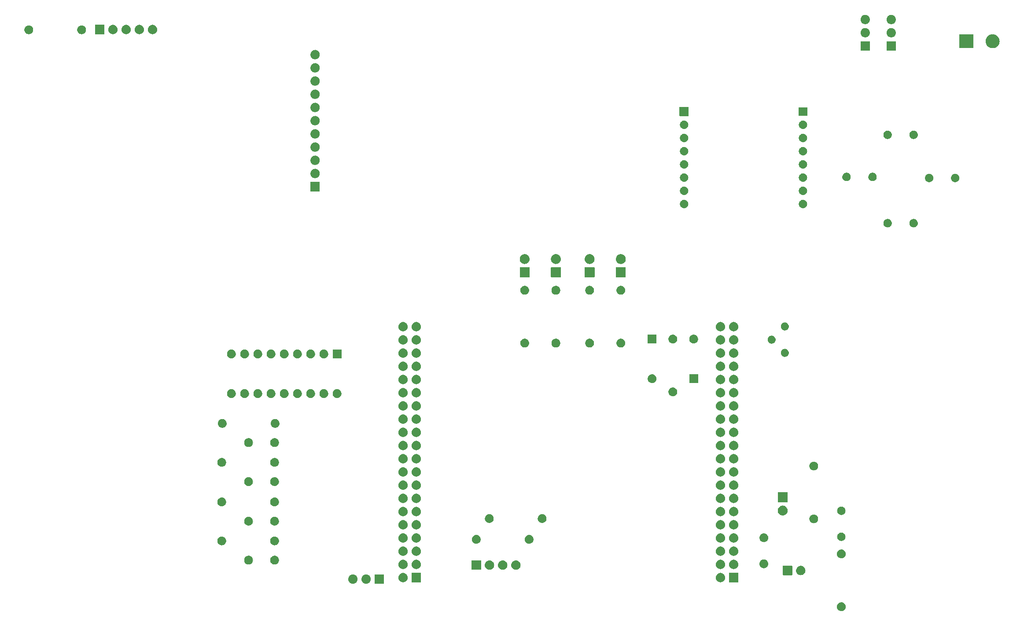
<source format=gbr>
%TF.GenerationSoftware,KiCad,Pcbnew,8.0.0*%
%TF.CreationDate,2024-05-29T16:09:33+02:00*%
%TF.ProjectId,Remote_Board_L476RG,52656d6f-7465-45f4-926f-6172645f4c34,rev?*%
%TF.SameCoordinates,Original*%
%TF.FileFunction,Soldermask,Bot*%
%TF.FilePolarity,Negative*%
%FSLAX46Y46*%
G04 Gerber Fmt 4.6, Leading zero omitted, Abs format (unit mm)*
G04 Created by KiCad (PCBNEW 8.0.0) date 2024-05-29 16:09:33*
%MOMM*%
%LPD*%
G01*
G04 APERTURE LIST*
G04 APERTURE END LIST*
G36*
X237941140Y-146514656D02*
G01*
X237988849Y-146514656D01*
X238030045Y-146523412D01*
X238065706Y-146526925D01*
X238110513Y-146540516D01*
X238162664Y-146551602D01*
X238196030Y-146566457D01*
X238225052Y-146575261D01*
X238271167Y-146599910D01*
X238325000Y-146623878D01*
X238350031Y-146642064D01*
X238371897Y-146653752D01*
X238416497Y-146690355D01*
X238468761Y-146728327D01*
X238485731Y-146747174D01*
X238500612Y-146759387D01*
X238540608Y-146808122D01*
X238587664Y-146860383D01*
X238597547Y-146877502D01*
X238606247Y-146888102D01*
X238638427Y-146948307D01*
X238676514Y-147014274D01*
X238680894Y-147027757D01*
X238684738Y-147034947D01*
X238705926Y-147104796D01*
X238731425Y-147183275D01*
X238732322Y-147191816D01*
X238733074Y-147194293D01*
X238740385Y-147268522D01*
X238750000Y-147360000D01*
X238740384Y-147451485D01*
X238733074Y-147525706D01*
X238732322Y-147528182D01*
X238731425Y-147536725D01*
X238705921Y-147615217D01*
X238684738Y-147685052D01*
X238680895Y-147692240D01*
X238676514Y-147705726D01*
X238638420Y-147771704D01*
X238606247Y-147831897D01*
X238597549Y-147842494D01*
X238587664Y-147859617D01*
X238540599Y-147911888D01*
X238500612Y-147960612D01*
X238485734Y-147972821D01*
X238468761Y-147991673D01*
X238416486Y-148029652D01*
X238371897Y-148066247D01*
X238350036Y-148077931D01*
X238325000Y-148096122D01*
X238271155Y-148120094D01*
X238225052Y-148144738D01*
X238196037Y-148153539D01*
X238162664Y-148168398D01*
X238110502Y-148179485D01*
X238065706Y-148193074D01*
X238030053Y-148196585D01*
X237988849Y-148205344D01*
X237941130Y-148205344D01*
X237900000Y-148209395D01*
X237858870Y-148205344D01*
X237811151Y-148205344D01*
X237769946Y-148196585D01*
X237734293Y-148193074D01*
X237689493Y-148179484D01*
X237637336Y-148168398D01*
X237603964Y-148153540D01*
X237574947Y-148144738D01*
X237528838Y-148120092D01*
X237475000Y-148096122D01*
X237449966Y-148077933D01*
X237428102Y-148066247D01*
X237383504Y-148029646D01*
X237331239Y-147991673D01*
X237314267Y-147972824D01*
X237299387Y-147960612D01*
X237259389Y-147911875D01*
X237212336Y-147859617D01*
X237202452Y-147842498D01*
X237193752Y-147831897D01*
X237161565Y-147771681D01*
X237123486Y-147705726D01*
X237119105Y-147692245D01*
X237115261Y-147685052D01*
X237094063Y-147615171D01*
X237068575Y-147536725D01*
X237067677Y-147528187D01*
X237066925Y-147525706D01*
X237059599Y-147451334D01*
X237050000Y-147360000D01*
X237059598Y-147268674D01*
X237066925Y-147194293D01*
X237067677Y-147191811D01*
X237068575Y-147183275D01*
X237094058Y-147104842D01*
X237115261Y-147034947D01*
X237119106Y-147027752D01*
X237123486Y-147014274D01*
X237161558Y-146948330D01*
X237193752Y-146888102D01*
X237202454Y-146877498D01*
X237212336Y-146860383D01*
X237259380Y-146808134D01*
X237299387Y-146759387D01*
X237314271Y-146747171D01*
X237331239Y-146728327D01*
X237383493Y-146690361D01*
X237428102Y-146653752D01*
X237449971Y-146642062D01*
X237475000Y-146623878D01*
X237528826Y-146599912D01*
X237574947Y-146575261D01*
X237603971Y-146566456D01*
X237637336Y-146551602D01*
X237689482Y-146540517D01*
X237734293Y-146526925D01*
X237769955Y-146523412D01*
X237811151Y-146514656D01*
X237858860Y-146514656D01*
X237900000Y-146510604D01*
X237941140Y-146514656D01*
G37*
G36*
X149919134Y-141153806D02*
G01*
X149935355Y-141164645D01*
X149946194Y-141180866D01*
X149950000Y-141200000D01*
X149950000Y-142900000D01*
X149946194Y-142919134D01*
X149935355Y-142935355D01*
X149919134Y-142946194D01*
X149900000Y-142950000D01*
X148200000Y-142950000D01*
X148180866Y-142946194D01*
X148164645Y-142935355D01*
X148153806Y-142919134D01*
X148150000Y-142900000D01*
X148150000Y-141200000D01*
X148153806Y-141180866D01*
X148164645Y-141164645D01*
X148180866Y-141153806D01*
X148200000Y-141150000D01*
X149900000Y-141150000D01*
X149919134Y-141153806D01*
G37*
G36*
X144013921Y-141154930D02*
G01*
X144064076Y-141154930D01*
X144107385Y-141164135D01*
X144145460Y-141167886D01*
X144193296Y-141182396D01*
X144248115Y-141194049D01*
X144283191Y-141209665D01*
X144314186Y-141219068D01*
X144363442Y-141245396D01*
X144420000Y-141270577D01*
X144446294Y-141289680D01*
X144469673Y-141302177D01*
X144517367Y-141341318D01*
X144572218Y-141381170D01*
X144590025Y-141400947D01*
X144605968Y-141414031D01*
X144648808Y-141466232D01*
X144698115Y-141520993D01*
X144708474Y-141538935D01*
X144717822Y-141550326D01*
X144752398Y-141615015D01*
X144792191Y-141683937D01*
X144796768Y-141698026D01*
X144800931Y-141705813D01*
X144823875Y-141781450D01*
X144850333Y-141862879D01*
X144851264Y-141871741D01*
X144852113Y-141874539D01*
X144860377Y-141958448D01*
X144870000Y-142050000D01*
X144860376Y-142141559D01*
X144852113Y-142225460D01*
X144851264Y-142228256D01*
X144850333Y-142237121D01*
X144823870Y-142318563D01*
X144800931Y-142394186D01*
X144796769Y-142401971D01*
X144792191Y-142416063D01*
X144752391Y-142484997D01*
X144717822Y-142549673D01*
X144708476Y-142561060D01*
X144698115Y-142579007D01*
X144648799Y-142633777D01*
X144605968Y-142685968D01*
X144590029Y-142699048D01*
X144572218Y-142718830D01*
X144517356Y-142758688D01*
X144469673Y-142797822D01*
X144446299Y-142810315D01*
X144420000Y-142829423D01*
X144363431Y-142854608D01*
X144314186Y-142880931D01*
X144283198Y-142890330D01*
X144248115Y-142905951D01*
X144193285Y-142917605D01*
X144145460Y-142932113D01*
X144107394Y-142935862D01*
X144064076Y-142945070D01*
X144013911Y-142945070D01*
X143970000Y-142949395D01*
X143926089Y-142945070D01*
X143875924Y-142945070D01*
X143832605Y-142935862D01*
X143794539Y-142932113D01*
X143746711Y-142917604D01*
X143691885Y-142905951D01*
X143656803Y-142890331D01*
X143625813Y-142880931D01*
X143576562Y-142854606D01*
X143520000Y-142829423D01*
X143493703Y-142810317D01*
X143470326Y-142797822D01*
X143422634Y-142758682D01*
X143367782Y-142718830D01*
X143349973Y-142699051D01*
X143334031Y-142685968D01*
X143291189Y-142633765D01*
X143241885Y-142579007D01*
X143231526Y-142561065D01*
X143222177Y-142549673D01*
X143187594Y-142484974D01*
X143147809Y-142416063D01*
X143143231Y-142401976D01*
X143139068Y-142394186D01*
X143116114Y-142318517D01*
X143089667Y-142237121D01*
X143088735Y-142228261D01*
X143087886Y-142225460D01*
X143079607Y-142141408D01*
X143070000Y-142050000D01*
X143079606Y-141958599D01*
X143087886Y-141874539D01*
X143088736Y-141871736D01*
X143089667Y-141862879D01*
X143116109Y-141781496D01*
X143139068Y-141705813D01*
X143143232Y-141698021D01*
X143147809Y-141683937D01*
X143187587Y-141615038D01*
X143222177Y-141550326D01*
X143231528Y-141538931D01*
X143241885Y-141520993D01*
X143291180Y-141466245D01*
X143334031Y-141414031D01*
X143349976Y-141400944D01*
X143367782Y-141381170D01*
X143422623Y-141341325D01*
X143470326Y-141302177D01*
X143493708Y-141289678D01*
X143520000Y-141270577D01*
X143576551Y-141245398D01*
X143625813Y-141219068D01*
X143656810Y-141209664D01*
X143691885Y-141194049D01*
X143746700Y-141182397D01*
X143794539Y-141167886D01*
X143832614Y-141164135D01*
X143875924Y-141154930D01*
X143926079Y-141154930D01*
X143970000Y-141150604D01*
X144013921Y-141154930D01*
G37*
G36*
X146553921Y-141154930D02*
G01*
X146604076Y-141154930D01*
X146647385Y-141164135D01*
X146685460Y-141167886D01*
X146733296Y-141182396D01*
X146788115Y-141194049D01*
X146823191Y-141209665D01*
X146854186Y-141219068D01*
X146903442Y-141245396D01*
X146960000Y-141270577D01*
X146986294Y-141289680D01*
X147009673Y-141302177D01*
X147057367Y-141341318D01*
X147112218Y-141381170D01*
X147130025Y-141400947D01*
X147145968Y-141414031D01*
X147188808Y-141466232D01*
X147238115Y-141520993D01*
X147248474Y-141538935D01*
X147257822Y-141550326D01*
X147292398Y-141615015D01*
X147332191Y-141683937D01*
X147336768Y-141698026D01*
X147340931Y-141705813D01*
X147363875Y-141781450D01*
X147390333Y-141862879D01*
X147391264Y-141871741D01*
X147392113Y-141874539D01*
X147400377Y-141958448D01*
X147410000Y-142050000D01*
X147400376Y-142141559D01*
X147392113Y-142225460D01*
X147391264Y-142228256D01*
X147390333Y-142237121D01*
X147363870Y-142318563D01*
X147340931Y-142394186D01*
X147336769Y-142401971D01*
X147332191Y-142416063D01*
X147292391Y-142484997D01*
X147257822Y-142549673D01*
X147248476Y-142561060D01*
X147238115Y-142579007D01*
X147188799Y-142633777D01*
X147145968Y-142685968D01*
X147130029Y-142699048D01*
X147112218Y-142718830D01*
X147057356Y-142758688D01*
X147009673Y-142797822D01*
X146986299Y-142810315D01*
X146960000Y-142829423D01*
X146903431Y-142854608D01*
X146854186Y-142880931D01*
X146823198Y-142890330D01*
X146788115Y-142905951D01*
X146733285Y-142917605D01*
X146685460Y-142932113D01*
X146647394Y-142935862D01*
X146604076Y-142945070D01*
X146553911Y-142945070D01*
X146510000Y-142949395D01*
X146466089Y-142945070D01*
X146415924Y-142945070D01*
X146372605Y-142935862D01*
X146334539Y-142932113D01*
X146286711Y-142917604D01*
X146231885Y-142905951D01*
X146196803Y-142890331D01*
X146165813Y-142880931D01*
X146116562Y-142854606D01*
X146060000Y-142829423D01*
X146033703Y-142810317D01*
X146010326Y-142797822D01*
X145962634Y-142758682D01*
X145907782Y-142718830D01*
X145889973Y-142699051D01*
X145874031Y-142685968D01*
X145831189Y-142633765D01*
X145781885Y-142579007D01*
X145771526Y-142561065D01*
X145762177Y-142549673D01*
X145727594Y-142484974D01*
X145687809Y-142416063D01*
X145683231Y-142401976D01*
X145679068Y-142394186D01*
X145656114Y-142318517D01*
X145629667Y-142237121D01*
X145628735Y-142228261D01*
X145627886Y-142225460D01*
X145619607Y-142141408D01*
X145610000Y-142050000D01*
X145619606Y-141958599D01*
X145627886Y-141874539D01*
X145628736Y-141871736D01*
X145629667Y-141862879D01*
X145656109Y-141781496D01*
X145679068Y-141705813D01*
X145683232Y-141698021D01*
X145687809Y-141683937D01*
X145727587Y-141615038D01*
X145762177Y-141550326D01*
X145771528Y-141538931D01*
X145781885Y-141520993D01*
X145831180Y-141466245D01*
X145874031Y-141414031D01*
X145889976Y-141400944D01*
X145907782Y-141381170D01*
X145962623Y-141341325D01*
X146010326Y-141302177D01*
X146033708Y-141289678D01*
X146060000Y-141270577D01*
X146116551Y-141245398D01*
X146165813Y-141219068D01*
X146196810Y-141209664D01*
X146231885Y-141194049D01*
X146286700Y-141182397D01*
X146334539Y-141167886D01*
X146372614Y-141164135D01*
X146415924Y-141154930D01*
X146466079Y-141154930D01*
X146510000Y-141150604D01*
X146553921Y-141154930D01*
G37*
G36*
X157029135Y-140863806D02*
G01*
X157045356Y-140874645D01*
X157056195Y-140890866D01*
X157060001Y-140910000D01*
X157060001Y-142610000D01*
X157056195Y-142629134D01*
X157045356Y-142645355D01*
X157029135Y-142656194D01*
X157010001Y-142660000D01*
X155310001Y-142660000D01*
X155290867Y-142656194D01*
X155274646Y-142645355D01*
X155263807Y-142629134D01*
X155260001Y-142610000D01*
X155260001Y-140910000D01*
X155263807Y-140890866D01*
X155274646Y-140874645D01*
X155290867Y-140863806D01*
X155310001Y-140860000D01*
X157010001Y-140860000D01*
X157029135Y-140863806D01*
G37*
G36*
X218069134Y-140863806D02*
G01*
X218085355Y-140874645D01*
X218096194Y-140890866D01*
X218100000Y-140910000D01*
X218100000Y-142610000D01*
X218096194Y-142629134D01*
X218085355Y-142645355D01*
X218069134Y-142656194D01*
X218050000Y-142660000D01*
X216350000Y-142660000D01*
X216330866Y-142656194D01*
X216314645Y-142645355D01*
X216303806Y-142629134D01*
X216300000Y-142610000D01*
X216300000Y-140910000D01*
X216303806Y-140890866D01*
X216314645Y-140874645D01*
X216330866Y-140863806D01*
X216350000Y-140860000D01*
X218050000Y-140860000D01*
X218069134Y-140863806D01*
G37*
G36*
X153663922Y-140864930D02*
G01*
X153714077Y-140864930D01*
X153757386Y-140874135D01*
X153795461Y-140877886D01*
X153843297Y-140892396D01*
X153898116Y-140904049D01*
X153933192Y-140919665D01*
X153964187Y-140929068D01*
X154013443Y-140955396D01*
X154070001Y-140980577D01*
X154096295Y-140999680D01*
X154119674Y-141012177D01*
X154167368Y-141051318D01*
X154222219Y-141091170D01*
X154240026Y-141110947D01*
X154255969Y-141124031D01*
X154298809Y-141176232D01*
X154348116Y-141230993D01*
X154358475Y-141248935D01*
X154367823Y-141260326D01*
X154402399Y-141325015D01*
X154442192Y-141393937D01*
X154446769Y-141408026D01*
X154450932Y-141415813D01*
X154473876Y-141491450D01*
X154500334Y-141572879D01*
X154501265Y-141581741D01*
X154502114Y-141584539D01*
X154510378Y-141668448D01*
X154520001Y-141760000D01*
X154510377Y-141851559D01*
X154502114Y-141935460D01*
X154501265Y-141938256D01*
X154500334Y-141947121D01*
X154473871Y-142028563D01*
X154450932Y-142104186D01*
X154446770Y-142111971D01*
X154442192Y-142126063D01*
X154402392Y-142194997D01*
X154367823Y-142259673D01*
X154358477Y-142271060D01*
X154348116Y-142289007D01*
X154298800Y-142343777D01*
X154255969Y-142395968D01*
X154240030Y-142409048D01*
X154222219Y-142428830D01*
X154167357Y-142468688D01*
X154119674Y-142507822D01*
X154096300Y-142520315D01*
X154070001Y-142539423D01*
X154013432Y-142564608D01*
X153964187Y-142590931D01*
X153933199Y-142600330D01*
X153898116Y-142615951D01*
X153843286Y-142627605D01*
X153795461Y-142642113D01*
X153757395Y-142645862D01*
X153714077Y-142655070D01*
X153663912Y-142655070D01*
X153620001Y-142659395D01*
X153576090Y-142655070D01*
X153525925Y-142655070D01*
X153482606Y-142645862D01*
X153444540Y-142642113D01*
X153396712Y-142627604D01*
X153341886Y-142615951D01*
X153306804Y-142600331D01*
X153275814Y-142590931D01*
X153226563Y-142564606D01*
X153170001Y-142539423D01*
X153143704Y-142520317D01*
X153120327Y-142507822D01*
X153072635Y-142468682D01*
X153017783Y-142428830D01*
X152999974Y-142409051D01*
X152984032Y-142395968D01*
X152941190Y-142343765D01*
X152891886Y-142289007D01*
X152881527Y-142271065D01*
X152872178Y-142259673D01*
X152837595Y-142194974D01*
X152797810Y-142126063D01*
X152793232Y-142111976D01*
X152789069Y-142104186D01*
X152766115Y-142028517D01*
X152739668Y-141947121D01*
X152738736Y-141938261D01*
X152737887Y-141935460D01*
X152729608Y-141851408D01*
X152720001Y-141760000D01*
X152729607Y-141668599D01*
X152737887Y-141584539D01*
X152738737Y-141581736D01*
X152739668Y-141572879D01*
X152766110Y-141491496D01*
X152789069Y-141415813D01*
X152793233Y-141408021D01*
X152797810Y-141393937D01*
X152837588Y-141325038D01*
X152872178Y-141260326D01*
X152881529Y-141248931D01*
X152891886Y-141230993D01*
X152941181Y-141176245D01*
X152984032Y-141124031D01*
X152999977Y-141110944D01*
X153017783Y-141091170D01*
X153072624Y-141051325D01*
X153120327Y-141012177D01*
X153143709Y-140999678D01*
X153170001Y-140980577D01*
X153226552Y-140955398D01*
X153275814Y-140929068D01*
X153306811Y-140919664D01*
X153341886Y-140904049D01*
X153396701Y-140892397D01*
X153444540Y-140877886D01*
X153482615Y-140874135D01*
X153525925Y-140864930D01*
X153576080Y-140864930D01*
X153620001Y-140860604D01*
X153663922Y-140864930D01*
G37*
G36*
X214703921Y-140864930D02*
G01*
X214754076Y-140864930D01*
X214797385Y-140874135D01*
X214835460Y-140877886D01*
X214883296Y-140892396D01*
X214938115Y-140904049D01*
X214973191Y-140919665D01*
X215004186Y-140929068D01*
X215053442Y-140955396D01*
X215110000Y-140980577D01*
X215136294Y-140999680D01*
X215159673Y-141012177D01*
X215207367Y-141051318D01*
X215262218Y-141091170D01*
X215280025Y-141110947D01*
X215295968Y-141124031D01*
X215338808Y-141176232D01*
X215388115Y-141230993D01*
X215398474Y-141248935D01*
X215407822Y-141260326D01*
X215442398Y-141325015D01*
X215482191Y-141393937D01*
X215486768Y-141408026D01*
X215490931Y-141415813D01*
X215513875Y-141491450D01*
X215540333Y-141572879D01*
X215541264Y-141581741D01*
X215542113Y-141584539D01*
X215550377Y-141668448D01*
X215560000Y-141760000D01*
X215550376Y-141851559D01*
X215542113Y-141935460D01*
X215541264Y-141938256D01*
X215540333Y-141947121D01*
X215513870Y-142028563D01*
X215490931Y-142104186D01*
X215486769Y-142111971D01*
X215482191Y-142126063D01*
X215442391Y-142194997D01*
X215407822Y-142259673D01*
X215398476Y-142271060D01*
X215388115Y-142289007D01*
X215338799Y-142343777D01*
X215295968Y-142395968D01*
X215280029Y-142409048D01*
X215262218Y-142428830D01*
X215207356Y-142468688D01*
X215159673Y-142507822D01*
X215136299Y-142520315D01*
X215110000Y-142539423D01*
X215053431Y-142564608D01*
X215004186Y-142590931D01*
X214973198Y-142600330D01*
X214938115Y-142615951D01*
X214883285Y-142627605D01*
X214835460Y-142642113D01*
X214797394Y-142645862D01*
X214754076Y-142655070D01*
X214703911Y-142655070D01*
X214660000Y-142659395D01*
X214616089Y-142655070D01*
X214565924Y-142655070D01*
X214522605Y-142645862D01*
X214484539Y-142642113D01*
X214436711Y-142627604D01*
X214381885Y-142615951D01*
X214346803Y-142600331D01*
X214315813Y-142590931D01*
X214266562Y-142564606D01*
X214210000Y-142539423D01*
X214183703Y-142520317D01*
X214160326Y-142507822D01*
X214112634Y-142468682D01*
X214057782Y-142428830D01*
X214039973Y-142409051D01*
X214024031Y-142395968D01*
X213981189Y-142343765D01*
X213931885Y-142289007D01*
X213921526Y-142271065D01*
X213912177Y-142259673D01*
X213877594Y-142194974D01*
X213837809Y-142126063D01*
X213833231Y-142111976D01*
X213829068Y-142104186D01*
X213806114Y-142028517D01*
X213779667Y-141947121D01*
X213778735Y-141938261D01*
X213777886Y-141935460D01*
X213769607Y-141851408D01*
X213760000Y-141760000D01*
X213769606Y-141668599D01*
X213777886Y-141584539D01*
X213778736Y-141581736D01*
X213779667Y-141572879D01*
X213806109Y-141491496D01*
X213829068Y-141415813D01*
X213833232Y-141408021D01*
X213837809Y-141393937D01*
X213877587Y-141325038D01*
X213912177Y-141260326D01*
X213921528Y-141248931D01*
X213931885Y-141230993D01*
X213981180Y-141176245D01*
X214024031Y-141124031D01*
X214039976Y-141110944D01*
X214057782Y-141091170D01*
X214112623Y-141051325D01*
X214160326Y-141012177D01*
X214183708Y-140999678D01*
X214210000Y-140980577D01*
X214266551Y-140955398D01*
X214315813Y-140929068D01*
X214346810Y-140919664D01*
X214381885Y-140904049D01*
X214436700Y-140892397D01*
X214484539Y-140877886D01*
X214522614Y-140874135D01*
X214565924Y-140864930D01*
X214616079Y-140864930D01*
X214660000Y-140860604D01*
X214703921Y-140864930D01*
G37*
G36*
X228429134Y-139503806D02*
G01*
X228445355Y-139514645D01*
X228456194Y-139530866D01*
X228460000Y-139550000D01*
X228460000Y-141250000D01*
X228456194Y-141269134D01*
X228445355Y-141285355D01*
X228429134Y-141296194D01*
X228410000Y-141300000D01*
X226710000Y-141300000D01*
X226690866Y-141296194D01*
X226674645Y-141285355D01*
X226663806Y-141269134D01*
X226660000Y-141250000D01*
X226660000Y-139550000D01*
X226663806Y-139530866D01*
X226674645Y-139514645D01*
X226690866Y-139503806D01*
X226710000Y-139500000D01*
X228410000Y-139500000D01*
X228429134Y-139503806D01*
G37*
G36*
X230143921Y-139504930D02*
G01*
X230194076Y-139504930D01*
X230237385Y-139514135D01*
X230275460Y-139517886D01*
X230323296Y-139532396D01*
X230378115Y-139544049D01*
X230413191Y-139559665D01*
X230444186Y-139569068D01*
X230493442Y-139595396D01*
X230550000Y-139620577D01*
X230576294Y-139639680D01*
X230599673Y-139652177D01*
X230647367Y-139691318D01*
X230702218Y-139731170D01*
X230720025Y-139750947D01*
X230735968Y-139764031D01*
X230778808Y-139816232D01*
X230828115Y-139870993D01*
X230838474Y-139888935D01*
X230847822Y-139900326D01*
X230882398Y-139965015D01*
X230922191Y-140033937D01*
X230926768Y-140048026D01*
X230930931Y-140055813D01*
X230953875Y-140131450D01*
X230980333Y-140212879D01*
X230981264Y-140221741D01*
X230982113Y-140224539D01*
X230990377Y-140308448D01*
X231000000Y-140400000D01*
X230990376Y-140491559D01*
X230982113Y-140575460D01*
X230981264Y-140578256D01*
X230980333Y-140587121D01*
X230953870Y-140668563D01*
X230930931Y-140744186D01*
X230926769Y-140751971D01*
X230922191Y-140766063D01*
X230882391Y-140834997D01*
X230847822Y-140899673D01*
X230838476Y-140911060D01*
X230828115Y-140929007D01*
X230778799Y-140983777D01*
X230735968Y-141035968D01*
X230720029Y-141049048D01*
X230702218Y-141068830D01*
X230647356Y-141108688D01*
X230599673Y-141147822D01*
X230576299Y-141160315D01*
X230550000Y-141179423D01*
X230493431Y-141204608D01*
X230444186Y-141230931D01*
X230413198Y-141240330D01*
X230378115Y-141255951D01*
X230323285Y-141267605D01*
X230275460Y-141282113D01*
X230237394Y-141285862D01*
X230194076Y-141295070D01*
X230143911Y-141295070D01*
X230100000Y-141299395D01*
X230056089Y-141295070D01*
X230005924Y-141295070D01*
X229962605Y-141285862D01*
X229924539Y-141282113D01*
X229876711Y-141267604D01*
X229821885Y-141255951D01*
X229786803Y-141240331D01*
X229755813Y-141230931D01*
X229706562Y-141204606D01*
X229650000Y-141179423D01*
X229623703Y-141160317D01*
X229600326Y-141147822D01*
X229552634Y-141108682D01*
X229497782Y-141068830D01*
X229479973Y-141049051D01*
X229464031Y-141035968D01*
X229421189Y-140983765D01*
X229371885Y-140929007D01*
X229361526Y-140911065D01*
X229352177Y-140899673D01*
X229317594Y-140834974D01*
X229277809Y-140766063D01*
X229273231Y-140751976D01*
X229269068Y-140744186D01*
X229246114Y-140668517D01*
X229219667Y-140587121D01*
X229218735Y-140578261D01*
X229217886Y-140575460D01*
X229209607Y-140491408D01*
X229200000Y-140400000D01*
X229209606Y-140308599D01*
X229217886Y-140224539D01*
X229218736Y-140221736D01*
X229219667Y-140212879D01*
X229246109Y-140131496D01*
X229269068Y-140055813D01*
X229273232Y-140048021D01*
X229277809Y-140033937D01*
X229317587Y-139965038D01*
X229352177Y-139900326D01*
X229361528Y-139888931D01*
X229371885Y-139870993D01*
X229421180Y-139816245D01*
X229464031Y-139764031D01*
X229479976Y-139750944D01*
X229497782Y-139731170D01*
X229552623Y-139691325D01*
X229600326Y-139652177D01*
X229623708Y-139639678D01*
X229650000Y-139620577D01*
X229706551Y-139595398D01*
X229755813Y-139569068D01*
X229786810Y-139559664D01*
X229821885Y-139544049D01*
X229876700Y-139532397D01*
X229924539Y-139517886D01*
X229962614Y-139514135D01*
X230005924Y-139504930D01*
X230056079Y-139504930D01*
X230100000Y-139500604D01*
X230143921Y-139504930D01*
G37*
G36*
X168569134Y-138453806D02*
G01*
X168585355Y-138464645D01*
X168596194Y-138480866D01*
X168600000Y-138500000D01*
X168600000Y-140200000D01*
X168596194Y-140219134D01*
X168585355Y-140235355D01*
X168569134Y-140246194D01*
X168550000Y-140250000D01*
X166850000Y-140250000D01*
X166830866Y-140246194D01*
X166814645Y-140235355D01*
X166803806Y-140219134D01*
X166800000Y-140200000D01*
X166800000Y-138500000D01*
X166803806Y-138480866D01*
X166814645Y-138464645D01*
X166830866Y-138453806D01*
X166850000Y-138450000D01*
X168550000Y-138450000D01*
X168569134Y-138453806D01*
G37*
G36*
X170283921Y-138454930D02*
G01*
X170334076Y-138454930D01*
X170377385Y-138464135D01*
X170415460Y-138467886D01*
X170463296Y-138482396D01*
X170518115Y-138494049D01*
X170553191Y-138509665D01*
X170584186Y-138519068D01*
X170633442Y-138545396D01*
X170690000Y-138570577D01*
X170716294Y-138589680D01*
X170739673Y-138602177D01*
X170787367Y-138641318D01*
X170842218Y-138681170D01*
X170860025Y-138700947D01*
X170875968Y-138714031D01*
X170918808Y-138766232D01*
X170968115Y-138820993D01*
X170978474Y-138838935D01*
X170987822Y-138850326D01*
X171022398Y-138915015D01*
X171062191Y-138983937D01*
X171066768Y-138998026D01*
X171070931Y-139005813D01*
X171093875Y-139081450D01*
X171120333Y-139162879D01*
X171121264Y-139171741D01*
X171122113Y-139174539D01*
X171130377Y-139258448D01*
X171140000Y-139350000D01*
X171130376Y-139441559D01*
X171122113Y-139525460D01*
X171121264Y-139528256D01*
X171120333Y-139537121D01*
X171093870Y-139618563D01*
X171070931Y-139694186D01*
X171066769Y-139701971D01*
X171062191Y-139716063D01*
X171022391Y-139784997D01*
X170987822Y-139849673D01*
X170978476Y-139861060D01*
X170968115Y-139879007D01*
X170918799Y-139933777D01*
X170875968Y-139985968D01*
X170860029Y-139999048D01*
X170842218Y-140018830D01*
X170787356Y-140058688D01*
X170739673Y-140097822D01*
X170716299Y-140110315D01*
X170690000Y-140129423D01*
X170633431Y-140154608D01*
X170584186Y-140180931D01*
X170553198Y-140190330D01*
X170518115Y-140205951D01*
X170463285Y-140217605D01*
X170415460Y-140232113D01*
X170377394Y-140235862D01*
X170334076Y-140245070D01*
X170283911Y-140245070D01*
X170240000Y-140249395D01*
X170196089Y-140245070D01*
X170145924Y-140245070D01*
X170102605Y-140235862D01*
X170064539Y-140232113D01*
X170016711Y-140217604D01*
X169961885Y-140205951D01*
X169926803Y-140190331D01*
X169895813Y-140180931D01*
X169846562Y-140154606D01*
X169790000Y-140129423D01*
X169763703Y-140110317D01*
X169740326Y-140097822D01*
X169692634Y-140058682D01*
X169637782Y-140018830D01*
X169619973Y-139999051D01*
X169604031Y-139985968D01*
X169561189Y-139933765D01*
X169511885Y-139879007D01*
X169501526Y-139861065D01*
X169492177Y-139849673D01*
X169457594Y-139784974D01*
X169417809Y-139716063D01*
X169413231Y-139701976D01*
X169409068Y-139694186D01*
X169386114Y-139618517D01*
X169359667Y-139537121D01*
X169358735Y-139528261D01*
X169357886Y-139525460D01*
X169349607Y-139441408D01*
X169340000Y-139350000D01*
X169349606Y-139258599D01*
X169357886Y-139174539D01*
X169358736Y-139171736D01*
X169359667Y-139162879D01*
X169386109Y-139081496D01*
X169409068Y-139005813D01*
X169413232Y-138998021D01*
X169417809Y-138983937D01*
X169457587Y-138915038D01*
X169492177Y-138850326D01*
X169501528Y-138838931D01*
X169511885Y-138820993D01*
X169561180Y-138766245D01*
X169604031Y-138714031D01*
X169619976Y-138700944D01*
X169637782Y-138681170D01*
X169692623Y-138641325D01*
X169740326Y-138602177D01*
X169763708Y-138589678D01*
X169790000Y-138570577D01*
X169846551Y-138545398D01*
X169895813Y-138519068D01*
X169926810Y-138509664D01*
X169961885Y-138494049D01*
X170016700Y-138482397D01*
X170064539Y-138467886D01*
X170102614Y-138464135D01*
X170145924Y-138454930D01*
X170196079Y-138454930D01*
X170240000Y-138450604D01*
X170283921Y-138454930D01*
G37*
G36*
X172823921Y-138454930D02*
G01*
X172874076Y-138454930D01*
X172917385Y-138464135D01*
X172955460Y-138467886D01*
X173003296Y-138482396D01*
X173058115Y-138494049D01*
X173093191Y-138509665D01*
X173124186Y-138519068D01*
X173173442Y-138545396D01*
X173230000Y-138570577D01*
X173256294Y-138589680D01*
X173279673Y-138602177D01*
X173327367Y-138641318D01*
X173382218Y-138681170D01*
X173400025Y-138700947D01*
X173415968Y-138714031D01*
X173458808Y-138766232D01*
X173508115Y-138820993D01*
X173518474Y-138838935D01*
X173527822Y-138850326D01*
X173562398Y-138915015D01*
X173602191Y-138983937D01*
X173606768Y-138998026D01*
X173610931Y-139005813D01*
X173633875Y-139081450D01*
X173660333Y-139162879D01*
X173661264Y-139171741D01*
X173662113Y-139174539D01*
X173670377Y-139258448D01*
X173680000Y-139350000D01*
X173670376Y-139441559D01*
X173662113Y-139525460D01*
X173661264Y-139528256D01*
X173660333Y-139537121D01*
X173633870Y-139618563D01*
X173610931Y-139694186D01*
X173606769Y-139701971D01*
X173602191Y-139716063D01*
X173562391Y-139784997D01*
X173527822Y-139849673D01*
X173518476Y-139861060D01*
X173508115Y-139879007D01*
X173458799Y-139933777D01*
X173415968Y-139985968D01*
X173400029Y-139999048D01*
X173382218Y-140018830D01*
X173327356Y-140058688D01*
X173279673Y-140097822D01*
X173256299Y-140110315D01*
X173230000Y-140129423D01*
X173173431Y-140154608D01*
X173124186Y-140180931D01*
X173093198Y-140190330D01*
X173058115Y-140205951D01*
X173003285Y-140217605D01*
X172955460Y-140232113D01*
X172917394Y-140235862D01*
X172874076Y-140245070D01*
X172823911Y-140245070D01*
X172780000Y-140249395D01*
X172736089Y-140245070D01*
X172685924Y-140245070D01*
X172642605Y-140235862D01*
X172604539Y-140232113D01*
X172556711Y-140217604D01*
X172501885Y-140205951D01*
X172466803Y-140190331D01*
X172435813Y-140180931D01*
X172386562Y-140154606D01*
X172330000Y-140129423D01*
X172303703Y-140110317D01*
X172280326Y-140097822D01*
X172232634Y-140058682D01*
X172177782Y-140018830D01*
X172159973Y-139999051D01*
X172144031Y-139985968D01*
X172101189Y-139933765D01*
X172051885Y-139879007D01*
X172041526Y-139861065D01*
X172032177Y-139849673D01*
X171997594Y-139784974D01*
X171957809Y-139716063D01*
X171953231Y-139701976D01*
X171949068Y-139694186D01*
X171926114Y-139618517D01*
X171899667Y-139537121D01*
X171898735Y-139528261D01*
X171897886Y-139525460D01*
X171889607Y-139441408D01*
X171880000Y-139350000D01*
X171889606Y-139258599D01*
X171897886Y-139174539D01*
X171898736Y-139171736D01*
X171899667Y-139162879D01*
X171926109Y-139081496D01*
X171949068Y-139005813D01*
X171953232Y-138998021D01*
X171957809Y-138983937D01*
X171997587Y-138915038D01*
X172032177Y-138850326D01*
X172041528Y-138838931D01*
X172051885Y-138820993D01*
X172101180Y-138766245D01*
X172144031Y-138714031D01*
X172159976Y-138700944D01*
X172177782Y-138681170D01*
X172232623Y-138641325D01*
X172280326Y-138602177D01*
X172303708Y-138589678D01*
X172330000Y-138570577D01*
X172386551Y-138545398D01*
X172435813Y-138519068D01*
X172466810Y-138509664D01*
X172501885Y-138494049D01*
X172556700Y-138482397D01*
X172604539Y-138467886D01*
X172642614Y-138464135D01*
X172685924Y-138454930D01*
X172736079Y-138454930D01*
X172780000Y-138450604D01*
X172823921Y-138454930D01*
G37*
G36*
X175363921Y-138454930D02*
G01*
X175414076Y-138454930D01*
X175457385Y-138464135D01*
X175495460Y-138467886D01*
X175543296Y-138482396D01*
X175598115Y-138494049D01*
X175633191Y-138509665D01*
X175664186Y-138519068D01*
X175713442Y-138545396D01*
X175770000Y-138570577D01*
X175796294Y-138589680D01*
X175819673Y-138602177D01*
X175867367Y-138641318D01*
X175922218Y-138681170D01*
X175940025Y-138700947D01*
X175955968Y-138714031D01*
X175998808Y-138766232D01*
X176048115Y-138820993D01*
X176058474Y-138838935D01*
X176067822Y-138850326D01*
X176102398Y-138915015D01*
X176142191Y-138983937D01*
X176146768Y-138998026D01*
X176150931Y-139005813D01*
X176173875Y-139081450D01*
X176200333Y-139162879D01*
X176201264Y-139171741D01*
X176202113Y-139174539D01*
X176210377Y-139258448D01*
X176220000Y-139350000D01*
X176210376Y-139441559D01*
X176202113Y-139525460D01*
X176201264Y-139528256D01*
X176200333Y-139537121D01*
X176173870Y-139618563D01*
X176150931Y-139694186D01*
X176146769Y-139701971D01*
X176142191Y-139716063D01*
X176102391Y-139784997D01*
X176067822Y-139849673D01*
X176058476Y-139861060D01*
X176048115Y-139879007D01*
X175998799Y-139933777D01*
X175955968Y-139985968D01*
X175940029Y-139999048D01*
X175922218Y-140018830D01*
X175867356Y-140058688D01*
X175819673Y-140097822D01*
X175796299Y-140110315D01*
X175770000Y-140129423D01*
X175713431Y-140154608D01*
X175664186Y-140180931D01*
X175633198Y-140190330D01*
X175598115Y-140205951D01*
X175543285Y-140217605D01*
X175495460Y-140232113D01*
X175457394Y-140235862D01*
X175414076Y-140245070D01*
X175363911Y-140245070D01*
X175320000Y-140249395D01*
X175276089Y-140245070D01*
X175225924Y-140245070D01*
X175182605Y-140235862D01*
X175144539Y-140232113D01*
X175096711Y-140217604D01*
X175041885Y-140205951D01*
X175006803Y-140190331D01*
X174975813Y-140180931D01*
X174926562Y-140154606D01*
X174870000Y-140129423D01*
X174843703Y-140110317D01*
X174820326Y-140097822D01*
X174772634Y-140058682D01*
X174717782Y-140018830D01*
X174699973Y-139999051D01*
X174684031Y-139985968D01*
X174641189Y-139933765D01*
X174591885Y-139879007D01*
X174581526Y-139861065D01*
X174572177Y-139849673D01*
X174537594Y-139784974D01*
X174497809Y-139716063D01*
X174493231Y-139701976D01*
X174489068Y-139694186D01*
X174466114Y-139618517D01*
X174439667Y-139537121D01*
X174438735Y-139528261D01*
X174437886Y-139525460D01*
X174429607Y-139441408D01*
X174420000Y-139350000D01*
X174429606Y-139258599D01*
X174437886Y-139174539D01*
X174438736Y-139171736D01*
X174439667Y-139162879D01*
X174466109Y-139081496D01*
X174489068Y-139005813D01*
X174493232Y-138998021D01*
X174497809Y-138983937D01*
X174537587Y-138915038D01*
X174572177Y-138850326D01*
X174581528Y-138838931D01*
X174591885Y-138820993D01*
X174641180Y-138766245D01*
X174684031Y-138714031D01*
X174699976Y-138700944D01*
X174717782Y-138681170D01*
X174772623Y-138641325D01*
X174820326Y-138602177D01*
X174843708Y-138589678D01*
X174870000Y-138570577D01*
X174926551Y-138545398D01*
X174975813Y-138519068D01*
X175006810Y-138509664D01*
X175041885Y-138494049D01*
X175096700Y-138482397D01*
X175144539Y-138467886D01*
X175182614Y-138464135D01*
X175225924Y-138454930D01*
X175276079Y-138454930D01*
X175320000Y-138450604D01*
X175363921Y-138454930D01*
G37*
G36*
X153663922Y-138324930D02*
G01*
X153714077Y-138324930D01*
X153757386Y-138334135D01*
X153795461Y-138337886D01*
X153843297Y-138352396D01*
X153898116Y-138364049D01*
X153933192Y-138379665D01*
X153964187Y-138389068D01*
X154013443Y-138415396D01*
X154070001Y-138440577D01*
X154096295Y-138459680D01*
X154119674Y-138472177D01*
X154167368Y-138511318D01*
X154222219Y-138551170D01*
X154240026Y-138570947D01*
X154255969Y-138584031D01*
X154298809Y-138636232D01*
X154348116Y-138690993D01*
X154358475Y-138708935D01*
X154367823Y-138720326D01*
X154402399Y-138785015D01*
X154442192Y-138853937D01*
X154446769Y-138868026D01*
X154450932Y-138875813D01*
X154473876Y-138951450D01*
X154500334Y-139032879D01*
X154501265Y-139041741D01*
X154502114Y-139044539D01*
X154510378Y-139128448D01*
X154520001Y-139220000D01*
X154510377Y-139311559D01*
X154502114Y-139395460D01*
X154501265Y-139398256D01*
X154500334Y-139407121D01*
X154473871Y-139488563D01*
X154450932Y-139564186D01*
X154446770Y-139571971D01*
X154442192Y-139586063D01*
X154402392Y-139654997D01*
X154367823Y-139719673D01*
X154358477Y-139731060D01*
X154348116Y-139749007D01*
X154298800Y-139803777D01*
X154255969Y-139855968D01*
X154240030Y-139869048D01*
X154222219Y-139888830D01*
X154167357Y-139928688D01*
X154119674Y-139967822D01*
X154096300Y-139980315D01*
X154070001Y-139999423D01*
X154013432Y-140024608D01*
X153964187Y-140050931D01*
X153933199Y-140060330D01*
X153898116Y-140075951D01*
X153843286Y-140087605D01*
X153795461Y-140102113D01*
X153757395Y-140105862D01*
X153714077Y-140115070D01*
X153663912Y-140115070D01*
X153620001Y-140119395D01*
X153576090Y-140115070D01*
X153525925Y-140115070D01*
X153482606Y-140105862D01*
X153444540Y-140102113D01*
X153396712Y-140087604D01*
X153341886Y-140075951D01*
X153306804Y-140060331D01*
X153275814Y-140050931D01*
X153226563Y-140024606D01*
X153170001Y-139999423D01*
X153143704Y-139980317D01*
X153120327Y-139967822D01*
X153072635Y-139928682D01*
X153017783Y-139888830D01*
X152999974Y-139869051D01*
X152984032Y-139855968D01*
X152941190Y-139803765D01*
X152891886Y-139749007D01*
X152881527Y-139731065D01*
X152872178Y-139719673D01*
X152837595Y-139654974D01*
X152797810Y-139586063D01*
X152793232Y-139571976D01*
X152789069Y-139564186D01*
X152766115Y-139488517D01*
X152739668Y-139407121D01*
X152738736Y-139398261D01*
X152737887Y-139395460D01*
X152729608Y-139311408D01*
X152720001Y-139220000D01*
X152729607Y-139128599D01*
X152737887Y-139044539D01*
X152738737Y-139041736D01*
X152739668Y-139032879D01*
X152766110Y-138951496D01*
X152789069Y-138875813D01*
X152793233Y-138868021D01*
X152797810Y-138853937D01*
X152837588Y-138785038D01*
X152872178Y-138720326D01*
X152881529Y-138708931D01*
X152891886Y-138690993D01*
X152941181Y-138636245D01*
X152984032Y-138584031D01*
X152999977Y-138570944D01*
X153017783Y-138551170D01*
X153072624Y-138511325D01*
X153120327Y-138472177D01*
X153143709Y-138459678D01*
X153170001Y-138440577D01*
X153226552Y-138415398D01*
X153275814Y-138389068D01*
X153306811Y-138379664D01*
X153341886Y-138364049D01*
X153396701Y-138352397D01*
X153444540Y-138337886D01*
X153482615Y-138334135D01*
X153525925Y-138324930D01*
X153576080Y-138324930D01*
X153620001Y-138320604D01*
X153663922Y-138324930D01*
G37*
G36*
X156203922Y-138324930D02*
G01*
X156254077Y-138324930D01*
X156297386Y-138334135D01*
X156335461Y-138337886D01*
X156383297Y-138352396D01*
X156438116Y-138364049D01*
X156473192Y-138379665D01*
X156504187Y-138389068D01*
X156553443Y-138415396D01*
X156610001Y-138440577D01*
X156636295Y-138459680D01*
X156659674Y-138472177D01*
X156707368Y-138511318D01*
X156762219Y-138551170D01*
X156780026Y-138570947D01*
X156795969Y-138584031D01*
X156838809Y-138636232D01*
X156888116Y-138690993D01*
X156898475Y-138708935D01*
X156907823Y-138720326D01*
X156942399Y-138785015D01*
X156982192Y-138853937D01*
X156986769Y-138868026D01*
X156990932Y-138875813D01*
X157013876Y-138951450D01*
X157040334Y-139032879D01*
X157041265Y-139041741D01*
X157042114Y-139044539D01*
X157050378Y-139128448D01*
X157060001Y-139220000D01*
X157050377Y-139311559D01*
X157042114Y-139395460D01*
X157041265Y-139398256D01*
X157040334Y-139407121D01*
X157013871Y-139488563D01*
X156990932Y-139564186D01*
X156986770Y-139571971D01*
X156982192Y-139586063D01*
X156942392Y-139654997D01*
X156907823Y-139719673D01*
X156898477Y-139731060D01*
X156888116Y-139749007D01*
X156838800Y-139803777D01*
X156795969Y-139855968D01*
X156780030Y-139869048D01*
X156762219Y-139888830D01*
X156707357Y-139928688D01*
X156659674Y-139967822D01*
X156636300Y-139980315D01*
X156610001Y-139999423D01*
X156553432Y-140024608D01*
X156504187Y-140050931D01*
X156473199Y-140060330D01*
X156438116Y-140075951D01*
X156383286Y-140087605D01*
X156335461Y-140102113D01*
X156297395Y-140105862D01*
X156254077Y-140115070D01*
X156203912Y-140115070D01*
X156160001Y-140119395D01*
X156116090Y-140115070D01*
X156065925Y-140115070D01*
X156022606Y-140105862D01*
X155984540Y-140102113D01*
X155936712Y-140087604D01*
X155881886Y-140075951D01*
X155846804Y-140060331D01*
X155815814Y-140050931D01*
X155766563Y-140024606D01*
X155710001Y-139999423D01*
X155683704Y-139980317D01*
X155660327Y-139967822D01*
X155612635Y-139928682D01*
X155557783Y-139888830D01*
X155539974Y-139869051D01*
X155524032Y-139855968D01*
X155481190Y-139803765D01*
X155431886Y-139749007D01*
X155421527Y-139731065D01*
X155412178Y-139719673D01*
X155377595Y-139654974D01*
X155337810Y-139586063D01*
X155333232Y-139571976D01*
X155329069Y-139564186D01*
X155306115Y-139488517D01*
X155279668Y-139407121D01*
X155278736Y-139398261D01*
X155277887Y-139395460D01*
X155269608Y-139311408D01*
X155260001Y-139220000D01*
X155269607Y-139128599D01*
X155277887Y-139044539D01*
X155278737Y-139041736D01*
X155279668Y-139032879D01*
X155306110Y-138951496D01*
X155329069Y-138875813D01*
X155333233Y-138868021D01*
X155337810Y-138853937D01*
X155377588Y-138785038D01*
X155412178Y-138720326D01*
X155421529Y-138708931D01*
X155431886Y-138690993D01*
X155481181Y-138636245D01*
X155524032Y-138584031D01*
X155539977Y-138570944D01*
X155557783Y-138551170D01*
X155612624Y-138511325D01*
X155660327Y-138472177D01*
X155683709Y-138459678D01*
X155710001Y-138440577D01*
X155766552Y-138415398D01*
X155815814Y-138389068D01*
X155846811Y-138379664D01*
X155881886Y-138364049D01*
X155936701Y-138352397D01*
X155984540Y-138337886D01*
X156022615Y-138334135D01*
X156065925Y-138324930D01*
X156116080Y-138324930D01*
X156160001Y-138320604D01*
X156203922Y-138324930D01*
G37*
G36*
X214703921Y-138324930D02*
G01*
X214754076Y-138324930D01*
X214797385Y-138334135D01*
X214835460Y-138337886D01*
X214883296Y-138352396D01*
X214938115Y-138364049D01*
X214973191Y-138379665D01*
X215004186Y-138389068D01*
X215053442Y-138415396D01*
X215110000Y-138440577D01*
X215136294Y-138459680D01*
X215159673Y-138472177D01*
X215207367Y-138511318D01*
X215262218Y-138551170D01*
X215280025Y-138570947D01*
X215295968Y-138584031D01*
X215338808Y-138636232D01*
X215388115Y-138690993D01*
X215398474Y-138708935D01*
X215407822Y-138720326D01*
X215442398Y-138785015D01*
X215482191Y-138853937D01*
X215486768Y-138868026D01*
X215490931Y-138875813D01*
X215513875Y-138951450D01*
X215540333Y-139032879D01*
X215541264Y-139041741D01*
X215542113Y-139044539D01*
X215550377Y-139128448D01*
X215560000Y-139220000D01*
X215550376Y-139311559D01*
X215542113Y-139395460D01*
X215541264Y-139398256D01*
X215540333Y-139407121D01*
X215513870Y-139488563D01*
X215490931Y-139564186D01*
X215486769Y-139571971D01*
X215482191Y-139586063D01*
X215442391Y-139654997D01*
X215407822Y-139719673D01*
X215398476Y-139731060D01*
X215388115Y-139749007D01*
X215338799Y-139803777D01*
X215295968Y-139855968D01*
X215280029Y-139869048D01*
X215262218Y-139888830D01*
X215207356Y-139928688D01*
X215159673Y-139967822D01*
X215136299Y-139980315D01*
X215110000Y-139999423D01*
X215053431Y-140024608D01*
X215004186Y-140050931D01*
X214973198Y-140060330D01*
X214938115Y-140075951D01*
X214883285Y-140087605D01*
X214835460Y-140102113D01*
X214797394Y-140105862D01*
X214754076Y-140115070D01*
X214703911Y-140115070D01*
X214660000Y-140119395D01*
X214616089Y-140115070D01*
X214565924Y-140115070D01*
X214522605Y-140105862D01*
X214484539Y-140102113D01*
X214436711Y-140087604D01*
X214381885Y-140075951D01*
X214346803Y-140060331D01*
X214315813Y-140050931D01*
X214266562Y-140024606D01*
X214210000Y-139999423D01*
X214183703Y-139980317D01*
X214160326Y-139967822D01*
X214112634Y-139928682D01*
X214057782Y-139888830D01*
X214039973Y-139869051D01*
X214024031Y-139855968D01*
X213981189Y-139803765D01*
X213931885Y-139749007D01*
X213921526Y-139731065D01*
X213912177Y-139719673D01*
X213877594Y-139654974D01*
X213837809Y-139586063D01*
X213833231Y-139571976D01*
X213829068Y-139564186D01*
X213806114Y-139488517D01*
X213779667Y-139407121D01*
X213778735Y-139398261D01*
X213777886Y-139395460D01*
X213769607Y-139311408D01*
X213760000Y-139220000D01*
X213769606Y-139128599D01*
X213777886Y-139044539D01*
X213778736Y-139041736D01*
X213779667Y-139032879D01*
X213806109Y-138951496D01*
X213829068Y-138875813D01*
X213833232Y-138868021D01*
X213837809Y-138853937D01*
X213877587Y-138785038D01*
X213912177Y-138720326D01*
X213921528Y-138708931D01*
X213931885Y-138690993D01*
X213981180Y-138636245D01*
X214024031Y-138584031D01*
X214039976Y-138570944D01*
X214057782Y-138551170D01*
X214112623Y-138511325D01*
X214160326Y-138472177D01*
X214183708Y-138459678D01*
X214210000Y-138440577D01*
X214266551Y-138415398D01*
X214315813Y-138389068D01*
X214346810Y-138379664D01*
X214381885Y-138364049D01*
X214436700Y-138352397D01*
X214484539Y-138337886D01*
X214522614Y-138334135D01*
X214565924Y-138324930D01*
X214616079Y-138324930D01*
X214660000Y-138320604D01*
X214703921Y-138324930D01*
G37*
G36*
X217243921Y-138324930D02*
G01*
X217294076Y-138324930D01*
X217337385Y-138334135D01*
X217375460Y-138337886D01*
X217423296Y-138352396D01*
X217478115Y-138364049D01*
X217513191Y-138379665D01*
X217544186Y-138389068D01*
X217593442Y-138415396D01*
X217650000Y-138440577D01*
X217676294Y-138459680D01*
X217699673Y-138472177D01*
X217747367Y-138511318D01*
X217802218Y-138551170D01*
X217820025Y-138570947D01*
X217835968Y-138584031D01*
X217878808Y-138636232D01*
X217928115Y-138690993D01*
X217938474Y-138708935D01*
X217947822Y-138720326D01*
X217982398Y-138785015D01*
X218022191Y-138853937D01*
X218026768Y-138868026D01*
X218030931Y-138875813D01*
X218053875Y-138951450D01*
X218080333Y-139032879D01*
X218081264Y-139041741D01*
X218082113Y-139044539D01*
X218090377Y-139128448D01*
X218100000Y-139220000D01*
X218090376Y-139311559D01*
X218082113Y-139395460D01*
X218081264Y-139398256D01*
X218080333Y-139407121D01*
X218053870Y-139488563D01*
X218030931Y-139564186D01*
X218026769Y-139571971D01*
X218022191Y-139586063D01*
X217982391Y-139654997D01*
X217947822Y-139719673D01*
X217938476Y-139731060D01*
X217928115Y-139749007D01*
X217878799Y-139803777D01*
X217835968Y-139855968D01*
X217820029Y-139869048D01*
X217802218Y-139888830D01*
X217747356Y-139928688D01*
X217699673Y-139967822D01*
X217676299Y-139980315D01*
X217650000Y-139999423D01*
X217593431Y-140024608D01*
X217544186Y-140050931D01*
X217513198Y-140060330D01*
X217478115Y-140075951D01*
X217423285Y-140087605D01*
X217375460Y-140102113D01*
X217337394Y-140105862D01*
X217294076Y-140115070D01*
X217243911Y-140115070D01*
X217200000Y-140119395D01*
X217156089Y-140115070D01*
X217105924Y-140115070D01*
X217062605Y-140105862D01*
X217024539Y-140102113D01*
X216976711Y-140087604D01*
X216921885Y-140075951D01*
X216886803Y-140060331D01*
X216855813Y-140050931D01*
X216806562Y-140024606D01*
X216750000Y-139999423D01*
X216723703Y-139980317D01*
X216700326Y-139967822D01*
X216652634Y-139928682D01*
X216597782Y-139888830D01*
X216579973Y-139869051D01*
X216564031Y-139855968D01*
X216521189Y-139803765D01*
X216471885Y-139749007D01*
X216461526Y-139731065D01*
X216452177Y-139719673D01*
X216417594Y-139654974D01*
X216377809Y-139586063D01*
X216373231Y-139571976D01*
X216369068Y-139564186D01*
X216346114Y-139488517D01*
X216319667Y-139407121D01*
X216318735Y-139398261D01*
X216317886Y-139395460D01*
X216309607Y-139311408D01*
X216300000Y-139220000D01*
X216309606Y-139128599D01*
X216317886Y-139044539D01*
X216318736Y-139041736D01*
X216319667Y-139032879D01*
X216346109Y-138951496D01*
X216369068Y-138875813D01*
X216373232Y-138868021D01*
X216377809Y-138853937D01*
X216417587Y-138785038D01*
X216452177Y-138720326D01*
X216461528Y-138708931D01*
X216471885Y-138690993D01*
X216521180Y-138636245D01*
X216564031Y-138584031D01*
X216579976Y-138570944D01*
X216597782Y-138551170D01*
X216652623Y-138511325D01*
X216700326Y-138472177D01*
X216723708Y-138459678D01*
X216750000Y-138440577D01*
X216806551Y-138415398D01*
X216855813Y-138389068D01*
X216886810Y-138379664D01*
X216921885Y-138364049D01*
X216976700Y-138352397D01*
X217024539Y-138337886D01*
X217062614Y-138334135D01*
X217105924Y-138324930D01*
X217156079Y-138324930D01*
X217200000Y-138320604D01*
X217243921Y-138324930D01*
G37*
G36*
X223041140Y-138254656D02*
G01*
X223088849Y-138254656D01*
X223130045Y-138263412D01*
X223165706Y-138266925D01*
X223210513Y-138280516D01*
X223262664Y-138291602D01*
X223296030Y-138306457D01*
X223325052Y-138315261D01*
X223371167Y-138339910D01*
X223425000Y-138363878D01*
X223450031Y-138382064D01*
X223471897Y-138393752D01*
X223516497Y-138430355D01*
X223568761Y-138468327D01*
X223585731Y-138487174D01*
X223600612Y-138499387D01*
X223640608Y-138548122D01*
X223687664Y-138600383D01*
X223697547Y-138617502D01*
X223706247Y-138628102D01*
X223738427Y-138688307D01*
X223776514Y-138754274D01*
X223780894Y-138767757D01*
X223784738Y-138774947D01*
X223805926Y-138844796D01*
X223831425Y-138923275D01*
X223832322Y-138931816D01*
X223833074Y-138934293D01*
X223840385Y-139008522D01*
X223850000Y-139100000D01*
X223840384Y-139191485D01*
X223833074Y-139265706D01*
X223832322Y-139268182D01*
X223831425Y-139276725D01*
X223805921Y-139355217D01*
X223784738Y-139425052D01*
X223780895Y-139432240D01*
X223776514Y-139445726D01*
X223738420Y-139511704D01*
X223706247Y-139571897D01*
X223697549Y-139582494D01*
X223687664Y-139599617D01*
X223640599Y-139651888D01*
X223600612Y-139700612D01*
X223585734Y-139712821D01*
X223568761Y-139731673D01*
X223516486Y-139769652D01*
X223471897Y-139806247D01*
X223450036Y-139817931D01*
X223425000Y-139836122D01*
X223371155Y-139860094D01*
X223325052Y-139884738D01*
X223296037Y-139893539D01*
X223262664Y-139908398D01*
X223210502Y-139919485D01*
X223165706Y-139933074D01*
X223130053Y-139936585D01*
X223088849Y-139945344D01*
X223041130Y-139945344D01*
X223000000Y-139949395D01*
X222958870Y-139945344D01*
X222911151Y-139945344D01*
X222869946Y-139936585D01*
X222834293Y-139933074D01*
X222789493Y-139919484D01*
X222737336Y-139908398D01*
X222703964Y-139893540D01*
X222674947Y-139884738D01*
X222628838Y-139860092D01*
X222575000Y-139836122D01*
X222549966Y-139817933D01*
X222528102Y-139806247D01*
X222483504Y-139769646D01*
X222431239Y-139731673D01*
X222414267Y-139712824D01*
X222399387Y-139700612D01*
X222359389Y-139651875D01*
X222312336Y-139599617D01*
X222302452Y-139582498D01*
X222293752Y-139571897D01*
X222261565Y-139511681D01*
X222223486Y-139445726D01*
X222219105Y-139432245D01*
X222215261Y-139425052D01*
X222194063Y-139355171D01*
X222168575Y-139276725D01*
X222167677Y-139268187D01*
X222166925Y-139265706D01*
X222159599Y-139191334D01*
X222150000Y-139100000D01*
X222159598Y-139008674D01*
X222166925Y-138934293D01*
X222167677Y-138931811D01*
X222168575Y-138923275D01*
X222194058Y-138844842D01*
X222215261Y-138774947D01*
X222219106Y-138767752D01*
X222223486Y-138754274D01*
X222261558Y-138688330D01*
X222293752Y-138628102D01*
X222302454Y-138617498D01*
X222312336Y-138600383D01*
X222359380Y-138548134D01*
X222399387Y-138499387D01*
X222414271Y-138487171D01*
X222431239Y-138468327D01*
X222483493Y-138430361D01*
X222528102Y-138393752D01*
X222549971Y-138382062D01*
X222575000Y-138363878D01*
X222628826Y-138339912D01*
X222674947Y-138315261D01*
X222703971Y-138306456D01*
X222737336Y-138291602D01*
X222789482Y-138280517D01*
X222834293Y-138266925D01*
X222869955Y-138263412D01*
X222911151Y-138254656D01*
X222958860Y-138254656D01*
X223000000Y-138250604D01*
X223041140Y-138254656D01*
G37*
G36*
X123941140Y-137554656D02*
G01*
X123988849Y-137554656D01*
X124030045Y-137563412D01*
X124065706Y-137566925D01*
X124110513Y-137580516D01*
X124162664Y-137591602D01*
X124196030Y-137606457D01*
X124225052Y-137615261D01*
X124271167Y-137639910D01*
X124325000Y-137663878D01*
X124350031Y-137682064D01*
X124371897Y-137693752D01*
X124416497Y-137730355D01*
X124468761Y-137768327D01*
X124485731Y-137787174D01*
X124500612Y-137799387D01*
X124540608Y-137848122D01*
X124587664Y-137900383D01*
X124597547Y-137917502D01*
X124606247Y-137928102D01*
X124638427Y-137988307D01*
X124676514Y-138054274D01*
X124680894Y-138067757D01*
X124684738Y-138074947D01*
X124705926Y-138144796D01*
X124731425Y-138223275D01*
X124732322Y-138231816D01*
X124733074Y-138234293D01*
X124740385Y-138308522D01*
X124750000Y-138400000D01*
X124740384Y-138491485D01*
X124733074Y-138565706D01*
X124732322Y-138568182D01*
X124731425Y-138576725D01*
X124705921Y-138655217D01*
X124684738Y-138725052D01*
X124680895Y-138732240D01*
X124676514Y-138745726D01*
X124638420Y-138811704D01*
X124606247Y-138871897D01*
X124597549Y-138882494D01*
X124587664Y-138899617D01*
X124540599Y-138951888D01*
X124500612Y-139000612D01*
X124485734Y-139012821D01*
X124468761Y-139031673D01*
X124416486Y-139069652D01*
X124371897Y-139106247D01*
X124350036Y-139117931D01*
X124325000Y-139136122D01*
X124271155Y-139160094D01*
X124225052Y-139184738D01*
X124196037Y-139193539D01*
X124162664Y-139208398D01*
X124110502Y-139219485D01*
X124065706Y-139233074D01*
X124030053Y-139236585D01*
X123988849Y-139245344D01*
X123941130Y-139245344D01*
X123900000Y-139249395D01*
X123858870Y-139245344D01*
X123811151Y-139245344D01*
X123769946Y-139236585D01*
X123734293Y-139233074D01*
X123689493Y-139219484D01*
X123637336Y-139208398D01*
X123603964Y-139193540D01*
X123574947Y-139184738D01*
X123528838Y-139160092D01*
X123475000Y-139136122D01*
X123449966Y-139117933D01*
X123428102Y-139106247D01*
X123383504Y-139069646D01*
X123331239Y-139031673D01*
X123314267Y-139012824D01*
X123299387Y-139000612D01*
X123259389Y-138951875D01*
X123212336Y-138899617D01*
X123202452Y-138882498D01*
X123193752Y-138871897D01*
X123161565Y-138811681D01*
X123123486Y-138745726D01*
X123119105Y-138732245D01*
X123115261Y-138725052D01*
X123094063Y-138655171D01*
X123068575Y-138576725D01*
X123067677Y-138568187D01*
X123066925Y-138565706D01*
X123059599Y-138491334D01*
X123050000Y-138400000D01*
X123059598Y-138308674D01*
X123066925Y-138234293D01*
X123067677Y-138231811D01*
X123068575Y-138223275D01*
X123094058Y-138144842D01*
X123115261Y-138074947D01*
X123119106Y-138067752D01*
X123123486Y-138054274D01*
X123161558Y-137988330D01*
X123193752Y-137928102D01*
X123202454Y-137917498D01*
X123212336Y-137900383D01*
X123259380Y-137848134D01*
X123299387Y-137799387D01*
X123314271Y-137787171D01*
X123331239Y-137768327D01*
X123383493Y-137730361D01*
X123428102Y-137693752D01*
X123449971Y-137682062D01*
X123475000Y-137663878D01*
X123528826Y-137639912D01*
X123574947Y-137615261D01*
X123603971Y-137606456D01*
X123637336Y-137591602D01*
X123689482Y-137580517D01*
X123734293Y-137566925D01*
X123769955Y-137563412D01*
X123811151Y-137554656D01*
X123858860Y-137554656D01*
X123900000Y-137550604D01*
X123941140Y-137554656D01*
G37*
G36*
X128941140Y-137554656D02*
G01*
X128988849Y-137554656D01*
X129030045Y-137563412D01*
X129065706Y-137566925D01*
X129110513Y-137580516D01*
X129162664Y-137591602D01*
X129196030Y-137606457D01*
X129225052Y-137615261D01*
X129271167Y-137639910D01*
X129325000Y-137663878D01*
X129350031Y-137682064D01*
X129371897Y-137693752D01*
X129416497Y-137730355D01*
X129468761Y-137768327D01*
X129485731Y-137787174D01*
X129500612Y-137799387D01*
X129540608Y-137848122D01*
X129587664Y-137900383D01*
X129597547Y-137917502D01*
X129606247Y-137928102D01*
X129638427Y-137988307D01*
X129676514Y-138054274D01*
X129680894Y-138067757D01*
X129684738Y-138074947D01*
X129705926Y-138144796D01*
X129731425Y-138223275D01*
X129732322Y-138231816D01*
X129733074Y-138234293D01*
X129740385Y-138308522D01*
X129750000Y-138400000D01*
X129740384Y-138491485D01*
X129733074Y-138565706D01*
X129732322Y-138568182D01*
X129731425Y-138576725D01*
X129705921Y-138655217D01*
X129684738Y-138725052D01*
X129680895Y-138732240D01*
X129676514Y-138745726D01*
X129638420Y-138811704D01*
X129606247Y-138871897D01*
X129597549Y-138882494D01*
X129587664Y-138899617D01*
X129540599Y-138951888D01*
X129500612Y-139000612D01*
X129485734Y-139012821D01*
X129468761Y-139031673D01*
X129416486Y-139069652D01*
X129371897Y-139106247D01*
X129350036Y-139117931D01*
X129325000Y-139136122D01*
X129271155Y-139160094D01*
X129225052Y-139184738D01*
X129196037Y-139193539D01*
X129162664Y-139208398D01*
X129110502Y-139219485D01*
X129065706Y-139233074D01*
X129030053Y-139236585D01*
X128988849Y-139245344D01*
X128941130Y-139245344D01*
X128900000Y-139249395D01*
X128858870Y-139245344D01*
X128811151Y-139245344D01*
X128769946Y-139236585D01*
X128734293Y-139233074D01*
X128689493Y-139219484D01*
X128637336Y-139208398D01*
X128603964Y-139193540D01*
X128574947Y-139184738D01*
X128528838Y-139160092D01*
X128475000Y-139136122D01*
X128449966Y-139117933D01*
X128428102Y-139106247D01*
X128383504Y-139069646D01*
X128331239Y-139031673D01*
X128314267Y-139012824D01*
X128299387Y-139000612D01*
X128259389Y-138951875D01*
X128212336Y-138899617D01*
X128202452Y-138882498D01*
X128193752Y-138871897D01*
X128161565Y-138811681D01*
X128123486Y-138745726D01*
X128119105Y-138732245D01*
X128115261Y-138725052D01*
X128094063Y-138655171D01*
X128068575Y-138576725D01*
X128067677Y-138568187D01*
X128066925Y-138565706D01*
X128059599Y-138491334D01*
X128050000Y-138400000D01*
X128059598Y-138308674D01*
X128066925Y-138234293D01*
X128067677Y-138231811D01*
X128068575Y-138223275D01*
X128094058Y-138144842D01*
X128115261Y-138074947D01*
X128119106Y-138067752D01*
X128123486Y-138054274D01*
X128161558Y-137988330D01*
X128193752Y-137928102D01*
X128202454Y-137917498D01*
X128212336Y-137900383D01*
X128259380Y-137848134D01*
X128299387Y-137799387D01*
X128314271Y-137787171D01*
X128331239Y-137768327D01*
X128383493Y-137730361D01*
X128428102Y-137693752D01*
X128449971Y-137682062D01*
X128475000Y-137663878D01*
X128528826Y-137639912D01*
X128574947Y-137615261D01*
X128603971Y-137606456D01*
X128637336Y-137591602D01*
X128689482Y-137580517D01*
X128734293Y-137566925D01*
X128769955Y-137563412D01*
X128811151Y-137554656D01*
X128858860Y-137554656D01*
X128900000Y-137550604D01*
X128941140Y-137554656D01*
G37*
G36*
X237941140Y-136354656D02*
G01*
X237988849Y-136354656D01*
X238030045Y-136363412D01*
X238065706Y-136366925D01*
X238110513Y-136380516D01*
X238162664Y-136391602D01*
X238196030Y-136406457D01*
X238225052Y-136415261D01*
X238271167Y-136439910D01*
X238325000Y-136463878D01*
X238350031Y-136482064D01*
X238371897Y-136493752D01*
X238416497Y-136530355D01*
X238468761Y-136568327D01*
X238485731Y-136587174D01*
X238500612Y-136599387D01*
X238540608Y-136648122D01*
X238587664Y-136700383D01*
X238597547Y-136717502D01*
X238606247Y-136728102D01*
X238638427Y-136788307D01*
X238676514Y-136854274D01*
X238680894Y-136867757D01*
X238684738Y-136874947D01*
X238705926Y-136944796D01*
X238731425Y-137023275D01*
X238732322Y-137031816D01*
X238733074Y-137034293D01*
X238740385Y-137108522D01*
X238750000Y-137200000D01*
X238740384Y-137291485D01*
X238733074Y-137365706D01*
X238732322Y-137368182D01*
X238731425Y-137376725D01*
X238705921Y-137455217D01*
X238684738Y-137525052D01*
X238680895Y-137532240D01*
X238676514Y-137545726D01*
X238638420Y-137611704D01*
X238606247Y-137671897D01*
X238597549Y-137682494D01*
X238587664Y-137699617D01*
X238540599Y-137751888D01*
X238500612Y-137800612D01*
X238485734Y-137812821D01*
X238468761Y-137831673D01*
X238416486Y-137869652D01*
X238371897Y-137906247D01*
X238350036Y-137917931D01*
X238325000Y-137936122D01*
X238271155Y-137960094D01*
X238225052Y-137984738D01*
X238196037Y-137993539D01*
X238162664Y-138008398D01*
X238110502Y-138019485D01*
X238065706Y-138033074D01*
X238030053Y-138036585D01*
X237988849Y-138045344D01*
X237941130Y-138045344D01*
X237900000Y-138049395D01*
X237858870Y-138045344D01*
X237811151Y-138045344D01*
X237769946Y-138036585D01*
X237734293Y-138033074D01*
X237689493Y-138019484D01*
X237637336Y-138008398D01*
X237603964Y-137993540D01*
X237574947Y-137984738D01*
X237528838Y-137960092D01*
X237475000Y-137936122D01*
X237449966Y-137917933D01*
X237428102Y-137906247D01*
X237383504Y-137869646D01*
X237331239Y-137831673D01*
X237314267Y-137812824D01*
X237299387Y-137800612D01*
X237259389Y-137751875D01*
X237212336Y-137699617D01*
X237202452Y-137682498D01*
X237193752Y-137671897D01*
X237161565Y-137611681D01*
X237123486Y-137545726D01*
X237119105Y-137532245D01*
X237115261Y-137525052D01*
X237094063Y-137455171D01*
X237068575Y-137376725D01*
X237067677Y-137368187D01*
X237066925Y-137365706D01*
X237059599Y-137291334D01*
X237050000Y-137200000D01*
X237059598Y-137108674D01*
X237066925Y-137034293D01*
X237067677Y-137031811D01*
X237068575Y-137023275D01*
X237094058Y-136944842D01*
X237115261Y-136874947D01*
X237119106Y-136867752D01*
X237123486Y-136854274D01*
X237161558Y-136788330D01*
X237193752Y-136728102D01*
X237202454Y-136717498D01*
X237212336Y-136700383D01*
X237259380Y-136648134D01*
X237299387Y-136599387D01*
X237314271Y-136587171D01*
X237331239Y-136568327D01*
X237383493Y-136530361D01*
X237428102Y-136493752D01*
X237449971Y-136482062D01*
X237475000Y-136463878D01*
X237528826Y-136439912D01*
X237574947Y-136415261D01*
X237603971Y-136406456D01*
X237637336Y-136391602D01*
X237689482Y-136380517D01*
X237734293Y-136366925D01*
X237769955Y-136363412D01*
X237811151Y-136354656D01*
X237858860Y-136354656D01*
X237900000Y-136350604D01*
X237941140Y-136354656D01*
G37*
G36*
X153663922Y-135784930D02*
G01*
X153714077Y-135784930D01*
X153757386Y-135794135D01*
X153795461Y-135797886D01*
X153843297Y-135812396D01*
X153898116Y-135824049D01*
X153933192Y-135839665D01*
X153964187Y-135849068D01*
X154013443Y-135875396D01*
X154070001Y-135900577D01*
X154096295Y-135919680D01*
X154119674Y-135932177D01*
X154167368Y-135971318D01*
X154222219Y-136011170D01*
X154240026Y-136030947D01*
X154255969Y-136044031D01*
X154298809Y-136096232D01*
X154348116Y-136150993D01*
X154358475Y-136168935D01*
X154367823Y-136180326D01*
X154402399Y-136245015D01*
X154442192Y-136313937D01*
X154446769Y-136328026D01*
X154450932Y-136335813D01*
X154473876Y-136411450D01*
X154500334Y-136492879D01*
X154501265Y-136501741D01*
X154502114Y-136504539D01*
X154510378Y-136588448D01*
X154520001Y-136680000D01*
X154510377Y-136771559D01*
X154502114Y-136855460D01*
X154501265Y-136858256D01*
X154500334Y-136867121D01*
X154473871Y-136948563D01*
X154450932Y-137024186D01*
X154446770Y-137031971D01*
X154442192Y-137046063D01*
X154402392Y-137114997D01*
X154367823Y-137179673D01*
X154358477Y-137191060D01*
X154348116Y-137209007D01*
X154298800Y-137263777D01*
X154255969Y-137315968D01*
X154240030Y-137329048D01*
X154222219Y-137348830D01*
X154167357Y-137388688D01*
X154119674Y-137427822D01*
X154096300Y-137440315D01*
X154070001Y-137459423D01*
X154013432Y-137484608D01*
X153964187Y-137510931D01*
X153933199Y-137520330D01*
X153898116Y-137535951D01*
X153843286Y-137547605D01*
X153795461Y-137562113D01*
X153757395Y-137565862D01*
X153714077Y-137575070D01*
X153663912Y-137575070D01*
X153620001Y-137579395D01*
X153576090Y-137575070D01*
X153525925Y-137575070D01*
X153482606Y-137565862D01*
X153444540Y-137562113D01*
X153396712Y-137547604D01*
X153341886Y-137535951D01*
X153306804Y-137520331D01*
X153275814Y-137510931D01*
X153226563Y-137484606D01*
X153170001Y-137459423D01*
X153143704Y-137440317D01*
X153120327Y-137427822D01*
X153072635Y-137388682D01*
X153017783Y-137348830D01*
X152999974Y-137329051D01*
X152984032Y-137315968D01*
X152941190Y-137263765D01*
X152891886Y-137209007D01*
X152881527Y-137191065D01*
X152872178Y-137179673D01*
X152837595Y-137114974D01*
X152797810Y-137046063D01*
X152793232Y-137031976D01*
X152789069Y-137024186D01*
X152766115Y-136948517D01*
X152739668Y-136867121D01*
X152738736Y-136858261D01*
X152737887Y-136855460D01*
X152729608Y-136771408D01*
X152720001Y-136680000D01*
X152729607Y-136588599D01*
X152737887Y-136504539D01*
X152738737Y-136501736D01*
X152739668Y-136492879D01*
X152766110Y-136411496D01*
X152789069Y-136335813D01*
X152793233Y-136328021D01*
X152797810Y-136313937D01*
X152837588Y-136245038D01*
X152872178Y-136180326D01*
X152881529Y-136168931D01*
X152891886Y-136150993D01*
X152941181Y-136096245D01*
X152984032Y-136044031D01*
X152999977Y-136030944D01*
X153017783Y-136011170D01*
X153072624Y-135971325D01*
X153120327Y-135932177D01*
X153143709Y-135919678D01*
X153170001Y-135900577D01*
X153226552Y-135875398D01*
X153275814Y-135849068D01*
X153306811Y-135839664D01*
X153341886Y-135824049D01*
X153396701Y-135812397D01*
X153444540Y-135797886D01*
X153482615Y-135794135D01*
X153525925Y-135784930D01*
X153576080Y-135784930D01*
X153620001Y-135780604D01*
X153663922Y-135784930D01*
G37*
G36*
X156203922Y-135784930D02*
G01*
X156254077Y-135784930D01*
X156297386Y-135794135D01*
X156335461Y-135797886D01*
X156383297Y-135812396D01*
X156438116Y-135824049D01*
X156473192Y-135839665D01*
X156504187Y-135849068D01*
X156553443Y-135875396D01*
X156610001Y-135900577D01*
X156636295Y-135919680D01*
X156659674Y-135932177D01*
X156707368Y-135971318D01*
X156762219Y-136011170D01*
X156780026Y-136030947D01*
X156795969Y-136044031D01*
X156838809Y-136096232D01*
X156888116Y-136150993D01*
X156898475Y-136168935D01*
X156907823Y-136180326D01*
X156942399Y-136245015D01*
X156982192Y-136313937D01*
X156986769Y-136328026D01*
X156990932Y-136335813D01*
X157013876Y-136411450D01*
X157040334Y-136492879D01*
X157041265Y-136501741D01*
X157042114Y-136504539D01*
X157050378Y-136588448D01*
X157060001Y-136680000D01*
X157050377Y-136771559D01*
X157042114Y-136855460D01*
X157041265Y-136858256D01*
X157040334Y-136867121D01*
X157013871Y-136948563D01*
X156990932Y-137024186D01*
X156986770Y-137031971D01*
X156982192Y-137046063D01*
X156942392Y-137114997D01*
X156907823Y-137179673D01*
X156898477Y-137191060D01*
X156888116Y-137209007D01*
X156838800Y-137263777D01*
X156795969Y-137315968D01*
X156780030Y-137329048D01*
X156762219Y-137348830D01*
X156707357Y-137388688D01*
X156659674Y-137427822D01*
X156636300Y-137440315D01*
X156610001Y-137459423D01*
X156553432Y-137484608D01*
X156504187Y-137510931D01*
X156473199Y-137520330D01*
X156438116Y-137535951D01*
X156383286Y-137547605D01*
X156335461Y-137562113D01*
X156297395Y-137565862D01*
X156254077Y-137575070D01*
X156203912Y-137575070D01*
X156160001Y-137579395D01*
X156116090Y-137575070D01*
X156065925Y-137575070D01*
X156022606Y-137565862D01*
X155984540Y-137562113D01*
X155936712Y-137547604D01*
X155881886Y-137535951D01*
X155846804Y-137520331D01*
X155815814Y-137510931D01*
X155766563Y-137484606D01*
X155710001Y-137459423D01*
X155683704Y-137440317D01*
X155660327Y-137427822D01*
X155612635Y-137388682D01*
X155557783Y-137348830D01*
X155539974Y-137329051D01*
X155524032Y-137315968D01*
X155481190Y-137263765D01*
X155431886Y-137209007D01*
X155421527Y-137191065D01*
X155412178Y-137179673D01*
X155377595Y-137114974D01*
X155337810Y-137046063D01*
X155333232Y-137031976D01*
X155329069Y-137024186D01*
X155306115Y-136948517D01*
X155279668Y-136867121D01*
X155278736Y-136858261D01*
X155277887Y-136855460D01*
X155269608Y-136771408D01*
X155260001Y-136680000D01*
X155269607Y-136588599D01*
X155277887Y-136504539D01*
X155278737Y-136501736D01*
X155279668Y-136492879D01*
X155306110Y-136411496D01*
X155329069Y-136335813D01*
X155333233Y-136328021D01*
X155337810Y-136313937D01*
X155377588Y-136245038D01*
X155412178Y-136180326D01*
X155421529Y-136168931D01*
X155431886Y-136150993D01*
X155481181Y-136096245D01*
X155524032Y-136044031D01*
X155539977Y-136030944D01*
X155557783Y-136011170D01*
X155612624Y-135971325D01*
X155660327Y-135932177D01*
X155683709Y-135919678D01*
X155710001Y-135900577D01*
X155766552Y-135875398D01*
X155815814Y-135849068D01*
X155846811Y-135839664D01*
X155881886Y-135824049D01*
X155936701Y-135812397D01*
X155984540Y-135797886D01*
X156022615Y-135794135D01*
X156065925Y-135784930D01*
X156116080Y-135784930D01*
X156160001Y-135780604D01*
X156203922Y-135784930D01*
G37*
G36*
X214703921Y-135784930D02*
G01*
X214754076Y-135784930D01*
X214797385Y-135794135D01*
X214835460Y-135797886D01*
X214883296Y-135812396D01*
X214938115Y-135824049D01*
X214973191Y-135839665D01*
X215004186Y-135849068D01*
X215053442Y-135875396D01*
X215110000Y-135900577D01*
X215136294Y-135919680D01*
X215159673Y-135932177D01*
X215207367Y-135971318D01*
X215262218Y-136011170D01*
X215280025Y-136030947D01*
X215295968Y-136044031D01*
X215338808Y-136096232D01*
X215388115Y-136150993D01*
X215398474Y-136168935D01*
X215407822Y-136180326D01*
X215442398Y-136245015D01*
X215482191Y-136313937D01*
X215486768Y-136328026D01*
X215490931Y-136335813D01*
X215513875Y-136411450D01*
X215540333Y-136492879D01*
X215541264Y-136501741D01*
X215542113Y-136504539D01*
X215550377Y-136588448D01*
X215560000Y-136680000D01*
X215550376Y-136771559D01*
X215542113Y-136855460D01*
X215541264Y-136858256D01*
X215540333Y-136867121D01*
X215513870Y-136948563D01*
X215490931Y-137024186D01*
X215486769Y-137031971D01*
X215482191Y-137046063D01*
X215442391Y-137114997D01*
X215407822Y-137179673D01*
X215398476Y-137191060D01*
X215388115Y-137209007D01*
X215338799Y-137263777D01*
X215295968Y-137315968D01*
X215280029Y-137329048D01*
X215262218Y-137348830D01*
X215207356Y-137388688D01*
X215159673Y-137427822D01*
X215136299Y-137440315D01*
X215110000Y-137459423D01*
X215053431Y-137484608D01*
X215004186Y-137510931D01*
X214973198Y-137520330D01*
X214938115Y-137535951D01*
X214883285Y-137547605D01*
X214835460Y-137562113D01*
X214797394Y-137565862D01*
X214754076Y-137575070D01*
X214703911Y-137575070D01*
X214660000Y-137579395D01*
X214616089Y-137575070D01*
X214565924Y-137575070D01*
X214522605Y-137565862D01*
X214484539Y-137562113D01*
X214436711Y-137547604D01*
X214381885Y-137535951D01*
X214346803Y-137520331D01*
X214315813Y-137510931D01*
X214266562Y-137484606D01*
X214210000Y-137459423D01*
X214183703Y-137440317D01*
X214160326Y-137427822D01*
X214112634Y-137388682D01*
X214057782Y-137348830D01*
X214039973Y-137329051D01*
X214024031Y-137315968D01*
X213981189Y-137263765D01*
X213931885Y-137209007D01*
X213921526Y-137191065D01*
X213912177Y-137179673D01*
X213877594Y-137114974D01*
X213837809Y-137046063D01*
X213833231Y-137031976D01*
X213829068Y-137024186D01*
X213806114Y-136948517D01*
X213779667Y-136867121D01*
X213778735Y-136858261D01*
X213777886Y-136855460D01*
X213769607Y-136771408D01*
X213760000Y-136680000D01*
X213769606Y-136588599D01*
X213777886Y-136504539D01*
X213778736Y-136501736D01*
X213779667Y-136492879D01*
X213806109Y-136411496D01*
X213829068Y-136335813D01*
X213833232Y-136328021D01*
X213837809Y-136313937D01*
X213877587Y-136245038D01*
X213912177Y-136180326D01*
X213921528Y-136168931D01*
X213931885Y-136150993D01*
X213981180Y-136096245D01*
X214024031Y-136044031D01*
X214039976Y-136030944D01*
X214057782Y-136011170D01*
X214112623Y-135971325D01*
X214160326Y-135932177D01*
X214183708Y-135919678D01*
X214210000Y-135900577D01*
X214266551Y-135875398D01*
X214315813Y-135849068D01*
X214346810Y-135839664D01*
X214381885Y-135824049D01*
X214436700Y-135812397D01*
X214484539Y-135797886D01*
X214522614Y-135794135D01*
X214565924Y-135784930D01*
X214616079Y-135784930D01*
X214660000Y-135780604D01*
X214703921Y-135784930D01*
G37*
G36*
X217243921Y-135784930D02*
G01*
X217294076Y-135784930D01*
X217337385Y-135794135D01*
X217375460Y-135797886D01*
X217423296Y-135812396D01*
X217478115Y-135824049D01*
X217513191Y-135839665D01*
X217544186Y-135849068D01*
X217593442Y-135875396D01*
X217650000Y-135900577D01*
X217676294Y-135919680D01*
X217699673Y-135932177D01*
X217747367Y-135971318D01*
X217802218Y-136011170D01*
X217820025Y-136030947D01*
X217835968Y-136044031D01*
X217878808Y-136096232D01*
X217928115Y-136150993D01*
X217938474Y-136168935D01*
X217947822Y-136180326D01*
X217982398Y-136245015D01*
X218022191Y-136313937D01*
X218026768Y-136328026D01*
X218030931Y-136335813D01*
X218053875Y-136411450D01*
X218080333Y-136492879D01*
X218081264Y-136501741D01*
X218082113Y-136504539D01*
X218090377Y-136588448D01*
X218100000Y-136680000D01*
X218090376Y-136771559D01*
X218082113Y-136855460D01*
X218081264Y-136858256D01*
X218080333Y-136867121D01*
X218053870Y-136948563D01*
X218030931Y-137024186D01*
X218026769Y-137031971D01*
X218022191Y-137046063D01*
X217982391Y-137114997D01*
X217947822Y-137179673D01*
X217938476Y-137191060D01*
X217928115Y-137209007D01*
X217878799Y-137263777D01*
X217835968Y-137315968D01*
X217820029Y-137329048D01*
X217802218Y-137348830D01*
X217747356Y-137388688D01*
X217699673Y-137427822D01*
X217676299Y-137440315D01*
X217650000Y-137459423D01*
X217593431Y-137484608D01*
X217544186Y-137510931D01*
X217513198Y-137520330D01*
X217478115Y-137535951D01*
X217423285Y-137547605D01*
X217375460Y-137562113D01*
X217337394Y-137565862D01*
X217294076Y-137575070D01*
X217243911Y-137575070D01*
X217200000Y-137579395D01*
X217156089Y-137575070D01*
X217105924Y-137575070D01*
X217062605Y-137565862D01*
X217024539Y-137562113D01*
X216976711Y-137547604D01*
X216921885Y-137535951D01*
X216886803Y-137520331D01*
X216855813Y-137510931D01*
X216806562Y-137484606D01*
X216750000Y-137459423D01*
X216723703Y-137440317D01*
X216700326Y-137427822D01*
X216652634Y-137388682D01*
X216597782Y-137348830D01*
X216579973Y-137329051D01*
X216564031Y-137315968D01*
X216521189Y-137263765D01*
X216471885Y-137209007D01*
X216461526Y-137191065D01*
X216452177Y-137179673D01*
X216417594Y-137114974D01*
X216377809Y-137046063D01*
X216373231Y-137031976D01*
X216369068Y-137024186D01*
X216346114Y-136948517D01*
X216319667Y-136867121D01*
X216318735Y-136858261D01*
X216317886Y-136855460D01*
X216309607Y-136771408D01*
X216300000Y-136680000D01*
X216309606Y-136588599D01*
X216317886Y-136504539D01*
X216318736Y-136501736D01*
X216319667Y-136492879D01*
X216346109Y-136411496D01*
X216369068Y-136335813D01*
X216373232Y-136328021D01*
X216377809Y-136313937D01*
X216417587Y-136245038D01*
X216452177Y-136180326D01*
X216461528Y-136168931D01*
X216471885Y-136150993D01*
X216521180Y-136096245D01*
X216564031Y-136044031D01*
X216579976Y-136030944D01*
X216597782Y-136011170D01*
X216652623Y-135971325D01*
X216700326Y-135932177D01*
X216723708Y-135919678D01*
X216750000Y-135900577D01*
X216806551Y-135875398D01*
X216855813Y-135849068D01*
X216886810Y-135839664D01*
X216921885Y-135824049D01*
X216976700Y-135812397D01*
X217024539Y-135797886D01*
X217062614Y-135794135D01*
X217105924Y-135784930D01*
X217156079Y-135784930D01*
X217200000Y-135780604D01*
X217243921Y-135784930D01*
G37*
G36*
X118781140Y-133854656D02*
G01*
X118828849Y-133854656D01*
X118870045Y-133863412D01*
X118905706Y-133866925D01*
X118950513Y-133880516D01*
X119002664Y-133891602D01*
X119036030Y-133906457D01*
X119065052Y-133915261D01*
X119111167Y-133939910D01*
X119165000Y-133963878D01*
X119190031Y-133982064D01*
X119211897Y-133993752D01*
X119256497Y-134030355D01*
X119308761Y-134068327D01*
X119325731Y-134087174D01*
X119340612Y-134099387D01*
X119380608Y-134148122D01*
X119427664Y-134200383D01*
X119437547Y-134217502D01*
X119446247Y-134228102D01*
X119478427Y-134288307D01*
X119516514Y-134354274D01*
X119520894Y-134367757D01*
X119524738Y-134374947D01*
X119545926Y-134444796D01*
X119571425Y-134523275D01*
X119572322Y-134531816D01*
X119573074Y-134534293D01*
X119580385Y-134608522D01*
X119590000Y-134700000D01*
X119580384Y-134791485D01*
X119573074Y-134865706D01*
X119572322Y-134868182D01*
X119571425Y-134876725D01*
X119545921Y-134955217D01*
X119524738Y-135025052D01*
X119520895Y-135032240D01*
X119516514Y-135045726D01*
X119478420Y-135111704D01*
X119446247Y-135171897D01*
X119437549Y-135182494D01*
X119427664Y-135199617D01*
X119380599Y-135251888D01*
X119340612Y-135300612D01*
X119325734Y-135312821D01*
X119308761Y-135331673D01*
X119256486Y-135369652D01*
X119211897Y-135406247D01*
X119190036Y-135417931D01*
X119165000Y-135436122D01*
X119111155Y-135460094D01*
X119065052Y-135484738D01*
X119036037Y-135493539D01*
X119002664Y-135508398D01*
X118950502Y-135519485D01*
X118905706Y-135533074D01*
X118870053Y-135536585D01*
X118828849Y-135545344D01*
X118781130Y-135545344D01*
X118740000Y-135549395D01*
X118698870Y-135545344D01*
X118651151Y-135545344D01*
X118609946Y-135536585D01*
X118574293Y-135533074D01*
X118529493Y-135519484D01*
X118477336Y-135508398D01*
X118443964Y-135493540D01*
X118414947Y-135484738D01*
X118368838Y-135460092D01*
X118315000Y-135436122D01*
X118289966Y-135417933D01*
X118268102Y-135406247D01*
X118223504Y-135369646D01*
X118171239Y-135331673D01*
X118154267Y-135312824D01*
X118139387Y-135300612D01*
X118099389Y-135251875D01*
X118052336Y-135199617D01*
X118042452Y-135182498D01*
X118033752Y-135171897D01*
X118001565Y-135111681D01*
X117963486Y-135045726D01*
X117959105Y-135032245D01*
X117955261Y-135025052D01*
X117934063Y-134955171D01*
X117908575Y-134876725D01*
X117907677Y-134868187D01*
X117906925Y-134865706D01*
X117899599Y-134791334D01*
X117890000Y-134700000D01*
X117899598Y-134608674D01*
X117906925Y-134534293D01*
X117907677Y-134531811D01*
X117908575Y-134523275D01*
X117934058Y-134444842D01*
X117955261Y-134374947D01*
X117959106Y-134367752D01*
X117963486Y-134354274D01*
X118001558Y-134288330D01*
X118033752Y-134228102D01*
X118042454Y-134217498D01*
X118052336Y-134200383D01*
X118099380Y-134148134D01*
X118139387Y-134099387D01*
X118154271Y-134087171D01*
X118171239Y-134068327D01*
X118223493Y-134030361D01*
X118268102Y-133993752D01*
X118289971Y-133982062D01*
X118315000Y-133963878D01*
X118368826Y-133939912D01*
X118414947Y-133915261D01*
X118443971Y-133906456D01*
X118477336Y-133891602D01*
X118529482Y-133880517D01*
X118574293Y-133866925D01*
X118609955Y-133863412D01*
X118651151Y-133854656D01*
X118698860Y-133854656D01*
X118740000Y-133850604D01*
X118781140Y-133854656D01*
G37*
G36*
X128941140Y-133854656D02*
G01*
X128988849Y-133854656D01*
X129030045Y-133863412D01*
X129065706Y-133866925D01*
X129110513Y-133880516D01*
X129162664Y-133891602D01*
X129196030Y-133906457D01*
X129225052Y-133915261D01*
X129271167Y-133939910D01*
X129325000Y-133963878D01*
X129350031Y-133982064D01*
X129371897Y-133993752D01*
X129416497Y-134030355D01*
X129468761Y-134068327D01*
X129485731Y-134087174D01*
X129500612Y-134099387D01*
X129540608Y-134148122D01*
X129587664Y-134200383D01*
X129597547Y-134217502D01*
X129606247Y-134228102D01*
X129638427Y-134288307D01*
X129676514Y-134354274D01*
X129680894Y-134367757D01*
X129684738Y-134374947D01*
X129705926Y-134444796D01*
X129731425Y-134523275D01*
X129732322Y-134531816D01*
X129733074Y-134534293D01*
X129740385Y-134608522D01*
X129750000Y-134700000D01*
X129740384Y-134791485D01*
X129733074Y-134865706D01*
X129732322Y-134868182D01*
X129731425Y-134876725D01*
X129705921Y-134955217D01*
X129684738Y-135025052D01*
X129680895Y-135032240D01*
X129676514Y-135045726D01*
X129638420Y-135111704D01*
X129606247Y-135171897D01*
X129597549Y-135182494D01*
X129587664Y-135199617D01*
X129540599Y-135251888D01*
X129500612Y-135300612D01*
X129485734Y-135312821D01*
X129468761Y-135331673D01*
X129416486Y-135369652D01*
X129371897Y-135406247D01*
X129350036Y-135417931D01*
X129325000Y-135436122D01*
X129271155Y-135460094D01*
X129225052Y-135484738D01*
X129196037Y-135493539D01*
X129162664Y-135508398D01*
X129110502Y-135519485D01*
X129065706Y-135533074D01*
X129030053Y-135536585D01*
X128988849Y-135545344D01*
X128941130Y-135545344D01*
X128900000Y-135549395D01*
X128858870Y-135545344D01*
X128811151Y-135545344D01*
X128769946Y-135536585D01*
X128734293Y-135533074D01*
X128689493Y-135519484D01*
X128637336Y-135508398D01*
X128603964Y-135493540D01*
X128574947Y-135484738D01*
X128528838Y-135460092D01*
X128475000Y-135436122D01*
X128449966Y-135417933D01*
X128428102Y-135406247D01*
X128383504Y-135369646D01*
X128331239Y-135331673D01*
X128314267Y-135312824D01*
X128299387Y-135300612D01*
X128259389Y-135251875D01*
X128212336Y-135199617D01*
X128202452Y-135182498D01*
X128193752Y-135171897D01*
X128161565Y-135111681D01*
X128123486Y-135045726D01*
X128119105Y-135032245D01*
X128115261Y-135025052D01*
X128094063Y-134955171D01*
X128068575Y-134876725D01*
X128067677Y-134868187D01*
X128066925Y-134865706D01*
X128059599Y-134791334D01*
X128050000Y-134700000D01*
X128059598Y-134608674D01*
X128066925Y-134534293D01*
X128067677Y-134531811D01*
X128068575Y-134523275D01*
X128094058Y-134444842D01*
X128115261Y-134374947D01*
X128119106Y-134367752D01*
X128123486Y-134354274D01*
X128161558Y-134288330D01*
X128193752Y-134228102D01*
X128202454Y-134217498D01*
X128212336Y-134200383D01*
X128259380Y-134148134D01*
X128299387Y-134099387D01*
X128314271Y-134087171D01*
X128331239Y-134068327D01*
X128383493Y-134030361D01*
X128428102Y-133993752D01*
X128449971Y-133982062D01*
X128475000Y-133963878D01*
X128528826Y-133939912D01*
X128574947Y-133915261D01*
X128603971Y-133906456D01*
X128637336Y-133891602D01*
X128689482Y-133880517D01*
X128734293Y-133866925D01*
X128769955Y-133863412D01*
X128811151Y-133854656D01*
X128858860Y-133854656D01*
X128900000Y-133850604D01*
X128941140Y-133854656D01*
G37*
G36*
X167741140Y-133554656D02*
G01*
X167788849Y-133554656D01*
X167830045Y-133563412D01*
X167865706Y-133566925D01*
X167910513Y-133580516D01*
X167962664Y-133591602D01*
X167996030Y-133606457D01*
X168025052Y-133615261D01*
X168071167Y-133639910D01*
X168125000Y-133663878D01*
X168150031Y-133682064D01*
X168171897Y-133693752D01*
X168216497Y-133730355D01*
X168268761Y-133768327D01*
X168285731Y-133787174D01*
X168300612Y-133799387D01*
X168340608Y-133848122D01*
X168387664Y-133900383D01*
X168397547Y-133917502D01*
X168406247Y-133928102D01*
X168438427Y-133988307D01*
X168476514Y-134054274D01*
X168480894Y-134067757D01*
X168484738Y-134074947D01*
X168505926Y-134144796D01*
X168531425Y-134223275D01*
X168532322Y-134231816D01*
X168533074Y-134234293D01*
X168540385Y-134308522D01*
X168550000Y-134400000D01*
X168540384Y-134491485D01*
X168533074Y-134565706D01*
X168532322Y-134568182D01*
X168531425Y-134576725D01*
X168505921Y-134655217D01*
X168484738Y-134725052D01*
X168480895Y-134732240D01*
X168476514Y-134745726D01*
X168438420Y-134811704D01*
X168406247Y-134871897D01*
X168397549Y-134882494D01*
X168387664Y-134899617D01*
X168340599Y-134951888D01*
X168300612Y-135000612D01*
X168285734Y-135012821D01*
X168268761Y-135031673D01*
X168216486Y-135069652D01*
X168171897Y-135106247D01*
X168150036Y-135117931D01*
X168125000Y-135136122D01*
X168071155Y-135160094D01*
X168025052Y-135184738D01*
X167996037Y-135193539D01*
X167962664Y-135208398D01*
X167910502Y-135219485D01*
X167865706Y-135233074D01*
X167830053Y-135236585D01*
X167788849Y-135245344D01*
X167741130Y-135245344D01*
X167700000Y-135249395D01*
X167658870Y-135245344D01*
X167611151Y-135245344D01*
X167569946Y-135236585D01*
X167534293Y-135233074D01*
X167489493Y-135219484D01*
X167437336Y-135208398D01*
X167403964Y-135193540D01*
X167374947Y-135184738D01*
X167328838Y-135160092D01*
X167275000Y-135136122D01*
X167249966Y-135117933D01*
X167228102Y-135106247D01*
X167183504Y-135069646D01*
X167131239Y-135031673D01*
X167114267Y-135012824D01*
X167099387Y-135000612D01*
X167059389Y-134951875D01*
X167012336Y-134899617D01*
X167002452Y-134882498D01*
X166993752Y-134871897D01*
X166961565Y-134811681D01*
X166923486Y-134745726D01*
X166919105Y-134732245D01*
X166915261Y-134725052D01*
X166894063Y-134655171D01*
X166868575Y-134576725D01*
X166867677Y-134568187D01*
X166866925Y-134565706D01*
X166859599Y-134491334D01*
X166850000Y-134400000D01*
X166859598Y-134308674D01*
X166866925Y-134234293D01*
X166867677Y-134231811D01*
X166868575Y-134223275D01*
X166894058Y-134144842D01*
X166915261Y-134074947D01*
X166919106Y-134067752D01*
X166923486Y-134054274D01*
X166961558Y-133988330D01*
X166993752Y-133928102D01*
X167002454Y-133917498D01*
X167012336Y-133900383D01*
X167059380Y-133848134D01*
X167099387Y-133799387D01*
X167114271Y-133787171D01*
X167131239Y-133768327D01*
X167183493Y-133730361D01*
X167228102Y-133693752D01*
X167249971Y-133682062D01*
X167275000Y-133663878D01*
X167328826Y-133639912D01*
X167374947Y-133615261D01*
X167403971Y-133606456D01*
X167437336Y-133591602D01*
X167489482Y-133580517D01*
X167534293Y-133566925D01*
X167569955Y-133563412D01*
X167611151Y-133554656D01*
X167658860Y-133554656D01*
X167700000Y-133550604D01*
X167741140Y-133554656D01*
G37*
G36*
X177901140Y-133554656D02*
G01*
X177948849Y-133554656D01*
X177990045Y-133563412D01*
X178025706Y-133566925D01*
X178070513Y-133580516D01*
X178122664Y-133591602D01*
X178156030Y-133606457D01*
X178185052Y-133615261D01*
X178231167Y-133639910D01*
X178285000Y-133663878D01*
X178310031Y-133682064D01*
X178331897Y-133693752D01*
X178376497Y-133730355D01*
X178428761Y-133768327D01*
X178445731Y-133787174D01*
X178460612Y-133799387D01*
X178500608Y-133848122D01*
X178547664Y-133900383D01*
X178557547Y-133917502D01*
X178566247Y-133928102D01*
X178598427Y-133988307D01*
X178636514Y-134054274D01*
X178640894Y-134067757D01*
X178644738Y-134074947D01*
X178665926Y-134144796D01*
X178691425Y-134223275D01*
X178692322Y-134231816D01*
X178693074Y-134234293D01*
X178700385Y-134308522D01*
X178710000Y-134400000D01*
X178700384Y-134491485D01*
X178693074Y-134565706D01*
X178692322Y-134568182D01*
X178691425Y-134576725D01*
X178665921Y-134655217D01*
X178644738Y-134725052D01*
X178640895Y-134732240D01*
X178636514Y-134745726D01*
X178598420Y-134811704D01*
X178566247Y-134871897D01*
X178557549Y-134882494D01*
X178547664Y-134899617D01*
X178500599Y-134951888D01*
X178460612Y-135000612D01*
X178445734Y-135012821D01*
X178428761Y-135031673D01*
X178376486Y-135069652D01*
X178331897Y-135106247D01*
X178310036Y-135117931D01*
X178285000Y-135136122D01*
X178231155Y-135160094D01*
X178185052Y-135184738D01*
X178156037Y-135193539D01*
X178122664Y-135208398D01*
X178070502Y-135219485D01*
X178025706Y-135233074D01*
X177990053Y-135236585D01*
X177948849Y-135245344D01*
X177901130Y-135245344D01*
X177860000Y-135249395D01*
X177818870Y-135245344D01*
X177771151Y-135245344D01*
X177729946Y-135236585D01*
X177694293Y-135233074D01*
X177649493Y-135219484D01*
X177597336Y-135208398D01*
X177563964Y-135193540D01*
X177534947Y-135184738D01*
X177488838Y-135160092D01*
X177435000Y-135136122D01*
X177409966Y-135117933D01*
X177388102Y-135106247D01*
X177343504Y-135069646D01*
X177291239Y-135031673D01*
X177274267Y-135012824D01*
X177259387Y-135000612D01*
X177219389Y-134951875D01*
X177172336Y-134899617D01*
X177162452Y-134882498D01*
X177153752Y-134871897D01*
X177121565Y-134811681D01*
X177083486Y-134745726D01*
X177079105Y-134732245D01*
X177075261Y-134725052D01*
X177054063Y-134655171D01*
X177028575Y-134576725D01*
X177027677Y-134568187D01*
X177026925Y-134565706D01*
X177019599Y-134491334D01*
X177010000Y-134400000D01*
X177019598Y-134308674D01*
X177026925Y-134234293D01*
X177027677Y-134231811D01*
X177028575Y-134223275D01*
X177054058Y-134144842D01*
X177075261Y-134074947D01*
X177079106Y-134067752D01*
X177083486Y-134054274D01*
X177121558Y-133988330D01*
X177153752Y-133928102D01*
X177162454Y-133917498D01*
X177172336Y-133900383D01*
X177219380Y-133848134D01*
X177259387Y-133799387D01*
X177274271Y-133787171D01*
X177291239Y-133768327D01*
X177343493Y-133730361D01*
X177388102Y-133693752D01*
X177409971Y-133682062D01*
X177435000Y-133663878D01*
X177488826Y-133639912D01*
X177534947Y-133615261D01*
X177563971Y-133606456D01*
X177597336Y-133591602D01*
X177649482Y-133580517D01*
X177694293Y-133566925D01*
X177729955Y-133563412D01*
X177771151Y-133554656D01*
X177818860Y-133554656D01*
X177860000Y-133550604D01*
X177901140Y-133554656D01*
G37*
G36*
X153663922Y-133244930D02*
G01*
X153714077Y-133244930D01*
X153757386Y-133254135D01*
X153795461Y-133257886D01*
X153843297Y-133272396D01*
X153898116Y-133284049D01*
X153933192Y-133299665D01*
X153964187Y-133309068D01*
X154013443Y-133335396D01*
X154070001Y-133360577D01*
X154096295Y-133379680D01*
X154119674Y-133392177D01*
X154167368Y-133431318D01*
X154222219Y-133471170D01*
X154240026Y-133490947D01*
X154255969Y-133504031D01*
X154298809Y-133556232D01*
X154348116Y-133610993D01*
X154358475Y-133628935D01*
X154367823Y-133640326D01*
X154402399Y-133705015D01*
X154442192Y-133773937D01*
X154446769Y-133788026D01*
X154450932Y-133795813D01*
X154473876Y-133871450D01*
X154500334Y-133952879D01*
X154501265Y-133961741D01*
X154502114Y-133964539D01*
X154510378Y-134048448D01*
X154520001Y-134140000D01*
X154510377Y-134231559D01*
X154502114Y-134315460D01*
X154501265Y-134318256D01*
X154500334Y-134327121D01*
X154473871Y-134408563D01*
X154450932Y-134484186D01*
X154446770Y-134491971D01*
X154442192Y-134506063D01*
X154402392Y-134574997D01*
X154367823Y-134639673D01*
X154358477Y-134651060D01*
X154348116Y-134669007D01*
X154298800Y-134723777D01*
X154255969Y-134775968D01*
X154240030Y-134789048D01*
X154222219Y-134808830D01*
X154167357Y-134848688D01*
X154119674Y-134887822D01*
X154096300Y-134900315D01*
X154070001Y-134919423D01*
X154013432Y-134944608D01*
X153964187Y-134970931D01*
X153933199Y-134980330D01*
X153898116Y-134995951D01*
X153843286Y-135007605D01*
X153795461Y-135022113D01*
X153757395Y-135025862D01*
X153714077Y-135035070D01*
X153663912Y-135035070D01*
X153620001Y-135039395D01*
X153576090Y-135035070D01*
X153525925Y-135035070D01*
X153482606Y-135025862D01*
X153444540Y-135022113D01*
X153396712Y-135007604D01*
X153341886Y-134995951D01*
X153306804Y-134980331D01*
X153275814Y-134970931D01*
X153226563Y-134944606D01*
X153170001Y-134919423D01*
X153143704Y-134900317D01*
X153120327Y-134887822D01*
X153072635Y-134848682D01*
X153017783Y-134808830D01*
X152999974Y-134789051D01*
X152984032Y-134775968D01*
X152941190Y-134723765D01*
X152891886Y-134669007D01*
X152881527Y-134651065D01*
X152872178Y-134639673D01*
X152837595Y-134574974D01*
X152797810Y-134506063D01*
X152793232Y-134491976D01*
X152789069Y-134484186D01*
X152766115Y-134408517D01*
X152739668Y-134327121D01*
X152738736Y-134318261D01*
X152737887Y-134315460D01*
X152729608Y-134231408D01*
X152720001Y-134140000D01*
X152729607Y-134048599D01*
X152737887Y-133964539D01*
X152738737Y-133961736D01*
X152739668Y-133952879D01*
X152766110Y-133871496D01*
X152789069Y-133795813D01*
X152793233Y-133788021D01*
X152797810Y-133773937D01*
X152837588Y-133705038D01*
X152872178Y-133640326D01*
X152881529Y-133628931D01*
X152891886Y-133610993D01*
X152941181Y-133556245D01*
X152984032Y-133504031D01*
X152999977Y-133490944D01*
X153017783Y-133471170D01*
X153072624Y-133431325D01*
X153120327Y-133392177D01*
X153143709Y-133379678D01*
X153170001Y-133360577D01*
X153226552Y-133335398D01*
X153275814Y-133309068D01*
X153306811Y-133299664D01*
X153341886Y-133284049D01*
X153396701Y-133272397D01*
X153444540Y-133257886D01*
X153482615Y-133254135D01*
X153525925Y-133244930D01*
X153576080Y-133244930D01*
X153620001Y-133240604D01*
X153663922Y-133244930D01*
G37*
G36*
X156203922Y-133244930D02*
G01*
X156254077Y-133244930D01*
X156297386Y-133254135D01*
X156335461Y-133257886D01*
X156383297Y-133272396D01*
X156438116Y-133284049D01*
X156473192Y-133299665D01*
X156504187Y-133309068D01*
X156553443Y-133335396D01*
X156610001Y-133360577D01*
X156636295Y-133379680D01*
X156659674Y-133392177D01*
X156707368Y-133431318D01*
X156762219Y-133471170D01*
X156780026Y-133490947D01*
X156795969Y-133504031D01*
X156838809Y-133556232D01*
X156888116Y-133610993D01*
X156898475Y-133628935D01*
X156907823Y-133640326D01*
X156942399Y-133705015D01*
X156982192Y-133773937D01*
X156986769Y-133788026D01*
X156990932Y-133795813D01*
X157013876Y-133871450D01*
X157040334Y-133952879D01*
X157041265Y-133961741D01*
X157042114Y-133964539D01*
X157050378Y-134048448D01*
X157060001Y-134140000D01*
X157050377Y-134231559D01*
X157042114Y-134315460D01*
X157041265Y-134318256D01*
X157040334Y-134327121D01*
X157013871Y-134408563D01*
X156990932Y-134484186D01*
X156986770Y-134491971D01*
X156982192Y-134506063D01*
X156942392Y-134574997D01*
X156907823Y-134639673D01*
X156898477Y-134651060D01*
X156888116Y-134669007D01*
X156838800Y-134723777D01*
X156795969Y-134775968D01*
X156780030Y-134789048D01*
X156762219Y-134808830D01*
X156707357Y-134848688D01*
X156659674Y-134887822D01*
X156636300Y-134900315D01*
X156610001Y-134919423D01*
X156553432Y-134944608D01*
X156504187Y-134970931D01*
X156473199Y-134980330D01*
X156438116Y-134995951D01*
X156383286Y-135007605D01*
X156335461Y-135022113D01*
X156297395Y-135025862D01*
X156254077Y-135035070D01*
X156203912Y-135035070D01*
X156160001Y-135039395D01*
X156116090Y-135035070D01*
X156065925Y-135035070D01*
X156022606Y-135025862D01*
X155984540Y-135022113D01*
X155936712Y-135007604D01*
X155881886Y-134995951D01*
X155846804Y-134980331D01*
X155815814Y-134970931D01*
X155766563Y-134944606D01*
X155710001Y-134919423D01*
X155683704Y-134900317D01*
X155660327Y-134887822D01*
X155612635Y-134848682D01*
X155557783Y-134808830D01*
X155539974Y-134789051D01*
X155524032Y-134775968D01*
X155481190Y-134723765D01*
X155431886Y-134669007D01*
X155421527Y-134651065D01*
X155412178Y-134639673D01*
X155377595Y-134574974D01*
X155337810Y-134506063D01*
X155333232Y-134491976D01*
X155329069Y-134484186D01*
X155306115Y-134408517D01*
X155279668Y-134327121D01*
X155278736Y-134318261D01*
X155277887Y-134315460D01*
X155269608Y-134231408D01*
X155260001Y-134140000D01*
X155269607Y-134048599D01*
X155277887Y-133964539D01*
X155278737Y-133961736D01*
X155279668Y-133952879D01*
X155306110Y-133871496D01*
X155329069Y-133795813D01*
X155333233Y-133788021D01*
X155337810Y-133773937D01*
X155377588Y-133705038D01*
X155412178Y-133640326D01*
X155421529Y-133628931D01*
X155431886Y-133610993D01*
X155481181Y-133556245D01*
X155524032Y-133504031D01*
X155539977Y-133490944D01*
X155557783Y-133471170D01*
X155612624Y-133431325D01*
X155660327Y-133392177D01*
X155683709Y-133379678D01*
X155710001Y-133360577D01*
X155766552Y-133335398D01*
X155815814Y-133309068D01*
X155846811Y-133299664D01*
X155881886Y-133284049D01*
X155936701Y-133272397D01*
X155984540Y-133257886D01*
X156022615Y-133254135D01*
X156065925Y-133244930D01*
X156116080Y-133244930D01*
X156160001Y-133240604D01*
X156203922Y-133244930D01*
G37*
G36*
X214703921Y-133244930D02*
G01*
X214754076Y-133244930D01*
X214797385Y-133254135D01*
X214835460Y-133257886D01*
X214883296Y-133272396D01*
X214938115Y-133284049D01*
X214973191Y-133299665D01*
X215004186Y-133309068D01*
X215053442Y-133335396D01*
X215110000Y-133360577D01*
X215136294Y-133379680D01*
X215159673Y-133392177D01*
X215207367Y-133431318D01*
X215262218Y-133471170D01*
X215280025Y-133490947D01*
X215295968Y-133504031D01*
X215338808Y-133556232D01*
X215388115Y-133610993D01*
X215398474Y-133628935D01*
X215407822Y-133640326D01*
X215442398Y-133705015D01*
X215482191Y-133773937D01*
X215486768Y-133788026D01*
X215490931Y-133795813D01*
X215513875Y-133871450D01*
X215540333Y-133952879D01*
X215541264Y-133961741D01*
X215542113Y-133964539D01*
X215550377Y-134048448D01*
X215560000Y-134140000D01*
X215550376Y-134231559D01*
X215542113Y-134315460D01*
X215541264Y-134318256D01*
X215540333Y-134327121D01*
X215513870Y-134408563D01*
X215490931Y-134484186D01*
X215486769Y-134491971D01*
X215482191Y-134506063D01*
X215442391Y-134574997D01*
X215407822Y-134639673D01*
X215398476Y-134651060D01*
X215388115Y-134669007D01*
X215338799Y-134723777D01*
X215295968Y-134775968D01*
X215280029Y-134789048D01*
X215262218Y-134808830D01*
X215207356Y-134848688D01*
X215159673Y-134887822D01*
X215136299Y-134900315D01*
X215110000Y-134919423D01*
X215053431Y-134944608D01*
X215004186Y-134970931D01*
X214973198Y-134980330D01*
X214938115Y-134995951D01*
X214883285Y-135007605D01*
X214835460Y-135022113D01*
X214797394Y-135025862D01*
X214754076Y-135035070D01*
X214703911Y-135035070D01*
X214660000Y-135039395D01*
X214616089Y-135035070D01*
X214565924Y-135035070D01*
X214522605Y-135025862D01*
X214484539Y-135022113D01*
X214436711Y-135007604D01*
X214381885Y-134995951D01*
X214346803Y-134980331D01*
X214315813Y-134970931D01*
X214266562Y-134944606D01*
X214210000Y-134919423D01*
X214183703Y-134900317D01*
X214160326Y-134887822D01*
X214112634Y-134848682D01*
X214057782Y-134808830D01*
X214039973Y-134789051D01*
X214024031Y-134775968D01*
X213981189Y-134723765D01*
X213931885Y-134669007D01*
X213921526Y-134651065D01*
X213912177Y-134639673D01*
X213877594Y-134574974D01*
X213837809Y-134506063D01*
X213833231Y-134491976D01*
X213829068Y-134484186D01*
X213806114Y-134408517D01*
X213779667Y-134327121D01*
X213778735Y-134318261D01*
X213777886Y-134315460D01*
X213769607Y-134231408D01*
X213760000Y-134140000D01*
X213769606Y-134048599D01*
X213777886Y-133964539D01*
X213778736Y-133961736D01*
X213779667Y-133952879D01*
X213806109Y-133871496D01*
X213829068Y-133795813D01*
X213833232Y-133788021D01*
X213837809Y-133773937D01*
X213877587Y-133705038D01*
X213912177Y-133640326D01*
X213921528Y-133628931D01*
X213931885Y-133610993D01*
X213981180Y-133556245D01*
X214024031Y-133504031D01*
X214039976Y-133490944D01*
X214057782Y-133471170D01*
X214112623Y-133431325D01*
X214160326Y-133392177D01*
X214183708Y-133379678D01*
X214210000Y-133360577D01*
X214266551Y-133335398D01*
X214315813Y-133309068D01*
X214346810Y-133299664D01*
X214381885Y-133284049D01*
X214436700Y-133272397D01*
X214484539Y-133257886D01*
X214522614Y-133254135D01*
X214565924Y-133244930D01*
X214616079Y-133244930D01*
X214660000Y-133240604D01*
X214703921Y-133244930D01*
G37*
G36*
X217243921Y-133244930D02*
G01*
X217294076Y-133244930D01*
X217337385Y-133254135D01*
X217375460Y-133257886D01*
X217423296Y-133272396D01*
X217478115Y-133284049D01*
X217513191Y-133299665D01*
X217544186Y-133309068D01*
X217593442Y-133335396D01*
X217650000Y-133360577D01*
X217676294Y-133379680D01*
X217699673Y-133392177D01*
X217747367Y-133431318D01*
X217802218Y-133471170D01*
X217820025Y-133490947D01*
X217835968Y-133504031D01*
X217878808Y-133556232D01*
X217928115Y-133610993D01*
X217938474Y-133628935D01*
X217947822Y-133640326D01*
X217982398Y-133705015D01*
X218022191Y-133773937D01*
X218026768Y-133788026D01*
X218030931Y-133795813D01*
X218053875Y-133871450D01*
X218080333Y-133952879D01*
X218081264Y-133961741D01*
X218082113Y-133964539D01*
X218090377Y-134048448D01*
X218100000Y-134140000D01*
X218090376Y-134231559D01*
X218082113Y-134315460D01*
X218081264Y-134318256D01*
X218080333Y-134327121D01*
X218053870Y-134408563D01*
X218030931Y-134484186D01*
X218026769Y-134491971D01*
X218022191Y-134506063D01*
X217982391Y-134574997D01*
X217947822Y-134639673D01*
X217938476Y-134651060D01*
X217928115Y-134669007D01*
X217878799Y-134723777D01*
X217835968Y-134775968D01*
X217820029Y-134789048D01*
X217802218Y-134808830D01*
X217747356Y-134848688D01*
X217699673Y-134887822D01*
X217676299Y-134900315D01*
X217650000Y-134919423D01*
X217593431Y-134944608D01*
X217544186Y-134970931D01*
X217513198Y-134980330D01*
X217478115Y-134995951D01*
X217423285Y-135007605D01*
X217375460Y-135022113D01*
X217337394Y-135025862D01*
X217294076Y-135035070D01*
X217243911Y-135035070D01*
X217200000Y-135039395D01*
X217156089Y-135035070D01*
X217105924Y-135035070D01*
X217062605Y-135025862D01*
X217024539Y-135022113D01*
X216976711Y-135007604D01*
X216921885Y-134995951D01*
X216886803Y-134980331D01*
X216855813Y-134970931D01*
X216806562Y-134944606D01*
X216750000Y-134919423D01*
X216723703Y-134900317D01*
X216700326Y-134887822D01*
X216652634Y-134848682D01*
X216597782Y-134808830D01*
X216579973Y-134789051D01*
X216564031Y-134775968D01*
X216521189Y-134723765D01*
X216471885Y-134669007D01*
X216461526Y-134651065D01*
X216452177Y-134639673D01*
X216417594Y-134574974D01*
X216377809Y-134506063D01*
X216373231Y-134491976D01*
X216369068Y-134484186D01*
X216346114Y-134408517D01*
X216319667Y-134327121D01*
X216318735Y-134318261D01*
X216317886Y-134315460D01*
X216309607Y-134231408D01*
X216300000Y-134140000D01*
X216309606Y-134048599D01*
X216317886Y-133964539D01*
X216318736Y-133961736D01*
X216319667Y-133952879D01*
X216346109Y-133871496D01*
X216369068Y-133795813D01*
X216373232Y-133788021D01*
X216377809Y-133773937D01*
X216417587Y-133705038D01*
X216452177Y-133640326D01*
X216461528Y-133628931D01*
X216471885Y-133610993D01*
X216521180Y-133556245D01*
X216564031Y-133504031D01*
X216579976Y-133490944D01*
X216597782Y-133471170D01*
X216652623Y-133431325D01*
X216700326Y-133392177D01*
X216723708Y-133379678D01*
X216750000Y-133360577D01*
X216806551Y-133335398D01*
X216855813Y-133309068D01*
X216886810Y-133299664D01*
X216921885Y-133284049D01*
X216976700Y-133272397D01*
X217024539Y-133257886D01*
X217062614Y-133254135D01*
X217105924Y-133244930D01*
X217156079Y-133244930D01*
X217200000Y-133240604D01*
X217243921Y-133244930D01*
G37*
G36*
X223041140Y-133254656D02*
G01*
X223088849Y-133254656D01*
X223130045Y-133263412D01*
X223165706Y-133266925D01*
X223210513Y-133280516D01*
X223262664Y-133291602D01*
X223296030Y-133306457D01*
X223325052Y-133315261D01*
X223371167Y-133339910D01*
X223425000Y-133363878D01*
X223450031Y-133382064D01*
X223471897Y-133393752D01*
X223516497Y-133430355D01*
X223568761Y-133468327D01*
X223585731Y-133487174D01*
X223600612Y-133499387D01*
X223640608Y-133548122D01*
X223687664Y-133600383D01*
X223697547Y-133617502D01*
X223706247Y-133628102D01*
X223738427Y-133688307D01*
X223776514Y-133754274D01*
X223780894Y-133767757D01*
X223784738Y-133774947D01*
X223805926Y-133844796D01*
X223831425Y-133923275D01*
X223832322Y-133931816D01*
X223833074Y-133934293D01*
X223840385Y-134008522D01*
X223850000Y-134100000D01*
X223840384Y-134191485D01*
X223833074Y-134265706D01*
X223832322Y-134268182D01*
X223831425Y-134276725D01*
X223805921Y-134355217D01*
X223784738Y-134425052D01*
X223780895Y-134432240D01*
X223776514Y-134445726D01*
X223738420Y-134511704D01*
X223706247Y-134571897D01*
X223697549Y-134582494D01*
X223687664Y-134599617D01*
X223640599Y-134651888D01*
X223600612Y-134700612D01*
X223585734Y-134712821D01*
X223568761Y-134731673D01*
X223516486Y-134769652D01*
X223471897Y-134806247D01*
X223450036Y-134817931D01*
X223425000Y-134836122D01*
X223371155Y-134860094D01*
X223325052Y-134884738D01*
X223296037Y-134893539D01*
X223262664Y-134908398D01*
X223210502Y-134919485D01*
X223165706Y-134933074D01*
X223130053Y-134936585D01*
X223088849Y-134945344D01*
X223041130Y-134945344D01*
X223000000Y-134949395D01*
X222958870Y-134945344D01*
X222911151Y-134945344D01*
X222869946Y-134936585D01*
X222834293Y-134933074D01*
X222789493Y-134919484D01*
X222737336Y-134908398D01*
X222703964Y-134893540D01*
X222674947Y-134884738D01*
X222628838Y-134860092D01*
X222575000Y-134836122D01*
X222549966Y-134817933D01*
X222528102Y-134806247D01*
X222483504Y-134769646D01*
X222431239Y-134731673D01*
X222414267Y-134712824D01*
X222399387Y-134700612D01*
X222359389Y-134651875D01*
X222312336Y-134599617D01*
X222302452Y-134582498D01*
X222293752Y-134571897D01*
X222261565Y-134511681D01*
X222223486Y-134445726D01*
X222219105Y-134432245D01*
X222215261Y-134425052D01*
X222194063Y-134355171D01*
X222168575Y-134276725D01*
X222167677Y-134268187D01*
X222166925Y-134265706D01*
X222159599Y-134191334D01*
X222150000Y-134100000D01*
X222159598Y-134008674D01*
X222166925Y-133934293D01*
X222167677Y-133931811D01*
X222168575Y-133923275D01*
X222194058Y-133844842D01*
X222215261Y-133774947D01*
X222219106Y-133767752D01*
X222223486Y-133754274D01*
X222261558Y-133688330D01*
X222293752Y-133628102D01*
X222302454Y-133617498D01*
X222312336Y-133600383D01*
X222359380Y-133548134D01*
X222399387Y-133499387D01*
X222414271Y-133487171D01*
X222431239Y-133468327D01*
X222483493Y-133430361D01*
X222528102Y-133393752D01*
X222549971Y-133382062D01*
X222575000Y-133363878D01*
X222628826Y-133339912D01*
X222674947Y-133315261D01*
X222703971Y-133306456D01*
X222737336Y-133291602D01*
X222789482Y-133280517D01*
X222834293Y-133266925D01*
X222869955Y-133263412D01*
X222911151Y-133254656D01*
X222958860Y-133254656D01*
X223000000Y-133250604D01*
X223041140Y-133254656D01*
G37*
G36*
X237945556Y-133093133D02*
G01*
X237984807Y-133093133D01*
X238029087Y-133102544D01*
X238080687Y-133108359D01*
X238118208Y-133121487D01*
X238150708Y-133128396D01*
X238197540Y-133149247D01*
X238252314Y-133168413D01*
X238280826Y-133186328D01*
X238305655Y-133197383D01*
X238351957Y-133231023D01*
X238406274Y-133265153D01*
X238425777Y-133284656D01*
X238442873Y-133297077D01*
X238485132Y-133344011D01*
X238534847Y-133393726D01*
X238546284Y-133411928D01*
X238556364Y-133423123D01*
X238590846Y-133482848D01*
X238631587Y-133547686D01*
X238636673Y-133562222D01*
X238641169Y-133570009D01*
X238664195Y-133640878D01*
X238691641Y-133719313D01*
X238692681Y-133728547D01*
X238693582Y-133731319D01*
X238701747Y-133809004D01*
X238712000Y-133900000D01*
X238701746Y-133991003D01*
X238693582Y-134068680D01*
X238692681Y-134071450D01*
X238691641Y-134080687D01*
X238664191Y-134159134D01*
X238641169Y-134229990D01*
X238636674Y-134237774D01*
X238631587Y-134252314D01*
X238590839Y-134317163D01*
X238556364Y-134376876D01*
X238546286Y-134388068D01*
X238534847Y-134406274D01*
X238485123Y-134455997D01*
X238442873Y-134502922D01*
X238425781Y-134515339D01*
X238406274Y-134534847D01*
X238351947Y-134568982D01*
X238305655Y-134602616D01*
X238280831Y-134613668D01*
X238252314Y-134631587D01*
X238197529Y-134650756D01*
X238150708Y-134671603D01*
X238118213Y-134678509D01*
X238080687Y-134691641D01*
X238029084Y-134697455D01*
X237984807Y-134706867D01*
X237945556Y-134706867D01*
X237900000Y-134712000D01*
X237854444Y-134706867D01*
X237815193Y-134706867D01*
X237770914Y-134697455D01*
X237719313Y-134691641D01*
X237681787Y-134678510D01*
X237649291Y-134671603D01*
X237602465Y-134650754D01*
X237547686Y-134631587D01*
X237519170Y-134613669D01*
X237494344Y-134602616D01*
X237448045Y-134568978D01*
X237393726Y-134534847D01*
X237374221Y-134515342D01*
X237357126Y-134502922D01*
X237314866Y-134455987D01*
X237265153Y-134406274D01*
X237253715Y-134388072D01*
X237243635Y-134376876D01*
X237209148Y-134317143D01*
X237168413Y-134252314D01*
X237163327Y-134237779D01*
X237158830Y-134229990D01*
X237135794Y-134159094D01*
X237108359Y-134080687D01*
X237107318Y-134071455D01*
X237106417Y-134068680D01*
X237098238Y-133990871D01*
X237088000Y-133900000D01*
X237098238Y-133809136D01*
X237106417Y-133731319D01*
X237107319Y-133728542D01*
X237108359Y-133719313D01*
X237135790Y-133640918D01*
X237158830Y-133570009D01*
X237163328Y-133562218D01*
X237168413Y-133547686D01*
X237209141Y-133482867D01*
X237243635Y-133423123D01*
X237253718Y-133411924D01*
X237265153Y-133393726D01*
X237314858Y-133344020D01*
X237357128Y-133297075D01*
X237374227Y-133284651D01*
X237393726Y-133265153D01*
X237448030Y-133231031D01*
X237494342Y-133197384D01*
X237519175Y-133186327D01*
X237547686Y-133168413D01*
X237602455Y-133149248D01*
X237649291Y-133128396D01*
X237681793Y-133121487D01*
X237719313Y-133108359D01*
X237770912Y-133102545D01*
X237815193Y-133093133D01*
X237854444Y-133093133D01*
X237900000Y-133088000D01*
X237945556Y-133093133D01*
G37*
G36*
X153663922Y-130704930D02*
G01*
X153714077Y-130704930D01*
X153757386Y-130714135D01*
X153795461Y-130717886D01*
X153843297Y-130732396D01*
X153898116Y-130744049D01*
X153933192Y-130759665D01*
X153964187Y-130769068D01*
X154013443Y-130795396D01*
X154070001Y-130820577D01*
X154096295Y-130839680D01*
X154119674Y-130852177D01*
X154167368Y-130891318D01*
X154222219Y-130931170D01*
X154240026Y-130950947D01*
X154255969Y-130964031D01*
X154298809Y-131016232D01*
X154348116Y-131070993D01*
X154358475Y-131088935D01*
X154367823Y-131100326D01*
X154402399Y-131165015D01*
X154442192Y-131233937D01*
X154446769Y-131248026D01*
X154450932Y-131255813D01*
X154473876Y-131331450D01*
X154500334Y-131412879D01*
X154501265Y-131421741D01*
X154502114Y-131424539D01*
X154510378Y-131508448D01*
X154520001Y-131600000D01*
X154510377Y-131691559D01*
X154502114Y-131775460D01*
X154501265Y-131778256D01*
X154500334Y-131787121D01*
X154473871Y-131868563D01*
X154450932Y-131944186D01*
X154446770Y-131951971D01*
X154442192Y-131966063D01*
X154402392Y-132034997D01*
X154367823Y-132099673D01*
X154358477Y-132111060D01*
X154348116Y-132129007D01*
X154298800Y-132183777D01*
X154255969Y-132235968D01*
X154240030Y-132249048D01*
X154222219Y-132268830D01*
X154167357Y-132308688D01*
X154119674Y-132347822D01*
X154096300Y-132360315D01*
X154070001Y-132379423D01*
X154013432Y-132404608D01*
X153964187Y-132430931D01*
X153933199Y-132440330D01*
X153898116Y-132455951D01*
X153843286Y-132467605D01*
X153795461Y-132482113D01*
X153757395Y-132485862D01*
X153714077Y-132495070D01*
X153663912Y-132495070D01*
X153620001Y-132499395D01*
X153576090Y-132495070D01*
X153525925Y-132495070D01*
X153482606Y-132485862D01*
X153444540Y-132482113D01*
X153396712Y-132467604D01*
X153341886Y-132455951D01*
X153306804Y-132440331D01*
X153275814Y-132430931D01*
X153226563Y-132404606D01*
X153170001Y-132379423D01*
X153143704Y-132360317D01*
X153120327Y-132347822D01*
X153072635Y-132308682D01*
X153017783Y-132268830D01*
X152999974Y-132249051D01*
X152984032Y-132235968D01*
X152941190Y-132183765D01*
X152891886Y-132129007D01*
X152881527Y-132111065D01*
X152872178Y-132099673D01*
X152837595Y-132034974D01*
X152797810Y-131966063D01*
X152793232Y-131951976D01*
X152789069Y-131944186D01*
X152766115Y-131868517D01*
X152739668Y-131787121D01*
X152738736Y-131778261D01*
X152737887Y-131775460D01*
X152729608Y-131691408D01*
X152720001Y-131600000D01*
X152729607Y-131508599D01*
X152737887Y-131424539D01*
X152738737Y-131421736D01*
X152739668Y-131412879D01*
X152766110Y-131331496D01*
X152789069Y-131255813D01*
X152793233Y-131248021D01*
X152797810Y-131233937D01*
X152837588Y-131165038D01*
X152872178Y-131100326D01*
X152881529Y-131088931D01*
X152891886Y-131070993D01*
X152941181Y-131016245D01*
X152984032Y-130964031D01*
X152999977Y-130950944D01*
X153017783Y-130931170D01*
X153072624Y-130891325D01*
X153120327Y-130852177D01*
X153143709Y-130839678D01*
X153170001Y-130820577D01*
X153226552Y-130795398D01*
X153275814Y-130769068D01*
X153306811Y-130759664D01*
X153341886Y-130744049D01*
X153396701Y-130732397D01*
X153444540Y-130717886D01*
X153482615Y-130714135D01*
X153525925Y-130704930D01*
X153576080Y-130704930D01*
X153620001Y-130700604D01*
X153663922Y-130704930D01*
G37*
G36*
X156203922Y-130704930D02*
G01*
X156254077Y-130704930D01*
X156297386Y-130714135D01*
X156335461Y-130717886D01*
X156383297Y-130732396D01*
X156438116Y-130744049D01*
X156473192Y-130759665D01*
X156504187Y-130769068D01*
X156553443Y-130795396D01*
X156610001Y-130820577D01*
X156636295Y-130839680D01*
X156659674Y-130852177D01*
X156707368Y-130891318D01*
X156762219Y-130931170D01*
X156780026Y-130950947D01*
X156795969Y-130964031D01*
X156838809Y-131016232D01*
X156888116Y-131070993D01*
X156898475Y-131088935D01*
X156907823Y-131100326D01*
X156942399Y-131165015D01*
X156982192Y-131233937D01*
X156986769Y-131248026D01*
X156990932Y-131255813D01*
X157013876Y-131331450D01*
X157040334Y-131412879D01*
X157041265Y-131421741D01*
X157042114Y-131424539D01*
X157050378Y-131508448D01*
X157060001Y-131600000D01*
X157050377Y-131691559D01*
X157042114Y-131775460D01*
X157041265Y-131778256D01*
X157040334Y-131787121D01*
X157013871Y-131868563D01*
X156990932Y-131944186D01*
X156986770Y-131951971D01*
X156982192Y-131966063D01*
X156942392Y-132034997D01*
X156907823Y-132099673D01*
X156898477Y-132111060D01*
X156888116Y-132129007D01*
X156838800Y-132183777D01*
X156795969Y-132235968D01*
X156780030Y-132249048D01*
X156762219Y-132268830D01*
X156707357Y-132308688D01*
X156659674Y-132347822D01*
X156636300Y-132360315D01*
X156610001Y-132379423D01*
X156553432Y-132404608D01*
X156504187Y-132430931D01*
X156473199Y-132440330D01*
X156438116Y-132455951D01*
X156383286Y-132467605D01*
X156335461Y-132482113D01*
X156297395Y-132485862D01*
X156254077Y-132495070D01*
X156203912Y-132495070D01*
X156160001Y-132499395D01*
X156116090Y-132495070D01*
X156065925Y-132495070D01*
X156022606Y-132485862D01*
X155984540Y-132482113D01*
X155936712Y-132467604D01*
X155881886Y-132455951D01*
X155846804Y-132440331D01*
X155815814Y-132430931D01*
X155766563Y-132404606D01*
X155710001Y-132379423D01*
X155683704Y-132360317D01*
X155660327Y-132347822D01*
X155612635Y-132308682D01*
X155557783Y-132268830D01*
X155539974Y-132249051D01*
X155524032Y-132235968D01*
X155481190Y-132183765D01*
X155431886Y-132129007D01*
X155421527Y-132111065D01*
X155412178Y-132099673D01*
X155377595Y-132034974D01*
X155337810Y-131966063D01*
X155333232Y-131951976D01*
X155329069Y-131944186D01*
X155306115Y-131868517D01*
X155279668Y-131787121D01*
X155278736Y-131778261D01*
X155277887Y-131775460D01*
X155269608Y-131691408D01*
X155260001Y-131600000D01*
X155269607Y-131508599D01*
X155277887Y-131424539D01*
X155278737Y-131421736D01*
X155279668Y-131412879D01*
X155306110Y-131331496D01*
X155329069Y-131255813D01*
X155333233Y-131248021D01*
X155337810Y-131233937D01*
X155377588Y-131165038D01*
X155412178Y-131100326D01*
X155421529Y-131088931D01*
X155431886Y-131070993D01*
X155481181Y-131016245D01*
X155524032Y-130964031D01*
X155539977Y-130950944D01*
X155557783Y-130931170D01*
X155612624Y-130891325D01*
X155660327Y-130852177D01*
X155683709Y-130839678D01*
X155710001Y-130820577D01*
X155766552Y-130795398D01*
X155815814Y-130769068D01*
X155846811Y-130759664D01*
X155881886Y-130744049D01*
X155936701Y-130732397D01*
X155984540Y-130717886D01*
X156022615Y-130714135D01*
X156065925Y-130704930D01*
X156116080Y-130704930D01*
X156160001Y-130700604D01*
X156203922Y-130704930D01*
G37*
G36*
X214703921Y-130704930D02*
G01*
X214754076Y-130704930D01*
X214797385Y-130714135D01*
X214835460Y-130717886D01*
X214883296Y-130732396D01*
X214938115Y-130744049D01*
X214973191Y-130759665D01*
X215004186Y-130769068D01*
X215053442Y-130795396D01*
X215110000Y-130820577D01*
X215136294Y-130839680D01*
X215159673Y-130852177D01*
X215207367Y-130891318D01*
X215262218Y-130931170D01*
X215280025Y-130950947D01*
X215295968Y-130964031D01*
X215338808Y-131016232D01*
X215388115Y-131070993D01*
X215398474Y-131088935D01*
X215407822Y-131100326D01*
X215442398Y-131165015D01*
X215482191Y-131233937D01*
X215486768Y-131248026D01*
X215490931Y-131255813D01*
X215513875Y-131331450D01*
X215540333Y-131412879D01*
X215541264Y-131421741D01*
X215542113Y-131424539D01*
X215550377Y-131508448D01*
X215560000Y-131600000D01*
X215550376Y-131691559D01*
X215542113Y-131775460D01*
X215541264Y-131778256D01*
X215540333Y-131787121D01*
X215513870Y-131868563D01*
X215490931Y-131944186D01*
X215486769Y-131951971D01*
X215482191Y-131966063D01*
X215442391Y-132034997D01*
X215407822Y-132099673D01*
X215398476Y-132111060D01*
X215388115Y-132129007D01*
X215338799Y-132183777D01*
X215295968Y-132235968D01*
X215280029Y-132249048D01*
X215262218Y-132268830D01*
X215207356Y-132308688D01*
X215159673Y-132347822D01*
X215136299Y-132360315D01*
X215110000Y-132379423D01*
X215053431Y-132404608D01*
X215004186Y-132430931D01*
X214973198Y-132440330D01*
X214938115Y-132455951D01*
X214883285Y-132467605D01*
X214835460Y-132482113D01*
X214797394Y-132485862D01*
X214754076Y-132495070D01*
X214703911Y-132495070D01*
X214660000Y-132499395D01*
X214616089Y-132495070D01*
X214565924Y-132495070D01*
X214522605Y-132485862D01*
X214484539Y-132482113D01*
X214436711Y-132467604D01*
X214381885Y-132455951D01*
X214346803Y-132440331D01*
X214315813Y-132430931D01*
X214266562Y-132404606D01*
X214210000Y-132379423D01*
X214183703Y-132360317D01*
X214160326Y-132347822D01*
X214112634Y-132308682D01*
X214057782Y-132268830D01*
X214039973Y-132249051D01*
X214024031Y-132235968D01*
X213981189Y-132183765D01*
X213931885Y-132129007D01*
X213921526Y-132111065D01*
X213912177Y-132099673D01*
X213877594Y-132034974D01*
X213837809Y-131966063D01*
X213833231Y-131951976D01*
X213829068Y-131944186D01*
X213806114Y-131868517D01*
X213779667Y-131787121D01*
X213778735Y-131778261D01*
X213777886Y-131775460D01*
X213769607Y-131691408D01*
X213760000Y-131600000D01*
X213769606Y-131508599D01*
X213777886Y-131424539D01*
X213778736Y-131421736D01*
X213779667Y-131412879D01*
X213806109Y-131331496D01*
X213829068Y-131255813D01*
X213833232Y-131248021D01*
X213837809Y-131233937D01*
X213877587Y-131165038D01*
X213912177Y-131100326D01*
X213921528Y-131088931D01*
X213931885Y-131070993D01*
X213981180Y-131016245D01*
X214024031Y-130964031D01*
X214039976Y-130950944D01*
X214057782Y-130931170D01*
X214112623Y-130891325D01*
X214160326Y-130852177D01*
X214183708Y-130839678D01*
X214210000Y-130820577D01*
X214266551Y-130795398D01*
X214315813Y-130769068D01*
X214346810Y-130759664D01*
X214381885Y-130744049D01*
X214436700Y-130732397D01*
X214484539Y-130717886D01*
X214522614Y-130714135D01*
X214565924Y-130704930D01*
X214616079Y-130704930D01*
X214660000Y-130700604D01*
X214703921Y-130704930D01*
G37*
G36*
X217243921Y-130704930D02*
G01*
X217294076Y-130704930D01*
X217337385Y-130714135D01*
X217375460Y-130717886D01*
X217423296Y-130732396D01*
X217478115Y-130744049D01*
X217513191Y-130759665D01*
X217544186Y-130769068D01*
X217593442Y-130795396D01*
X217650000Y-130820577D01*
X217676294Y-130839680D01*
X217699673Y-130852177D01*
X217747367Y-130891318D01*
X217802218Y-130931170D01*
X217820025Y-130950947D01*
X217835968Y-130964031D01*
X217878808Y-131016232D01*
X217928115Y-131070993D01*
X217938474Y-131088935D01*
X217947822Y-131100326D01*
X217982398Y-131165015D01*
X218022191Y-131233937D01*
X218026768Y-131248026D01*
X218030931Y-131255813D01*
X218053875Y-131331450D01*
X218080333Y-131412879D01*
X218081264Y-131421741D01*
X218082113Y-131424539D01*
X218090377Y-131508448D01*
X218100000Y-131600000D01*
X218090376Y-131691559D01*
X218082113Y-131775460D01*
X218081264Y-131778256D01*
X218080333Y-131787121D01*
X218053870Y-131868563D01*
X218030931Y-131944186D01*
X218026769Y-131951971D01*
X218022191Y-131966063D01*
X217982391Y-132034997D01*
X217947822Y-132099673D01*
X217938476Y-132111060D01*
X217928115Y-132129007D01*
X217878799Y-132183777D01*
X217835968Y-132235968D01*
X217820029Y-132249048D01*
X217802218Y-132268830D01*
X217747356Y-132308688D01*
X217699673Y-132347822D01*
X217676299Y-132360315D01*
X217650000Y-132379423D01*
X217593431Y-132404608D01*
X217544186Y-132430931D01*
X217513198Y-132440330D01*
X217478115Y-132455951D01*
X217423285Y-132467605D01*
X217375460Y-132482113D01*
X217337394Y-132485862D01*
X217294076Y-132495070D01*
X217243911Y-132495070D01*
X217200000Y-132499395D01*
X217156089Y-132495070D01*
X217105924Y-132495070D01*
X217062605Y-132485862D01*
X217024539Y-132482113D01*
X216976711Y-132467604D01*
X216921885Y-132455951D01*
X216886803Y-132440331D01*
X216855813Y-132430931D01*
X216806562Y-132404606D01*
X216750000Y-132379423D01*
X216723703Y-132360317D01*
X216700326Y-132347822D01*
X216652634Y-132308682D01*
X216597782Y-132268830D01*
X216579973Y-132249051D01*
X216564031Y-132235968D01*
X216521189Y-132183765D01*
X216471885Y-132129007D01*
X216461526Y-132111065D01*
X216452177Y-132099673D01*
X216417594Y-132034974D01*
X216377809Y-131966063D01*
X216373231Y-131951976D01*
X216369068Y-131944186D01*
X216346114Y-131868517D01*
X216319667Y-131787121D01*
X216318735Y-131778261D01*
X216317886Y-131775460D01*
X216309607Y-131691408D01*
X216300000Y-131600000D01*
X216309606Y-131508599D01*
X216317886Y-131424539D01*
X216318736Y-131421736D01*
X216319667Y-131412879D01*
X216346109Y-131331496D01*
X216369068Y-131255813D01*
X216373232Y-131248021D01*
X216377809Y-131233937D01*
X216417587Y-131165038D01*
X216452177Y-131100326D01*
X216461528Y-131088931D01*
X216471885Y-131070993D01*
X216521180Y-131016245D01*
X216564031Y-130964031D01*
X216579976Y-130950944D01*
X216597782Y-130931170D01*
X216652623Y-130891325D01*
X216700326Y-130852177D01*
X216723708Y-130839678D01*
X216750000Y-130820577D01*
X216806551Y-130795398D01*
X216855813Y-130769068D01*
X216886810Y-130759664D01*
X216921885Y-130744049D01*
X216976700Y-130732397D01*
X217024539Y-130717886D01*
X217062614Y-130714135D01*
X217105924Y-130704930D01*
X217156079Y-130704930D01*
X217200000Y-130700604D01*
X217243921Y-130704930D01*
G37*
G36*
X123941140Y-130054656D02*
G01*
X123988849Y-130054656D01*
X124030045Y-130063412D01*
X124065706Y-130066925D01*
X124110513Y-130080516D01*
X124162664Y-130091602D01*
X124196030Y-130106457D01*
X124225052Y-130115261D01*
X124271167Y-130139910D01*
X124325000Y-130163878D01*
X124350031Y-130182064D01*
X124371897Y-130193752D01*
X124416497Y-130230355D01*
X124468761Y-130268327D01*
X124485731Y-130287174D01*
X124500612Y-130299387D01*
X124540608Y-130348122D01*
X124587664Y-130400383D01*
X124597547Y-130417502D01*
X124606247Y-130428102D01*
X124638427Y-130488307D01*
X124676514Y-130554274D01*
X124680894Y-130567757D01*
X124684738Y-130574947D01*
X124705926Y-130644796D01*
X124731425Y-130723275D01*
X124732322Y-130731816D01*
X124733074Y-130734293D01*
X124740385Y-130808522D01*
X124750000Y-130900000D01*
X124740384Y-130991485D01*
X124733074Y-131065706D01*
X124732322Y-131068182D01*
X124731425Y-131076725D01*
X124705921Y-131155217D01*
X124684738Y-131225052D01*
X124680895Y-131232240D01*
X124676514Y-131245726D01*
X124638420Y-131311704D01*
X124606247Y-131371897D01*
X124597549Y-131382494D01*
X124587664Y-131399617D01*
X124540599Y-131451888D01*
X124500612Y-131500612D01*
X124485734Y-131512821D01*
X124468761Y-131531673D01*
X124416486Y-131569652D01*
X124371897Y-131606247D01*
X124350036Y-131617931D01*
X124325000Y-131636122D01*
X124271155Y-131660094D01*
X124225052Y-131684738D01*
X124196037Y-131693539D01*
X124162664Y-131708398D01*
X124110502Y-131719485D01*
X124065706Y-131733074D01*
X124030053Y-131736585D01*
X123988849Y-131745344D01*
X123941130Y-131745344D01*
X123900000Y-131749395D01*
X123858870Y-131745344D01*
X123811151Y-131745344D01*
X123769946Y-131736585D01*
X123734293Y-131733074D01*
X123689493Y-131719484D01*
X123637336Y-131708398D01*
X123603964Y-131693540D01*
X123574947Y-131684738D01*
X123528838Y-131660092D01*
X123475000Y-131636122D01*
X123449966Y-131617933D01*
X123428102Y-131606247D01*
X123383504Y-131569646D01*
X123331239Y-131531673D01*
X123314267Y-131512824D01*
X123299387Y-131500612D01*
X123259389Y-131451875D01*
X123212336Y-131399617D01*
X123202452Y-131382498D01*
X123193752Y-131371897D01*
X123161565Y-131311681D01*
X123123486Y-131245726D01*
X123119105Y-131232245D01*
X123115261Y-131225052D01*
X123094063Y-131155171D01*
X123068575Y-131076725D01*
X123067677Y-131068187D01*
X123066925Y-131065706D01*
X123059599Y-130991334D01*
X123050000Y-130900000D01*
X123059598Y-130808674D01*
X123066925Y-130734293D01*
X123067677Y-130731811D01*
X123068575Y-130723275D01*
X123094058Y-130644842D01*
X123115261Y-130574947D01*
X123119106Y-130567752D01*
X123123486Y-130554274D01*
X123161558Y-130488330D01*
X123193752Y-130428102D01*
X123202454Y-130417498D01*
X123212336Y-130400383D01*
X123259380Y-130348134D01*
X123299387Y-130299387D01*
X123314271Y-130287171D01*
X123331239Y-130268327D01*
X123383493Y-130230361D01*
X123428102Y-130193752D01*
X123449971Y-130182062D01*
X123475000Y-130163878D01*
X123528826Y-130139912D01*
X123574947Y-130115261D01*
X123603971Y-130106456D01*
X123637336Y-130091602D01*
X123689482Y-130080517D01*
X123734293Y-130066925D01*
X123769955Y-130063412D01*
X123811151Y-130054656D01*
X123858860Y-130054656D01*
X123900000Y-130050604D01*
X123941140Y-130054656D01*
G37*
G36*
X128941140Y-130054656D02*
G01*
X128988849Y-130054656D01*
X129030045Y-130063412D01*
X129065706Y-130066925D01*
X129110513Y-130080516D01*
X129162664Y-130091602D01*
X129196030Y-130106457D01*
X129225052Y-130115261D01*
X129271167Y-130139910D01*
X129325000Y-130163878D01*
X129350031Y-130182064D01*
X129371897Y-130193752D01*
X129416497Y-130230355D01*
X129468761Y-130268327D01*
X129485731Y-130287174D01*
X129500612Y-130299387D01*
X129540608Y-130348122D01*
X129587664Y-130400383D01*
X129597547Y-130417502D01*
X129606247Y-130428102D01*
X129638427Y-130488307D01*
X129676514Y-130554274D01*
X129680894Y-130567757D01*
X129684738Y-130574947D01*
X129705926Y-130644796D01*
X129731425Y-130723275D01*
X129732322Y-130731816D01*
X129733074Y-130734293D01*
X129740385Y-130808522D01*
X129750000Y-130900000D01*
X129740384Y-130991485D01*
X129733074Y-131065706D01*
X129732322Y-131068182D01*
X129731425Y-131076725D01*
X129705921Y-131155217D01*
X129684738Y-131225052D01*
X129680895Y-131232240D01*
X129676514Y-131245726D01*
X129638420Y-131311704D01*
X129606247Y-131371897D01*
X129597549Y-131382494D01*
X129587664Y-131399617D01*
X129540599Y-131451888D01*
X129500612Y-131500612D01*
X129485734Y-131512821D01*
X129468761Y-131531673D01*
X129416486Y-131569652D01*
X129371897Y-131606247D01*
X129350036Y-131617931D01*
X129325000Y-131636122D01*
X129271155Y-131660094D01*
X129225052Y-131684738D01*
X129196037Y-131693539D01*
X129162664Y-131708398D01*
X129110502Y-131719485D01*
X129065706Y-131733074D01*
X129030053Y-131736585D01*
X128988849Y-131745344D01*
X128941130Y-131745344D01*
X128900000Y-131749395D01*
X128858870Y-131745344D01*
X128811151Y-131745344D01*
X128769946Y-131736585D01*
X128734293Y-131733074D01*
X128689493Y-131719484D01*
X128637336Y-131708398D01*
X128603964Y-131693540D01*
X128574947Y-131684738D01*
X128528838Y-131660092D01*
X128475000Y-131636122D01*
X128449966Y-131617933D01*
X128428102Y-131606247D01*
X128383504Y-131569646D01*
X128331239Y-131531673D01*
X128314267Y-131512824D01*
X128299387Y-131500612D01*
X128259389Y-131451875D01*
X128212336Y-131399617D01*
X128202452Y-131382498D01*
X128193752Y-131371897D01*
X128161565Y-131311681D01*
X128123486Y-131245726D01*
X128119105Y-131232245D01*
X128115261Y-131225052D01*
X128094063Y-131155171D01*
X128068575Y-131076725D01*
X128067677Y-131068187D01*
X128066925Y-131065706D01*
X128059599Y-130991334D01*
X128050000Y-130900000D01*
X128059598Y-130808674D01*
X128066925Y-130734293D01*
X128067677Y-130731811D01*
X128068575Y-130723275D01*
X128094058Y-130644842D01*
X128115261Y-130574947D01*
X128119106Y-130567752D01*
X128123486Y-130554274D01*
X128161558Y-130488330D01*
X128193752Y-130428102D01*
X128202454Y-130417498D01*
X128212336Y-130400383D01*
X128259380Y-130348134D01*
X128299387Y-130299387D01*
X128314271Y-130287171D01*
X128331239Y-130268327D01*
X128383493Y-130230361D01*
X128428102Y-130193752D01*
X128449971Y-130182062D01*
X128475000Y-130163878D01*
X128528826Y-130139912D01*
X128574947Y-130115261D01*
X128603971Y-130106456D01*
X128637336Y-130091602D01*
X128689482Y-130080517D01*
X128734293Y-130066925D01*
X128769955Y-130063412D01*
X128811151Y-130054656D01*
X128858860Y-130054656D01*
X128900000Y-130050604D01*
X128941140Y-130054656D01*
G37*
G36*
X232641140Y-129614656D02*
G01*
X232688849Y-129614656D01*
X232730045Y-129623412D01*
X232765706Y-129626925D01*
X232810513Y-129640516D01*
X232862664Y-129651602D01*
X232896030Y-129666457D01*
X232925052Y-129675261D01*
X232971167Y-129699910D01*
X233025000Y-129723878D01*
X233050031Y-129742064D01*
X233071897Y-129753752D01*
X233116497Y-129790355D01*
X233168761Y-129828327D01*
X233185731Y-129847174D01*
X233200612Y-129859387D01*
X233240608Y-129908122D01*
X233287664Y-129960383D01*
X233297547Y-129977502D01*
X233306247Y-129988102D01*
X233338427Y-130048307D01*
X233376514Y-130114274D01*
X233380894Y-130127757D01*
X233384738Y-130134947D01*
X233405926Y-130204796D01*
X233431425Y-130283275D01*
X233432322Y-130291816D01*
X233433074Y-130294293D01*
X233440385Y-130368522D01*
X233450000Y-130460000D01*
X233440384Y-130551485D01*
X233433074Y-130625706D01*
X233432322Y-130628182D01*
X233431425Y-130636725D01*
X233405921Y-130715217D01*
X233384738Y-130785052D01*
X233380895Y-130792240D01*
X233376514Y-130805726D01*
X233338420Y-130871704D01*
X233306247Y-130931897D01*
X233297549Y-130942494D01*
X233287664Y-130959617D01*
X233240599Y-131011888D01*
X233200612Y-131060612D01*
X233185734Y-131072821D01*
X233168761Y-131091673D01*
X233116486Y-131129652D01*
X233071897Y-131166247D01*
X233050036Y-131177931D01*
X233025000Y-131196122D01*
X232971155Y-131220094D01*
X232925052Y-131244738D01*
X232896037Y-131253539D01*
X232862664Y-131268398D01*
X232810502Y-131279485D01*
X232765706Y-131293074D01*
X232730053Y-131296585D01*
X232688849Y-131305344D01*
X232641130Y-131305344D01*
X232600000Y-131309395D01*
X232558870Y-131305344D01*
X232511151Y-131305344D01*
X232469946Y-131296585D01*
X232434293Y-131293074D01*
X232389493Y-131279484D01*
X232337336Y-131268398D01*
X232303964Y-131253540D01*
X232274947Y-131244738D01*
X232228838Y-131220092D01*
X232175000Y-131196122D01*
X232149966Y-131177933D01*
X232128102Y-131166247D01*
X232083504Y-131129646D01*
X232031239Y-131091673D01*
X232014267Y-131072824D01*
X231999387Y-131060612D01*
X231959389Y-131011875D01*
X231912336Y-130959617D01*
X231902452Y-130942498D01*
X231893752Y-130931897D01*
X231861565Y-130871681D01*
X231823486Y-130805726D01*
X231819105Y-130792245D01*
X231815261Y-130785052D01*
X231794063Y-130715171D01*
X231768575Y-130636725D01*
X231767677Y-130628187D01*
X231766925Y-130625706D01*
X231759599Y-130551334D01*
X231750000Y-130460000D01*
X231759598Y-130368674D01*
X231766925Y-130294293D01*
X231767677Y-130291811D01*
X231768575Y-130283275D01*
X231794058Y-130204842D01*
X231815261Y-130134947D01*
X231819106Y-130127752D01*
X231823486Y-130114274D01*
X231861558Y-130048330D01*
X231893752Y-129988102D01*
X231902454Y-129977498D01*
X231912336Y-129960383D01*
X231959380Y-129908134D01*
X231999387Y-129859387D01*
X232014271Y-129847171D01*
X232031239Y-129828327D01*
X232083493Y-129790361D01*
X232128102Y-129753752D01*
X232149971Y-129742062D01*
X232175000Y-129723878D01*
X232228826Y-129699912D01*
X232274947Y-129675261D01*
X232303971Y-129666456D01*
X232337336Y-129651602D01*
X232389482Y-129640517D01*
X232434293Y-129626925D01*
X232469955Y-129623412D01*
X232511151Y-129614656D01*
X232558860Y-129614656D01*
X232600000Y-129610604D01*
X232641140Y-129614656D01*
G37*
G36*
X170241140Y-129554656D02*
G01*
X170288849Y-129554656D01*
X170330045Y-129563412D01*
X170365706Y-129566925D01*
X170410513Y-129580516D01*
X170462664Y-129591602D01*
X170496030Y-129606457D01*
X170525052Y-129615261D01*
X170571167Y-129639910D01*
X170625000Y-129663878D01*
X170650031Y-129682064D01*
X170671897Y-129693752D01*
X170716497Y-129730355D01*
X170768761Y-129768327D01*
X170785731Y-129787174D01*
X170800612Y-129799387D01*
X170840608Y-129848122D01*
X170887664Y-129900383D01*
X170897547Y-129917502D01*
X170906247Y-129928102D01*
X170938427Y-129988307D01*
X170976514Y-130054274D01*
X170980894Y-130067757D01*
X170984738Y-130074947D01*
X171005926Y-130144796D01*
X171031425Y-130223275D01*
X171032322Y-130231816D01*
X171033074Y-130234293D01*
X171040385Y-130308522D01*
X171050000Y-130400000D01*
X171040384Y-130491485D01*
X171033074Y-130565706D01*
X171032322Y-130568182D01*
X171031425Y-130576725D01*
X171005921Y-130655217D01*
X170984738Y-130725052D01*
X170980895Y-130732240D01*
X170976514Y-130745726D01*
X170938420Y-130811704D01*
X170906247Y-130871897D01*
X170897549Y-130882494D01*
X170887664Y-130899617D01*
X170840599Y-130951888D01*
X170800612Y-131000612D01*
X170785734Y-131012821D01*
X170768761Y-131031673D01*
X170716486Y-131069652D01*
X170671897Y-131106247D01*
X170650036Y-131117931D01*
X170625000Y-131136122D01*
X170571155Y-131160094D01*
X170525052Y-131184738D01*
X170496037Y-131193539D01*
X170462664Y-131208398D01*
X170410502Y-131219485D01*
X170365706Y-131233074D01*
X170330053Y-131236585D01*
X170288849Y-131245344D01*
X170241130Y-131245344D01*
X170200000Y-131249395D01*
X170158870Y-131245344D01*
X170111151Y-131245344D01*
X170069946Y-131236585D01*
X170034293Y-131233074D01*
X169989493Y-131219484D01*
X169937336Y-131208398D01*
X169903964Y-131193540D01*
X169874947Y-131184738D01*
X169828838Y-131160092D01*
X169775000Y-131136122D01*
X169749966Y-131117933D01*
X169728102Y-131106247D01*
X169683504Y-131069646D01*
X169631239Y-131031673D01*
X169614267Y-131012824D01*
X169599387Y-131000612D01*
X169559389Y-130951875D01*
X169512336Y-130899617D01*
X169502452Y-130882498D01*
X169493752Y-130871897D01*
X169461565Y-130811681D01*
X169423486Y-130745726D01*
X169419105Y-130732245D01*
X169415261Y-130725052D01*
X169394063Y-130655171D01*
X169368575Y-130576725D01*
X169367677Y-130568187D01*
X169366925Y-130565706D01*
X169359599Y-130491334D01*
X169350000Y-130400000D01*
X169359598Y-130308674D01*
X169366925Y-130234293D01*
X169367677Y-130231811D01*
X169368575Y-130223275D01*
X169394058Y-130144842D01*
X169415261Y-130074947D01*
X169419106Y-130067752D01*
X169423486Y-130054274D01*
X169461558Y-129988330D01*
X169493752Y-129928102D01*
X169502454Y-129917498D01*
X169512336Y-129900383D01*
X169559380Y-129848134D01*
X169599387Y-129799387D01*
X169614271Y-129787171D01*
X169631239Y-129768327D01*
X169683493Y-129730361D01*
X169728102Y-129693752D01*
X169749971Y-129682062D01*
X169775000Y-129663878D01*
X169828826Y-129639912D01*
X169874947Y-129615261D01*
X169903971Y-129606456D01*
X169937336Y-129591602D01*
X169989482Y-129580517D01*
X170034293Y-129566925D01*
X170069955Y-129563412D01*
X170111151Y-129554656D01*
X170158860Y-129554656D01*
X170200000Y-129550604D01*
X170241140Y-129554656D01*
G37*
G36*
X180401140Y-129554656D02*
G01*
X180448849Y-129554656D01*
X180490045Y-129563412D01*
X180525706Y-129566925D01*
X180570513Y-129580516D01*
X180622664Y-129591602D01*
X180656030Y-129606457D01*
X180685052Y-129615261D01*
X180731167Y-129639910D01*
X180785000Y-129663878D01*
X180810031Y-129682064D01*
X180831897Y-129693752D01*
X180876497Y-129730355D01*
X180928761Y-129768327D01*
X180945731Y-129787174D01*
X180960612Y-129799387D01*
X181000608Y-129848122D01*
X181047664Y-129900383D01*
X181057547Y-129917502D01*
X181066247Y-129928102D01*
X181098427Y-129988307D01*
X181136514Y-130054274D01*
X181140894Y-130067757D01*
X181144738Y-130074947D01*
X181165926Y-130144796D01*
X181191425Y-130223275D01*
X181192322Y-130231816D01*
X181193074Y-130234293D01*
X181200385Y-130308522D01*
X181210000Y-130400000D01*
X181200384Y-130491485D01*
X181193074Y-130565706D01*
X181192322Y-130568182D01*
X181191425Y-130576725D01*
X181165921Y-130655217D01*
X181144738Y-130725052D01*
X181140895Y-130732240D01*
X181136514Y-130745726D01*
X181098420Y-130811704D01*
X181066247Y-130871897D01*
X181057549Y-130882494D01*
X181047664Y-130899617D01*
X181000599Y-130951888D01*
X180960612Y-131000612D01*
X180945734Y-131012821D01*
X180928761Y-131031673D01*
X180876486Y-131069652D01*
X180831897Y-131106247D01*
X180810036Y-131117931D01*
X180785000Y-131136122D01*
X180731155Y-131160094D01*
X180685052Y-131184738D01*
X180656037Y-131193539D01*
X180622664Y-131208398D01*
X180570502Y-131219485D01*
X180525706Y-131233074D01*
X180490053Y-131236585D01*
X180448849Y-131245344D01*
X180401130Y-131245344D01*
X180360000Y-131249395D01*
X180318870Y-131245344D01*
X180271151Y-131245344D01*
X180229946Y-131236585D01*
X180194293Y-131233074D01*
X180149493Y-131219484D01*
X180097336Y-131208398D01*
X180063964Y-131193540D01*
X180034947Y-131184738D01*
X179988838Y-131160092D01*
X179935000Y-131136122D01*
X179909966Y-131117933D01*
X179888102Y-131106247D01*
X179843504Y-131069646D01*
X179791239Y-131031673D01*
X179774267Y-131012824D01*
X179759387Y-131000612D01*
X179719389Y-130951875D01*
X179672336Y-130899617D01*
X179662452Y-130882498D01*
X179653752Y-130871897D01*
X179621565Y-130811681D01*
X179583486Y-130745726D01*
X179579105Y-130732245D01*
X179575261Y-130725052D01*
X179554063Y-130655171D01*
X179528575Y-130576725D01*
X179527677Y-130568187D01*
X179526925Y-130565706D01*
X179519599Y-130491334D01*
X179510000Y-130400000D01*
X179519598Y-130308674D01*
X179526925Y-130234293D01*
X179527677Y-130231811D01*
X179528575Y-130223275D01*
X179554058Y-130144842D01*
X179575261Y-130074947D01*
X179579106Y-130067752D01*
X179583486Y-130054274D01*
X179621558Y-129988330D01*
X179653752Y-129928102D01*
X179662454Y-129917498D01*
X179672336Y-129900383D01*
X179719380Y-129848134D01*
X179759387Y-129799387D01*
X179774271Y-129787171D01*
X179791239Y-129768327D01*
X179843493Y-129730361D01*
X179888102Y-129693752D01*
X179909971Y-129682062D01*
X179935000Y-129663878D01*
X179988826Y-129639912D01*
X180034947Y-129615261D01*
X180063971Y-129606456D01*
X180097336Y-129591602D01*
X180149482Y-129580517D01*
X180194293Y-129566925D01*
X180229955Y-129563412D01*
X180271151Y-129554656D01*
X180318860Y-129554656D01*
X180360000Y-129550604D01*
X180401140Y-129554656D01*
G37*
G36*
X153663922Y-128164930D02*
G01*
X153714077Y-128164930D01*
X153757386Y-128174135D01*
X153795461Y-128177886D01*
X153843297Y-128192396D01*
X153898116Y-128204049D01*
X153933192Y-128219665D01*
X153964187Y-128229068D01*
X154013443Y-128255396D01*
X154070001Y-128280577D01*
X154096295Y-128299680D01*
X154119674Y-128312177D01*
X154167368Y-128351318D01*
X154222219Y-128391170D01*
X154240026Y-128410947D01*
X154255969Y-128424031D01*
X154298809Y-128476232D01*
X154348116Y-128530993D01*
X154358475Y-128548935D01*
X154367823Y-128560326D01*
X154402399Y-128625015D01*
X154442192Y-128693937D01*
X154446769Y-128708026D01*
X154450932Y-128715813D01*
X154473876Y-128791450D01*
X154500334Y-128872879D01*
X154501265Y-128881741D01*
X154502114Y-128884539D01*
X154510378Y-128968448D01*
X154520001Y-129060000D01*
X154510377Y-129151559D01*
X154502114Y-129235460D01*
X154501265Y-129238256D01*
X154500334Y-129247121D01*
X154473871Y-129328563D01*
X154450932Y-129404186D01*
X154446770Y-129411971D01*
X154442192Y-129426063D01*
X154402392Y-129494997D01*
X154367823Y-129559673D01*
X154358477Y-129571060D01*
X154348116Y-129589007D01*
X154298800Y-129643777D01*
X154255969Y-129695968D01*
X154240030Y-129709048D01*
X154222219Y-129728830D01*
X154167357Y-129768688D01*
X154119674Y-129807822D01*
X154096300Y-129820315D01*
X154070001Y-129839423D01*
X154013432Y-129864608D01*
X153964187Y-129890931D01*
X153933199Y-129900330D01*
X153898116Y-129915951D01*
X153843286Y-129927605D01*
X153795461Y-129942113D01*
X153757395Y-129945862D01*
X153714077Y-129955070D01*
X153663912Y-129955070D01*
X153620001Y-129959395D01*
X153576090Y-129955070D01*
X153525925Y-129955070D01*
X153482606Y-129945862D01*
X153444540Y-129942113D01*
X153396712Y-129927604D01*
X153341886Y-129915951D01*
X153306804Y-129900331D01*
X153275814Y-129890931D01*
X153226563Y-129864606D01*
X153170001Y-129839423D01*
X153143704Y-129820317D01*
X153120327Y-129807822D01*
X153072635Y-129768682D01*
X153017783Y-129728830D01*
X152999974Y-129709051D01*
X152984032Y-129695968D01*
X152941190Y-129643765D01*
X152891886Y-129589007D01*
X152881527Y-129571065D01*
X152872178Y-129559673D01*
X152837595Y-129494974D01*
X152797810Y-129426063D01*
X152793232Y-129411976D01*
X152789069Y-129404186D01*
X152766115Y-129328517D01*
X152739668Y-129247121D01*
X152738736Y-129238261D01*
X152737887Y-129235460D01*
X152729608Y-129151408D01*
X152720001Y-129060000D01*
X152729607Y-128968599D01*
X152737887Y-128884539D01*
X152738737Y-128881736D01*
X152739668Y-128872879D01*
X152766110Y-128791496D01*
X152789069Y-128715813D01*
X152793233Y-128708021D01*
X152797810Y-128693937D01*
X152837588Y-128625038D01*
X152872178Y-128560326D01*
X152881529Y-128548931D01*
X152891886Y-128530993D01*
X152941181Y-128476245D01*
X152984032Y-128424031D01*
X152999977Y-128410944D01*
X153017783Y-128391170D01*
X153072624Y-128351325D01*
X153120327Y-128312177D01*
X153143709Y-128299678D01*
X153170001Y-128280577D01*
X153226552Y-128255398D01*
X153275814Y-128229068D01*
X153306811Y-128219664D01*
X153341886Y-128204049D01*
X153396701Y-128192397D01*
X153444540Y-128177886D01*
X153482615Y-128174135D01*
X153525925Y-128164930D01*
X153576080Y-128164930D01*
X153620001Y-128160604D01*
X153663922Y-128164930D01*
G37*
G36*
X156203922Y-128164930D02*
G01*
X156254077Y-128164930D01*
X156297386Y-128174135D01*
X156335461Y-128177886D01*
X156383297Y-128192396D01*
X156438116Y-128204049D01*
X156473192Y-128219665D01*
X156504187Y-128229068D01*
X156553443Y-128255396D01*
X156610001Y-128280577D01*
X156636295Y-128299680D01*
X156659674Y-128312177D01*
X156707368Y-128351318D01*
X156762219Y-128391170D01*
X156780026Y-128410947D01*
X156795969Y-128424031D01*
X156838809Y-128476232D01*
X156888116Y-128530993D01*
X156898475Y-128548935D01*
X156907823Y-128560326D01*
X156942399Y-128625015D01*
X156982192Y-128693937D01*
X156986769Y-128708026D01*
X156990932Y-128715813D01*
X157013876Y-128791450D01*
X157040334Y-128872879D01*
X157041265Y-128881741D01*
X157042114Y-128884539D01*
X157050378Y-128968448D01*
X157060001Y-129060000D01*
X157050377Y-129151559D01*
X157042114Y-129235460D01*
X157041265Y-129238256D01*
X157040334Y-129247121D01*
X157013871Y-129328563D01*
X156990932Y-129404186D01*
X156986770Y-129411971D01*
X156982192Y-129426063D01*
X156942392Y-129494997D01*
X156907823Y-129559673D01*
X156898477Y-129571060D01*
X156888116Y-129589007D01*
X156838800Y-129643777D01*
X156795969Y-129695968D01*
X156780030Y-129709048D01*
X156762219Y-129728830D01*
X156707357Y-129768688D01*
X156659674Y-129807822D01*
X156636300Y-129820315D01*
X156610001Y-129839423D01*
X156553432Y-129864608D01*
X156504187Y-129890931D01*
X156473199Y-129900330D01*
X156438116Y-129915951D01*
X156383286Y-129927605D01*
X156335461Y-129942113D01*
X156297395Y-129945862D01*
X156254077Y-129955070D01*
X156203912Y-129955070D01*
X156160001Y-129959395D01*
X156116090Y-129955070D01*
X156065925Y-129955070D01*
X156022606Y-129945862D01*
X155984540Y-129942113D01*
X155936712Y-129927604D01*
X155881886Y-129915951D01*
X155846804Y-129900331D01*
X155815814Y-129890931D01*
X155766563Y-129864606D01*
X155710001Y-129839423D01*
X155683704Y-129820317D01*
X155660327Y-129807822D01*
X155612635Y-129768682D01*
X155557783Y-129728830D01*
X155539974Y-129709051D01*
X155524032Y-129695968D01*
X155481190Y-129643765D01*
X155431886Y-129589007D01*
X155421527Y-129571065D01*
X155412178Y-129559673D01*
X155377595Y-129494974D01*
X155337810Y-129426063D01*
X155333232Y-129411976D01*
X155329069Y-129404186D01*
X155306115Y-129328517D01*
X155279668Y-129247121D01*
X155278736Y-129238261D01*
X155277887Y-129235460D01*
X155269608Y-129151408D01*
X155260001Y-129060000D01*
X155269607Y-128968599D01*
X155277887Y-128884539D01*
X155278737Y-128881736D01*
X155279668Y-128872879D01*
X155306110Y-128791496D01*
X155329069Y-128715813D01*
X155333233Y-128708021D01*
X155337810Y-128693937D01*
X155377588Y-128625038D01*
X155412178Y-128560326D01*
X155421529Y-128548931D01*
X155431886Y-128530993D01*
X155481181Y-128476245D01*
X155524032Y-128424031D01*
X155539977Y-128410944D01*
X155557783Y-128391170D01*
X155612624Y-128351325D01*
X155660327Y-128312177D01*
X155683709Y-128299678D01*
X155710001Y-128280577D01*
X155766552Y-128255398D01*
X155815814Y-128229068D01*
X155846811Y-128219664D01*
X155881886Y-128204049D01*
X155936701Y-128192397D01*
X155984540Y-128177886D01*
X156022615Y-128174135D01*
X156065925Y-128164930D01*
X156116080Y-128164930D01*
X156160001Y-128160604D01*
X156203922Y-128164930D01*
G37*
G36*
X214703921Y-128164930D02*
G01*
X214754076Y-128164930D01*
X214797385Y-128174135D01*
X214835460Y-128177886D01*
X214883296Y-128192396D01*
X214938115Y-128204049D01*
X214973191Y-128219665D01*
X215004186Y-128229068D01*
X215053442Y-128255396D01*
X215110000Y-128280577D01*
X215136294Y-128299680D01*
X215159673Y-128312177D01*
X215207367Y-128351318D01*
X215262218Y-128391170D01*
X215280025Y-128410947D01*
X215295968Y-128424031D01*
X215338808Y-128476232D01*
X215388115Y-128530993D01*
X215398474Y-128548935D01*
X215407822Y-128560326D01*
X215442398Y-128625015D01*
X215482191Y-128693937D01*
X215486768Y-128708026D01*
X215490931Y-128715813D01*
X215513875Y-128791450D01*
X215540333Y-128872879D01*
X215541264Y-128881741D01*
X215542113Y-128884539D01*
X215550377Y-128968448D01*
X215560000Y-129060000D01*
X215550376Y-129151559D01*
X215542113Y-129235460D01*
X215541264Y-129238256D01*
X215540333Y-129247121D01*
X215513870Y-129328563D01*
X215490931Y-129404186D01*
X215486769Y-129411971D01*
X215482191Y-129426063D01*
X215442391Y-129494997D01*
X215407822Y-129559673D01*
X215398476Y-129571060D01*
X215388115Y-129589007D01*
X215338799Y-129643777D01*
X215295968Y-129695968D01*
X215280029Y-129709048D01*
X215262218Y-129728830D01*
X215207356Y-129768688D01*
X215159673Y-129807822D01*
X215136299Y-129820315D01*
X215110000Y-129839423D01*
X215053431Y-129864608D01*
X215004186Y-129890931D01*
X214973198Y-129900330D01*
X214938115Y-129915951D01*
X214883285Y-129927605D01*
X214835460Y-129942113D01*
X214797394Y-129945862D01*
X214754076Y-129955070D01*
X214703911Y-129955070D01*
X214660000Y-129959395D01*
X214616089Y-129955070D01*
X214565924Y-129955070D01*
X214522605Y-129945862D01*
X214484539Y-129942113D01*
X214436711Y-129927604D01*
X214381885Y-129915951D01*
X214346803Y-129900331D01*
X214315813Y-129890931D01*
X214266562Y-129864606D01*
X214210000Y-129839423D01*
X214183703Y-129820317D01*
X214160326Y-129807822D01*
X214112634Y-129768682D01*
X214057782Y-129728830D01*
X214039973Y-129709051D01*
X214024031Y-129695968D01*
X213981189Y-129643765D01*
X213931885Y-129589007D01*
X213921526Y-129571065D01*
X213912177Y-129559673D01*
X213877594Y-129494974D01*
X213837809Y-129426063D01*
X213833231Y-129411976D01*
X213829068Y-129404186D01*
X213806114Y-129328517D01*
X213779667Y-129247121D01*
X213778735Y-129238261D01*
X213777886Y-129235460D01*
X213769607Y-129151408D01*
X213760000Y-129060000D01*
X213769606Y-128968599D01*
X213777886Y-128884539D01*
X213778736Y-128881736D01*
X213779667Y-128872879D01*
X213806109Y-128791496D01*
X213829068Y-128715813D01*
X213833232Y-128708021D01*
X213837809Y-128693937D01*
X213877587Y-128625038D01*
X213912177Y-128560326D01*
X213921528Y-128548931D01*
X213931885Y-128530993D01*
X213981180Y-128476245D01*
X214024031Y-128424031D01*
X214039976Y-128410944D01*
X214057782Y-128391170D01*
X214112623Y-128351325D01*
X214160326Y-128312177D01*
X214183708Y-128299678D01*
X214210000Y-128280577D01*
X214266551Y-128255398D01*
X214315813Y-128229068D01*
X214346810Y-128219664D01*
X214381885Y-128204049D01*
X214436700Y-128192397D01*
X214484539Y-128177886D01*
X214522614Y-128174135D01*
X214565924Y-128164930D01*
X214616079Y-128164930D01*
X214660000Y-128160604D01*
X214703921Y-128164930D01*
G37*
G36*
X217243921Y-128164930D02*
G01*
X217294076Y-128164930D01*
X217337385Y-128174135D01*
X217375460Y-128177886D01*
X217423296Y-128192396D01*
X217478115Y-128204049D01*
X217513191Y-128219665D01*
X217544186Y-128229068D01*
X217593442Y-128255396D01*
X217650000Y-128280577D01*
X217676294Y-128299680D01*
X217699673Y-128312177D01*
X217747367Y-128351318D01*
X217802218Y-128391170D01*
X217820025Y-128410947D01*
X217835968Y-128424031D01*
X217878808Y-128476232D01*
X217928115Y-128530993D01*
X217938474Y-128548935D01*
X217947822Y-128560326D01*
X217982398Y-128625015D01*
X218022191Y-128693937D01*
X218026768Y-128708026D01*
X218030931Y-128715813D01*
X218053875Y-128791450D01*
X218080333Y-128872879D01*
X218081264Y-128881741D01*
X218082113Y-128884539D01*
X218090377Y-128968448D01*
X218100000Y-129060000D01*
X218090376Y-129151559D01*
X218082113Y-129235460D01*
X218081264Y-129238256D01*
X218080333Y-129247121D01*
X218053870Y-129328563D01*
X218030931Y-129404186D01*
X218026769Y-129411971D01*
X218022191Y-129426063D01*
X217982391Y-129494997D01*
X217947822Y-129559673D01*
X217938476Y-129571060D01*
X217928115Y-129589007D01*
X217878799Y-129643777D01*
X217835968Y-129695968D01*
X217820029Y-129709048D01*
X217802218Y-129728830D01*
X217747356Y-129768688D01*
X217699673Y-129807822D01*
X217676299Y-129820315D01*
X217650000Y-129839423D01*
X217593431Y-129864608D01*
X217544186Y-129890931D01*
X217513198Y-129900330D01*
X217478115Y-129915951D01*
X217423285Y-129927605D01*
X217375460Y-129942113D01*
X217337394Y-129945862D01*
X217294076Y-129955070D01*
X217243911Y-129955070D01*
X217200000Y-129959395D01*
X217156089Y-129955070D01*
X217105924Y-129955070D01*
X217062605Y-129945862D01*
X217024539Y-129942113D01*
X216976711Y-129927604D01*
X216921885Y-129915951D01*
X216886803Y-129900331D01*
X216855813Y-129890931D01*
X216806562Y-129864606D01*
X216750000Y-129839423D01*
X216723703Y-129820317D01*
X216700326Y-129807822D01*
X216652634Y-129768682D01*
X216597782Y-129728830D01*
X216579973Y-129709051D01*
X216564031Y-129695968D01*
X216521189Y-129643765D01*
X216471885Y-129589007D01*
X216461526Y-129571065D01*
X216452177Y-129559673D01*
X216417594Y-129494974D01*
X216377809Y-129426063D01*
X216373231Y-129411976D01*
X216369068Y-129404186D01*
X216346114Y-129328517D01*
X216319667Y-129247121D01*
X216318735Y-129238261D01*
X216317886Y-129235460D01*
X216309607Y-129151408D01*
X216300000Y-129060000D01*
X216309606Y-128968599D01*
X216317886Y-128884539D01*
X216318736Y-128881736D01*
X216319667Y-128872879D01*
X216346109Y-128791496D01*
X216369068Y-128715813D01*
X216373232Y-128708021D01*
X216377809Y-128693937D01*
X216417587Y-128625038D01*
X216452177Y-128560326D01*
X216461528Y-128548931D01*
X216471885Y-128530993D01*
X216521180Y-128476245D01*
X216564031Y-128424031D01*
X216579976Y-128410944D01*
X216597782Y-128391170D01*
X216652623Y-128351325D01*
X216700326Y-128312177D01*
X216723708Y-128299678D01*
X216750000Y-128280577D01*
X216806551Y-128255398D01*
X216855813Y-128229068D01*
X216886810Y-128219664D01*
X216921885Y-128204049D01*
X216976700Y-128192397D01*
X217024539Y-128177886D01*
X217062614Y-128174135D01*
X217105924Y-128164930D01*
X217156079Y-128164930D01*
X217200000Y-128160604D01*
X217243921Y-128164930D01*
G37*
G36*
X226671562Y-127919586D02*
G01*
X226712604Y-127919586D01*
X226758313Y-127928130D01*
X226810336Y-127933254D01*
X226849852Y-127945241D01*
X226884834Y-127951780D01*
X226933283Y-127970549D01*
X226988549Y-127987314D01*
X227020128Y-128004193D01*
X227048214Y-128015074D01*
X227097016Y-128045291D01*
X227152792Y-128075104D01*
X227176225Y-128094335D01*
X227197180Y-128107310D01*
X227243612Y-128149639D01*
X227296751Y-128193249D01*
X227312498Y-128212436D01*
X227326661Y-128225348D01*
X227367775Y-128279791D01*
X227414896Y-128337208D01*
X227424007Y-128354255D01*
X227432249Y-128365168D01*
X227465031Y-128431005D01*
X227502686Y-128501451D01*
X227506702Y-128514691D01*
X227510350Y-128522017D01*
X227531897Y-128597749D01*
X227556746Y-128679664D01*
X227557562Y-128687951D01*
X227558297Y-128690534D01*
X227565938Y-128772994D01*
X227575000Y-128865000D01*
X227565937Y-128957013D01*
X227558297Y-129039465D01*
X227557562Y-129042046D01*
X227556746Y-129050336D01*
X227531893Y-129132265D01*
X227510350Y-129207982D01*
X227506703Y-129215305D01*
X227502686Y-129228549D01*
X227465024Y-129299008D01*
X227432249Y-129364831D01*
X227424009Y-129375741D01*
X227414896Y-129392792D01*
X227367765Y-129450219D01*
X227326661Y-129504651D01*
X227312501Y-129517559D01*
X227296751Y-129536751D01*
X227243601Y-129580369D01*
X227197180Y-129622689D01*
X227176230Y-129635660D01*
X227152792Y-129654896D01*
X227097004Y-129684715D01*
X227048214Y-129714925D01*
X227020134Y-129725802D01*
X226988549Y-129742686D01*
X226933271Y-129759454D01*
X226884834Y-129778219D01*
X226849859Y-129784756D01*
X226810336Y-129796746D01*
X226758310Y-129801870D01*
X226712604Y-129810414D01*
X226671562Y-129810414D01*
X226625000Y-129815000D01*
X226578438Y-129810414D01*
X226537396Y-129810414D01*
X226491688Y-129801869D01*
X226439664Y-129796746D01*
X226400142Y-129784757D01*
X226365165Y-129778219D01*
X226316723Y-129759452D01*
X226261451Y-129742686D01*
X226229867Y-129725804D01*
X226201785Y-129714925D01*
X226152988Y-129684711D01*
X226097208Y-129654896D01*
X226073772Y-129635663D01*
X226052819Y-129622689D01*
X226006388Y-129580361D01*
X225953249Y-129536751D01*
X225937501Y-129517562D01*
X225923338Y-129504651D01*
X225882221Y-129450204D01*
X225835104Y-129392792D01*
X225825992Y-129375746D01*
X225817750Y-129364831D01*
X225784960Y-129298981D01*
X225747314Y-129228549D01*
X225743298Y-129215310D01*
X225739649Y-129207982D01*
X225718090Y-129132212D01*
X225693254Y-129050336D01*
X225692438Y-129042052D01*
X225691702Y-129039465D01*
X225684045Y-128956841D01*
X225675000Y-128865000D01*
X225684044Y-128773166D01*
X225691702Y-128690534D01*
X225692438Y-128687946D01*
X225693254Y-128679664D01*
X225718086Y-128597802D01*
X225739649Y-128522017D01*
X225743298Y-128514686D01*
X225747314Y-128501451D01*
X225784953Y-128431032D01*
X225817750Y-128365168D01*
X225825994Y-128354250D01*
X225835104Y-128337208D01*
X225882212Y-128279806D01*
X225923338Y-128225348D01*
X225937504Y-128212433D01*
X225953249Y-128193249D01*
X226006377Y-128149647D01*
X226052819Y-128107310D01*
X226073777Y-128094332D01*
X226097208Y-128075104D01*
X226152976Y-128045295D01*
X226201785Y-128015074D01*
X226229874Y-128004191D01*
X226261451Y-127987314D01*
X226316712Y-127970550D01*
X226365165Y-127951780D01*
X226400149Y-127945240D01*
X226439664Y-127933254D01*
X226491685Y-127928130D01*
X226537396Y-127919586D01*
X226578438Y-127919586D01*
X226625000Y-127915000D01*
X226671562Y-127919586D01*
G37*
G36*
X237945556Y-128093133D02*
G01*
X237984807Y-128093133D01*
X238029087Y-128102544D01*
X238080687Y-128108359D01*
X238118208Y-128121487D01*
X238150708Y-128128396D01*
X238197540Y-128149247D01*
X238252314Y-128168413D01*
X238280826Y-128186328D01*
X238305655Y-128197383D01*
X238351957Y-128231023D01*
X238406274Y-128265153D01*
X238425777Y-128284656D01*
X238442873Y-128297077D01*
X238485132Y-128344011D01*
X238534847Y-128393726D01*
X238546284Y-128411928D01*
X238556364Y-128423123D01*
X238590846Y-128482848D01*
X238631587Y-128547686D01*
X238636673Y-128562222D01*
X238641169Y-128570009D01*
X238664195Y-128640878D01*
X238691641Y-128719313D01*
X238692681Y-128728547D01*
X238693582Y-128731319D01*
X238701747Y-128809004D01*
X238712000Y-128900000D01*
X238701746Y-128991003D01*
X238693582Y-129068680D01*
X238692681Y-129071450D01*
X238691641Y-129080687D01*
X238664191Y-129159134D01*
X238641169Y-129229990D01*
X238636674Y-129237774D01*
X238631587Y-129252314D01*
X238590839Y-129317163D01*
X238556364Y-129376876D01*
X238546286Y-129388068D01*
X238534847Y-129406274D01*
X238485123Y-129455997D01*
X238442873Y-129502922D01*
X238425781Y-129515339D01*
X238406274Y-129534847D01*
X238351947Y-129568982D01*
X238305655Y-129602616D01*
X238280831Y-129613668D01*
X238252314Y-129631587D01*
X238197529Y-129650756D01*
X238150708Y-129671603D01*
X238118213Y-129678509D01*
X238080687Y-129691641D01*
X238029084Y-129697455D01*
X237984807Y-129706867D01*
X237945556Y-129706867D01*
X237900000Y-129712000D01*
X237854444Y-129706867D01*
X237815193Y-129706867D01*
X237770914Y-129697455D01*
X237719313Y-129691641D01*
X237681787Y-129678510D01*
X237649291Y-129671603D01*
X237602465Y-129650754D01*
X237547686Y-129631587D01*
X237519170Y-129613669D01*
X237494344Y-129602616D01*
X237448045Y-129568978D01*
X237393726Y-129534847D01*
X237374221Y-129515342D01*
X237357126Y-129502922D01*
X237314866Y-129455987D01*
X237265153Y-129406274D01*
X237253715Y-129388072D01*
X237243635Y-129376876D01*
X237209148Y-129317143D01*
X237168413Y-129252314D01*
X237163327Y-129237779D01*
X237158830Y-129229990D01*
X237135794Y-129159094D01*
X237108359Y-129080687D01*
X237107318Y-129071455D01*
X237106417Y-129068680D01*
X237098238Y-128990871D01*
X237088000Y-128900000D01*
X237098238Y-128809136D01*
X237106417Y-128731319D01*
X237107319Y-128728542D01*
X237108359Y-128719313D01*
X237135790Y-128640918D01*
X237158830Y-128570009D01*
X237163328Y-128562218D01*
X237168413Y-128547686D01*
X237209141Y-128482867D01*
X237243635Y-128423123D01*
X237253718Y-128411924D01*
X237265153Y-128393726D01*
X237314858Y-128344020D01*
X237357128Y-128297075D01*
X237374227Y-128284651D01*
X237393726Y-128265153D01*
X237448030Y-128231031D01*
X237494342Y-128197384D01*
X237519175Y-128186327D01*
X237547686Y-128168413D01*
X237602455Y-128149248D01*
X237649291Y-128128396D01*
X237681793Y-128121487D01*
X237719313Y-128108359D01*
X237770912Y-128102545D01*
X237815193Y-128093133D01*
X237854444Y-128093133D01*
X237900000Y-128088000D01*
X237945556Y-128093133D01*
G37*
G36*
X118781140Y-126354656D02*
G01*
X118828849Y-126354656D01*
X118870045Y-126363412D01*
X118905706Y-126366925D01*
X118950513Y-126380516D01*
X119002664Y-126391602D01*
X119036030Y-126406457D01*
X119065052Y-126415261D01*
X119111167Y-126439910D01*
X119165000Y-126463878D01*
X119190031Y-126482064D01*
X119211897Y-126493752D01*
X119256497Y-126530355D01*
X119308761Y-126568327D01*
X119325731Y-126587174D01*
X119340612Y-126599387D01*
X119380608Y-126648122D01*
X119427664Y-126700383D01*
X119437547Y-126717502D01*
X119446247Y-126728102D01*
X119478427Y-126788307D01*
X119516514Y-126854274D01*
X119520894Y-126867757D01*
X119524738Y-126874947D01*
X119545926Y-126944796D01*
X119571425Y-127023275D01*
X119572322Y-127031816D01*
X119573074Y-127034293D01*
X119580385Y-127108522D01*
X119590000Y-127200000D01*
X119580384Y-127291485D01*
X119573074Y-127365706D01*
X119572322Y-127368182D01*
X119571425Y-127376725D01*
X119545921Y-127455217D01*
X119524738Y-127525052D01*
X119520895Y-127532240D01*
X119516514Y-127545726D01*
X119478420Y-127611704D01*
X119446247Y-127671897D01*
X119437549Y-127682494D01*
X119427664Y-127699617D01*
X119380599Y-127751888D01*
X119340612Y-127800612D01*
X119325734Y-127812821D01*
X119308761Y-127831673D01*
X119256486Y-127869652D01*
X119211897Y-127906247D01*
X119190036Y-127917931D01*
X119165000Y-127936122D01*
X119111155Y-127960094D01*
X119065052Y-127984738D01*
X119036037Y-127993539D01*
X119002664Y-128008398D01*
X118950502Y-128019485D01*
X118905706Y-128033074D01*
X118870053Y-128036585D01*
X118828849Y-128045344D01*
X118781130Y-128045344D01*
X118740000Y-128049395D01*
X118698870Y-128045344D01*
X118651151Y-128045344D01*
X118609946Y-128036585D01*
X118574293Y-128033074D01*
X118529493Y-128019484D01*
X118477336Y-128008398D01*
X118443964Y-127993540D01*
X118414947Y-127984738D01*
X118368838Y-127960092D01*
X118315000Y-127936122D01*
X118289966Y-127917933D01*
X118268102Y-127906247D01*
X118223504Y-127869646D01*
X118171239Y-127831673D01*
X118154267Y-127812824D01*
X118139387Y-127800612D01*
X118099389Y-127751875D01*
X118052336Y-127699617D01*
X118042452Y-127682498D01*
X118033752Y-127671897D01*
X118001565Y-127611681D01*
X117963486Y-127545726D01*
X117959105Y-127532245D01*
X117955261Y-127525052D01*
X117934063Y-127455171D01*
X117908575Y-127376725D01*
X117907677Y-127368187D01*
X117906925Y-127365706D01*
X117899599Y-127291334D01*
X117890000Y-127200000D01*
X117899598Y-127108674D01*
X117906925Y-127034293D01*
X117907677Y-127031811D01*
X117908575Y-127023275D01*
X117934058Y-126944842D01*
X117955261Y-126874947D01*
X117959106Y-126867752D01*
X117963486Y-126854274D01*
X118001558Y-126788330D01*
X118033752Y-126728102D01*
X118042454Y-126717498D01*
X118052336Y-126700383D01*
X118099380Y-126648134D01*
X118139387Y-126599387D01*
X118154271Y-126587171D01*
X118171239Y-126568327D01*
X118223493Y-126530361D01*
X118268102Y-126493752D01*
X118289971Y-126482062D01*
X118315000Y-126463878D01*
X118368826Y-126439912D01*
X118414947Y-126415261D01*
X118443971Y-126406456D01*
X118477336Y-126391602D01*
X118529482Y-126380517D01*
X118574293Y-126366925D01*
X118609955Y-126363412D01*
X118651151Y-126354656D01*
X118698860Y-126354656D01*
X118740000Y-126350604D01*
X118781140Y-126354656D01*
G37*
G36*
X128941140Y-126354656D02*
G01*
X128988849Y-126354656D01*
X129030045Y-126363412D01*
X129065706Y-126366925D01*
X129110513Y-126380516D01*
X129162664Y-126391602D01*
X129196030Y-126406457D01*
X129225052Y-126415261D01*
X129271167Y-126439910D01*
X129325000Y-126463878D01*
X129350031Y-126482064D01*
X129371897Y-126493752D01*
X129416497Y-126530355D01*
X129468761Y-126568327D01*
X129485731Y-126587174D01*
X129500612Y-126599387D01*
X129540608Y-126648122D01*
X129587664Y-126700383D01*
X129597547Y-126717502D01*
X129606247Y-126728102D01*
X129638427Y-126788307D01*
X129676514Y-126854274D01*
X129680894Y-126867757D01*
X129684738Y-126874947D01*
X129705926Y-126944796D01*
X129731425Y-127023275D01*
X129732322Y-127031816D01*
X129733074Y-127034293D01*
X129740385Y-127108522D01*
X129750000Y-127200000D01*
X129740384Y-127291485D01*
X129733074Y-127365706D01*
X129732322Y-127368182D01*
X129731425Y-127376725D01*
X129705921Y-127455217D01*
X129684738Y-127525052D01*
X129680895Y-127532240D01*
X129676514Y-127545726D01*
X129638420Y-127611704D01*
X129606247Y-127671897D01*
X129597549Y-127682494D01*
X129587664Y-127699617D01*
X129540599Y-127751888D01*
X129500612Y-127800612D01*
X129485734Y-127812821D01*
X129468761Y-127831673D01*
X129416486Y-127869652D01*
X129371897Y-127906247D01*
X129350036Y-127917931D01*
X129325000Y-127936122D01*
X129271155Y-127960094D01*
X129225052Y-127984738D01*
X129196037Y-127993539D01*
X129162664Y-128008398D01*
X129110502Y-128019485D01*
X129065706Y-128033074D01*
X129030053Y-128036585D01*
X128988849Y-128045344D01*
X128941130Y-128045344D01*
X128900000Y-128049395D01*
X128858870Y-128045344D01*
X128811151Y-128045344D01*
X128769946Y-128036585D01*
X128734293Y-128033074D01*
X128689493Y-128019484D01*
X128637336Y-128008398D01*
X128603964Y-127993540D01*
X128574947Y-127984738D01*
X128528838Y-127960092D01*
X128475000Y-127936122D01*
X128449966Y-127917933D01*
X128428102Y-127906247D01*
X128383504Y-127869646D01*
X128331239Y-127831673D01*
X128314267Y-127812824D01*
X128299387Y-127800612D01*
X128259389Y-127751875D01*
X128212336Y-127699617D01*
X128202452Y-127682498D01*
X128193752Y-127671897D01*
X128161565Y-127611681D01*
X128123486Y-127545726D01*
X128119105Y-127532245D01*
X128115261Y-127525052D01*
X128094063Y-127455171D01*
X128068575Y-127376725D01*
X128067677Y-127368187D01*
X128066925Y-127365706D01*
X128059599Y-127291334D01*
X128050000Y-127200000D01*
X128059598Y-127108674D01*
X128066925Y-127034293D01*
X128067677Y-127031811D01*
X128068575Y-127023275D01*
X128094058Y-126944842D01*
X128115261Y-126874947D01*
X128119106Y-126867752D01*
X128123486Y-126854274D01*
X128161558Y-126788330D01*
X128193752Y-126728102D01*
X128202454Y-126717498D01*
X128212336Y-126700383D01*
X128259380Y-126648134D01*
X128299387Y-126599387D01*
X128314271Y-126587171D01*
X128331239Y-126568327D01*
X128383493Y-126530361D01*
X128428102Y-126493752D01*
X128449971Y-126482062D01*
X128475000Y-126463878D01*
X128528826Y-126439912D01*
X128574947Y-126415261D01*
X128603971Y-126406456D01*
X128637336Y-126391602D01*
X128689482Y-126380517D01*
X128734293Y-126366925D01*
X128769955Y-126363412D01*
X128811151Y-126354656D01*
X128858860Y-126354656D01*
X128900000Y-126350604D01*
X128941140Y-126354656D01*
G37*
G36*
X153663922Y-125624930D02*
G01*
X153714077Y-125624930D01*
X153757386Y-125634135D01*
X153795461Y-125637886D01*
X153843297Y-125652396D01*
X153898116Y-125664049D01*
X153933192Y-125679665D01*
X153964187Y-125689068D01*
X154013443Y-125715396D01*
X154070001Y-125740577D01*
X154096295Y-125759680D01*
X154119674Y-125772177D01*
X154167368Y-125811318D01*
X154222219Y-125851170D01*
X154240026Y-125870947D01*
X154255969Y-125884031D01*
X154298809Y-125936232D01*
X154348116Y-125990993D01*
X154358475Y-126008935D01*
X154367823Y-126020326D01*
X154402399Y-126085015D01*
X154442192Y-126153937D01*
X154446769Y-126168026D01*
X154450932Y-126175813D01*
X154473876Y-126251450D01*
X154500334Y-126332879D01*
X154501265Y-126341741D01*
X154502114Y-126344539D01*
X154510378Y-126428448D01*
X154520001Y-126520000D01*
X154510377Y-126611559D01*
X154502114Y-126695460D01*
X154501265Y-126698256D01*
X154500334Y-126707121D01*
X154473871Y-126788563D01*
X154450932Y-126864186D01*
X154446770Y-126871971D01*
X154442192Y-126886063D01*
X154402392Y-126954997D01*
X154367823Y-127019673D01*
X154358477Y-127031060D01*
X154348116Y-127049007D01*
X154298800Y-127103777D01*
X154255969Y-127155968D01*
X154240030Y-127169048D01*
X154222219Y-127188830D01*
X154167357Y-127228688D01*
X154119674Y-127267822D01*
X154096300Y-127280315D01*
X154070001Y-127299423D01*
X154013432Y-127324608D01*
X153964187Y-127350931D01*
X153933199Y-127360330D01*
X153898116Y-127375951D01*
X153843286Y-127387605D01*
X153795461Y-127402113D01*
X153757395Y-127405862D01*
X153714077Y-127415070D01*
X153663912Y-127415070D01*
X153620001Y-127419395D01*
X153576090Y-127415070D01*
X153525925Y-127415070D01*
X153482606Y-127405862D01*
X153444540Y-127402113D01*
X153396712Y-127387604D01*
X153341886Y-127375951D01*
X153306804Y-127360331D01*
X153275814Y-127350931D01*
X153226563Y-127324606D01*
X153170001Y-127299423D01*
X153143704Y-127280317D01*
X153120327Y-127267822D01*
X153072635Y-127228682D01*
X153017783Y-127188830D01*
X152999974Y-127169051D01*
X152984032Y-127155968D01*
X152941190Y-127103765D01*
X152891886Y-127049007D01*
X152881527Y-127031065D01*
X152872178Y-127019673D01*
X152837595Y-126954974D01*
X152797810Y-126886063D01*
X152793232Y-126871976D01*
X152789069Y-126864186D01*
X152766115Y-126788517D01*
X152739668Y-126707121D01*
X152738736Y-126698261D01*
X152737887Y-126695460D01*
X152729608Y-126611408D01*
X152720001Y-126520000D01*
X152729607Y-126428599D01*
X152737887Y-126344539D01*
X152738737Y-126341736D01*
X152739668Y-126332879D01*
X152766110Y-126251496D01*
X152789069Y-126175813D01*
X152793233Y-126168021D01*
X152797810Y-126153937D01*
X152837588Y-126085038D01*
X152872178Y-126020326D01*
X152881529Y-126008931D01*
X152891886Y-125990993D01*
X152941181Y-125936245D01*
X152984032Y-125884031D01*
X152999977Y-125870944D01*
X153017783Y-125851170D01*
X153072624Y-125811325D01*
X153120327Y-125772177D01*
X153143709Y-125759678D01*
X153170001Y-125740577D01*
X153226552Y-125715398D01*
X153275814Y-125689068D01*
X153306811Y-125679664D01*
X153341886Y-125664049D01*
X153396701Y-125652397D01*
X153444540Y-125637886D01*
X153482615Y-125634135D01*
X153525925Y-125624930D01*
X153576080Y-125624930D01*
X153620001Y-125620604D01*
X153663922Y-125624930D01*
G37*
G36*
X156203922Y-125624930D02*
G01*
X156254077Y-125624930D01*
X156297386Y-125634135D01*
X156335461Y-125637886D01*
X156383297Y-125652396D01*
X156438116Y-125664049D01*
X156473192Y-125679665D01*
X156504187Y-125689068D01*
X156553443Y-125715396D01*
X156610001Y-125740577D01*
X156636295Y-125759680D01*
X156659674Y-125772177D01*
X156707368Y-125811318D01*
X156762219Y-125851170D01*
X156780026Y-125870947D01*
X156795969Y-125884031D01*
X156838809Y-125936232D01*
X156888116Y-125990993D01*
X156898475Y-126008935D01*
X156907823Y-126020326D01*
X156942399Y-126085015D01*
X156982192Y-126153937D01*
X156986769Y-126168026D01*
X156990932Y-126175813D01*
X157013876Y-126251450D01*
X157040334Y-126332879D01*
X157041265Y-126341741D01*
X157042114Y-126344539D01*
X157050378Y-126428448D01*
X157060001Y-126520000D01*
X157050377Y-126611559D01*
X157042114Y-126695460D01*
X157041265Y-126698256D01*
X157040334Y-126707121D01*
X157013871Y-126788563D01*
X156990932Y-126864186D01*
X156986770Y-126871971D01*
X156982192Y-126886063D01*
X156942392Y-126954997D01*
X156907823Y-127019673D01*
X156898477Y-127031060D01*
X156888116Y-127049007D01*
X156838800Y-127103777D01*
X156795969Y-127155968D01*
X156780030Y-127169048D01*
X156762219Y-127188830D01*
X156707357Y-127228688D01*
X156659674Y-127267822D01*
X156636300Y-127280315D01*
X156610001Y-127299423D01*
X156553432Y-127324608D01*
X156504187Y-127350931D01*
X156473199Y-127360330D01*
X156438116Y-127375951D01*
X156383286Y-127387605D01*
X156335461Y-127402113D01*
X156297395Y-127405862D01*
X156254077Y-127415070D01*
X156203912Y-127415070D01*
X156160001Y-127419395D01*
X156116090Y-127415070D01*
X156065925Y-127415070D01*
X156022606Y-127405862D01*
X155984540Y-127402113D01*
X155936712Y-127387604D01*
X155881886Y-127375951D01*
X155846804Y-127360331D01*
X155815814Y-127350931D01*
X155766563Y-127324606D01*
X155710001Y-127299423D01*
X155683704Y-127280317D01*
X155660327Y-127267822D01*
X155612635Y-127228682D01*
X155557783Y-127188830D01*
X155539974Y-127169051D01*
X155524032Y-127155968D01*
X155481190Y-127103765D01*
X155431886Y-127049007D01*
X155421527Y-127031065D01*
X155412178Y-127019673D01*
X155377595Y-126954974D01*
X155337810Y-126886063D01*
X155333232Y-126871976D01*
X155329069Y-126864186D01*
X155306115Y-126788517D01*
X155279668Y-126707121D01*
X155278736Y-126698261D01*
X155277887Y-126695460D01*
X155269608Y-126611408D01*
X155260001Y-126520000D01*
X155269607Y-126428599D01*
X155277887Y-126344539D01*
X155278737Y-126341736D01*
X155279668Y-126332879D01*
X155306110Y-126251496D01*
X155329069Y-126175813D01*
X155333233Y-126168021D01*
X155337810Y-126153937D01*
X155377588Y-126085038D01*
X155412178Y-126020326D01*
X155421529Y-126008931D01*
X155431886Y-125990993D01*
X155481181Y-125936245D01*
X155524032Y-125884031D01*
X155539977Y-125870944D01*
X155557783Y-125851170D01*
X155612624Y-125811325D01*
X155660327Y-125772177D01*
X155683709Y-125759678D01*
X155710001Y-125740577D01*
X155766552Y-125715398D01*
X155815814Y-125689068D01*
X155846811Y-125679664D01*
X155881886Y-125664049D01*
X155936701Y-125652397D01*
X155984540Y-125637886D01*
X156022615Y-125634135D01*
X156065925Y-125624930D01*
X156116080Y-125624930D01*
X156160001Y-125620604D01*
X156203922Y-125624930D01*
G37*
G36*
X214703921Y-125624930D02*
G01*
X214754076Y-125624930D01*
X214797385Y-125634135D01*
X214835460Y-125637886D01*
X214883296Y-125652396D01*
X214938115Y-125664049D01*
X214973191Y-125679665D01*
X215004186Y-125689068D01*
X215053442Y-125715396D01*
X215110000Y-125740577D01*
X215136294Y-125759680D01*
X215159673Y-125772177D01*
X215207367Y-125811318D01*
X215262218Y-125851170D01*
X215280025Y-125870947D01*
X215295968Y-125884031D01*
X215338808Y-125936232D01*
X215388115Y-125990993D01*
X215398474Y-126008935D01*
X215407822Y-126020326D01*
X215442398Y-126085015D01*
X215482191Y-126153937D01*
X215486768Y-126168026D01*
X215490931Y-126175813D01*
X215513875Y-126251450D01*
X215540333Y-126332879D01*
X215541264Y-126341741D01*
X215542113Y-126344539D01*
X215550377Y-126428448D01*
X215560000Y-126520000D01*
X215550376Y-126611559D01*
X215542113Y-126695460D01*
X215541264Y-126698256D01*
X215540333Y-126707121D01*
X215513870Y-126788563D01*
X215490931Y-126864186D01*
X215486769Y-126871971D01*
X215482191Y-126886063D01*
X215442391Y-126954997D01*
X215407822Y-127019673D01*
X215398476Y-127031060D01*
X215388115Y-127049007D01*
X215338799Y-127103777D01*
X215295968Y-127155968D01*
X215280029Y-127169048D01*
X215262218Y-127188830D01*
X215207356Y-127228688D01*
X215159673Y-127267822D01*
X215136299Y-127280315D01*
X215110000Y-127299423D01*
X215053431Y-127324608D01*
X215004186Y-127350931D01*
X214973198Y-127360330D01*
X214938115Y-127375951D01*
X214883285Y-127387605D01*
X214835460Y-127402113D01*
X214797394Y-127405862D01*
X214754076Y-127415070D01*
X214703911Y-127415070D01*
X214660000Y-127419395D01*
X214616089Y-127415070D01*
X214565924Y-127415070D01*
X214522605Y-127405862D01*
X214484539Y-127402113D01*
X214436711Y-127387604D01*
X214381885Y-127375951D01*
X214346803Y-127360331D01*
X214315813Y-127350931D01*
X214266562Y-127324606D01*
X214210000Y-127299423D01*
X214183703Y-127280317D01*
X214160326Y-127267822D01*
X214112634Y-127228682D01*
X214057782Y-127188830D01*
X214039973Y-127169051D01*
X214024031Y-127155968D01*
X213981189Y-127103765D01*
X213931885Y-127049007D01*
X213921526Y-127031065D01*
X213912177Y-127019673D01*
X213877594Y-126954974D01*
X213837809Y-126886063D01*
X213833231Y-126871976D01*
X213829068Y-126864186D01*
X213806114Y-126788517D01*
X213779667Y-126707121D01*
X213778735Y-126698261D01*
X213777886Y-126695460D01*
X213769607Y-126611408D01*
X213760000Y-126520000D01*
X213769606Y-126428599D01*
X213777886Y-126344539D01*
X213778736Y-126341736D01*
X213779667Y-126332879D01*
X213806109Y-126251496D01*
X213829068Y-126175813D01*
X213833232Y-126168021D01*
X213837809Y-126153937D01*
X213877587Y-126085038D01*
X213912177Y-126020326D01*
X213921528Y-126008931D01*
X213931885Y-125990993D01*
X213981180Y-125936245D01*
X214024031Y-125884031D01*
X214039976Y-125870944D01*
X214057782Y-125851170D01*
X214112623Y-125811325D01*
X214160326Y-125772177D01*
X214183708Y-125759678D01*
X214210000Y-125740577D01*
X214266551Y-125715398D01*
X214315813Y-125689068D01*
X214346810Y-125679664D01*
X214381885Y-125664049D01*
X214436700Y-125652397D01*
X214484539Y-125637886D01*
X214522614Y-125634135D01*
X214565924Y-125624930D01*
X214616079Y-125624930D01*
X214660000Y-125620604D01*
X214703921Y-125624930D01*
G37*
G36*
X217243921Y-125624930D02*
G01*
X217294076Y-125624930D01*
X217337385Y-125634135D01*
X217375460Y-125637886D01*
X217423296Y-125652396D01*
X217478115Y-125664049D01*
X217513191Y-125679665D01*
X217544186Y-125689068D01*
X217593442Y-125715396D01*
X217650000Y-125740577D01*
X217676294Y-125759680D01*
X217699673Y-125772177D01*
X217747367Y-125811318D01*
X217802218Y-125851170D01*
X217820025Y-125870947D01*
X217835968Y-125884031D01*
X217878808Y-125936232D01*
X217928115Y-125990993D01*
X217938474Y-126008935D01*
X217947822Y-126020326D01*
X217982398Y-126085015D01*
X218022191Y-126153937D01*
X218026768Y-126168026D01*
X218030931Y-126175813D01*
X218053875Y-126251450D01*
X218080333Y-126332879D01*
X218081264Y-126341741D01*
X218082113Y-126344539D01*
X218090377Y-126428448D01*
X218100000Y-126520000D01*
X218090376Y-126611559D01*
X218082113Y-126695460D01*
X218081264Y-126698256D01*
X218080333Y-126707121D01*
X218053870Y-126788563D01*
X218030931Y-126864186D01*
X218026769Y-126871971D01*
X218022191Y-126886063D01*
X217982391Y-126954997D01*
X217947822Y-127019673D01*
X217938476Y-127031060D01*
X217928115Y-127049007D01*
X217878799Y-127103777D01*
X217835968Y-127155968D01*
X217820029Y-127169048D01*
X217802218Y-127188830D01*
X217747356Y-127228688D01*
X217699673Y-127267822D01*
X217676299Y-127280315D01*
X217650000Y-127299423D01*
X217593431Y-127324608D01*
X217544186Y-127350931D01*
X217513198Y-127360330D01*
X217478115Y-127375951D01*
X217423285Y-127387605D01*
X217375460Y-127402113D01*
X217337394Y-127405862D01*
X217294076Y-127415070D01*
X217243911Y-127415070D01*
X217200000Y-127419395D01*
X217156089Y-127415070D01*
X217105924Y-127415070D01*
X217062605Y-127405862D01*
X217024539Y-127402113D01*
X216976711Y-127387604D01*
X216921885Y-127375951D01*
X216886803Y-127360331D01*
X216855813Y-127350931D01*
X216806562Y-127324606D01*
X216750000Y-127299423D01*
X216723703Y-127280317D01*
X216700326Y-127267822D01*
X216652634Y-127228682D01*
X216597782Y-127188830D01*
X216579973Y-127169051D01*
X216564031Y-127155968D01*
X216521189Y-127103765D01*
X216471885Y-127049007D01*
X216461526Y-127031065D01*
X216452177Y-127019673D01*
X216417594Y-126954974D01*
X216377809Y-126886063D01*
X216373231Y-126871976D01*
X216369068Y-126864186D01*
X216346114Y-126788517D01*
X216319667Y-126707121D01*
X216318735Y-126698261D01*
X216317886Y-126695460D01*
X216309607Y-126611408D01*
X216300000Y-126520000D01*
X216309606Y-126428599D01*
X216317886Y-126344539D01*
X216318736Y-126341736D01*
X216319667Y-126332879D01*
X216346109Y-126251496D01*
X216369068Y-126175813D01*
X216373232Y-126168021D01*
X216377809Y-126153937D01*
X216417587Y-126085038D01*
X216452177Y-126020326D01*
X216461528Y-126008931D01*
X216471885Y-125990993D01*
X216521180Y-125936245D01*
X216564031Y-125884031D01*
X216579976Y-125870944D01*
X216597782Y-125851170D01*
X216652623Y-125811325D01*
X216700326Y-125772177D01*
X216723708Y-125759678D01*
X216750000Y-125740577D01*
X216806551Y-125715398D01*
X216855813Y-125689068D01*
X216886810Y-125679664D01*
X216921885Y-125664049D01*
X216976700Y-125652397D01*
X217024539Y-125637886D01*
X217062614Y-125634135D01*
X217105924Y-125624930D01*
X217156079Y-125624930D01*
X217200000Y-125620604D01*
X217243921Y-125624930D01*
G37*
G36*
X227544134Y-125378806D02*
G01*
X227560355Y-125389645D01*
X227571194Y-125405866D01*
X227575000Y-125425000D01*
X227575000Y-127225000D01*
X227571194Y-127244134D01*
X227560355Y-127260355D01*
X227544134Y-127271194D01*
X227525000Y-127275000D01*
X225725000Y-127275000D01*
X225705866Y-127271194D01*
X225689645Y-127260355D01*
X225678806Y-127244134D01*
X225675000Y-127225000D01*
X225675000Y-125425000D01*
X225678806Y-125405866D01*
X225689645Y-125389645D01*
X225705866Y-125378806D01*
X225725000Y-125375000D01*
X227525000Y-125375000D01*
X227544134Y-125378806D01*
G37*
G36*
X153663922Y-123084930D02*
G01*
X153714077Y-123084930D01*
X153757386Y-123094135D01*
X153795461Y-123097886D01*
X153843297Y-123112396D01*
X153898116Y-123124049D01*
X153933192Y-123139665D01*
X153964187Y-123149068D01*
X154013443Y-123175396D01*
X154070001Y-123200577D01*
X154096295Y-123219680D01*
X154119674Y-123232177D01*
X154167368Y-123271318D01*
X154222219Y-123311170D01*
X154240026Y-123330947D01*
X154255969Y-123344031D01*
X154298809Y-123396232D01*
X154348116Y-123450993D01*
X154358475Y-123468935D01*
X154367823Y-123480326D01*
X154402399Y-123545015D01*
X154442192Y-123613937D01*
X154446769Y-123628026D01*
X154450932Y-123635813D01*
X154473876Y-123711450D01*
X154500334Y-123792879D01*
X154501265Y-123801741D01*
X154502114Y-123804539D01*
X154510378Y-123888448D01*
X154520001Y-123980000D01*
X154510377Y-124071559D01*
X154502114Y-124155460D01*
X154501265Y-124158256D01*
X154500334Y-124167121D01*
X154473871Y-124248563D01*
X154450932Y-124324186D01*
X154446770Y-124331971D01*
X154442192Y-124346063D01*
X154402392Y-124414997D01*
X154367823Y-124479673D01*
X154358477Y-124491060D01*
X154348116Y-124509007D01*
X154298800Y-124563777D01*
X154255969Y-124615968D01*
X154240030Y-124629048D01*
X154222219Y-124648830D01*
X154167357Y-124688688D01*
X154119674Y-124727822D01*
X154096300Y-124740315D01*
X154070001Y-124759423D01*
X154013432Y-124784608D01*
X153964187Y-124810931D01*
X153933199Y-124820330D01*
X153898116Y-124835951D01*
X153843286Y-124847605D01*
X153795461Y-124862113D01*
X153757395Y-124865862D01*
X153714077Y-124875070D01*
X153663912Y-124875070D01*
X153620001Y-124879395D01*
X153576090Y-124875070D01*
X153525925Y-124875070D01*
X153482606Y-124865862D01*
X153444540Y-124862113D01*
X153396712Y-124847604D01*
X153341886Y-124835951D01*
X153306804Y-124820331D01*
X153275814Y-124810931D01*
X153226563Y-124784606D01*
X153170001Y-124759423D01*
X153143704Y-124740317D01*
X153120327Y-124727822D01*
X153072635Y-124688682D01*
X153017783Y-124648830D01*
X152999974Y-124629051D01*
X152984032Y-124615968D01*
X152941190Y-124563765D01*
X152891886Y-124509007D01*
X152881527Y-124491065D01*
X152872178Y-124479673D01*
X152837595Y-124414974D01*
X152797810Y-124346063D01*
X152793232Y-124331976D01*
X152789069Y-124324186D01*
X152766115Y-124248517D01*
X152739668Y-124167121D01*
X152738736Y-124158261D01*
X152737887Y-124155460D01*
X152729608Y-124071408D01*
X152720001Y-123980000D01*
X152729607Y-123888599D01*
X152737887Y-123804539D01*
X152738737Y-123801736D01*
X152739668Y-123792879D01*
X152766110Y-123711496D01*
X152789069Y-123635813D01*
X152793233Y-123628021D01*
X152797810Y-123613937D01*
X152837588Y-123545038D01*
X152872178Y-123480326D01*
X152881529Y-123468931D01*
X152891886Y-123450993D01*
X152941181Y-123396245D01*
X152984032Y-123344031D01*
X152999977Y-123330944D01*
X153017783Y-123311170D01*
X153072624Y-123271325D01*
X153120327Y-123232177D01*
X153143709Y-123219678D01*
X153170001Y-123200577D01*
X153226552Y-123175398D01*
X153275814Y-123149068D01*
X153306811Y-123139664D01*
X153341886Y-123124049D01*
X153396701Y-123112397D01*
X153444540Y-123097886D01*
X153482615Y-123094135D01*
X153525925Y-123084930D01*
X153576080Y-123084930D01*
X153620001Y-123080604D01*
X153663922Y-123084930D01*
G37*
G36*
X156203922Y-123084930D02*
G01*
X156254077Y-123084930D01*
X156297386Y-123094135D01*
X156335461Y-123097886D01*
X156383297Y-123112396D01*
X156438116Y-123124049D01*
X156473192Y-123139665D01*
X156504187Y-123149068D01*
X156553443Y-123175396D01*
X156610001Y-123200577D01*
X156636295Y-123219680D01*
X156659674Y-123232177D01*
X156707368Y-123271318D01*
X156762219Y-123311170D01*
X156780026Y-123330947D01*
X156795969Y-123344031D01*
X156838809Y-123396232D01*
X156888116Y-123450993D01*
X156898475Y-123468935D01*
X156907823Y-123480326D01*
X156942399Y-123545015D01*
X156982192Y-123613937D01*
X156986769Y-123628026D01*
X156990932Y-123635813D01*
X157013876Y-123711450D01*
X157040334Y-123792879D01*
X157041265Y-123801741D01*
X157042114Y-123804539D01*
X157050378Y-123888448D01*
X157060001Y-123980000D01*
X157050377Y-124071559D01*
X157042114Y-124155460D01*
X157041265Y-124158256D01*
X157040334Y-124167121D01*
X157013871Y-124248563D01*
X156990932Y-124324186D01*
X156986770Y-124331971D01*
X156982192Y-124346063D01*
X156942392Y-124414997D01*
X156907823Y-124479673D01*
X156898477Y-124491060D01*
X156888116Y-124509007D01*
X156838800Y-124563777D01*
X156795969Y-124615968D01*
X156780030Y-124629048D01*
X156762219Y-124648830D01*
X156707357Y-124688688D01*
X156659674Y-124727822D01*
X156636300Y-124740315D01*
X156610001Y-124759423D01*
X156553432Y-124784608D01*
X156504187Y-124810931D01*
X156473199Y-124820330D01*
X156438116Y-124835951D01*
X156383286Y-124847605D01*
X156335461Y-124862113D01*
X156297395Y-124865862D01*
X156254077Y-124875070D01*
X156203912Y-124875070D01*
X156160001Y-124879395D01*
X156116090Y-124875070D01*
X156065925Y-124875070D01*
X156022606Y-124865862D01*
X155984540Y-124862113D01*
X155936712Y-124847604D01*
X155881886Y-124835951D01*
X155846804Y-124820331D01*
X155815814Y-124810931D01*
X155766563Y-124784606D01*
X155710001Y-124759423D01*
X155683704Y-124740317D01*
X155660327Y-124727822D01*
X155612635Y-124688682D01*
X155557783Y-124648830D01*
X155539974Y-124629051D01*
X155524032Y-124615968D01*
X155481190Y-124563765D01*
X155431886Y-124509007D01*
X155421527Y-124491065D01*
X155412178Y-124479673D01*
X155377595Y-124414974D01*
X155337810Y-124346063D01*
X155333232Y-124331976D01*
X155329069Y-124324186D01*
X155306115Y-124248517D01*
X155279668Y-124167121D01*
X155278736Y-124158261D01*
X155277887Y-124155460D01*
X155269608Y-124071408D01*
X155260001Y-123980000D01*
X155269607Y-123888599D01*
X155277887Y-123804539D01*
X155278737Y-123801736D01*
X155279668Y-123792879D01*
X155306110Y-123711496D01*
X155329069Y-123635813D01*
X155333233Y-123628021D01*
X155337810Y-123613937D01*
X155377588Y-123545038D01*
X155412178Y-123480326D01*
X155421529Y-123468931D01*
X155431886Y-123450993D01*
X155481181Y-123396245D01*
X155524032Y-123344031D01*
X155539977Y-123330944D01*
X155557783Y-123311170D01*
X155612624Y-123271325D01*
X155660327Y-123232177D01*
X155683709Y-123219678D01*
X155710001Y-123200577D01*
X155766552Y-123175398D01*
X155815814Y-123149068D01*
X155846811Y-123139664D01*
X155881886Y-123124049D01*
X155936701Y-123112397D01*
X155984540Y-123097886D01*
X156022615Y-123094135D01*
X156065925Y-123084930D01*
X156116080Y-123084930D01*
X156160001Y-123080604D01*
X156203922Y-123084930D01*
G37*
G36*
X214703921Y-123084930D02*
G01*
X214754076Y-123084930D01*
X214797385Y-123094135D01*
X214835460Y-123097886D01*
X214883296Y-123112396D01*
X214938115Y-123124049D01*
X214973191Y-123139665D01*
X215004186Y-123149068D01*
X215053442Y-123175396D01*
X215110000Y-123200577D01*
X215136294Y-123219680D01*
X215159673Y-123232177D01*
X215207367Y-123271318D01*
X215262218Y-123311170D01*
X215280025Y-123330947D01*
X215295968Y-123344031D01*
X215338808Y-123396232D01*
X215388115Y-123450993D01*
X215398474Y-123468935D01*
X215407822Y-123480326D01*
X215442398Y-123545015D01*
X215482191Y-123613937D01*
X215486768Y-123628026D01*
X215490931Y-123635813D01*
X215513875Y-123711450D01*
X215540333Y-123792879D01*
X215541264Y-123801741D01*
X215542113Y-123804539D01*
X215550377Y-123888448D01*
X215560000Y-123980000D01*
X215550376Y-124071559D01*
X215542113Y-124155460D01*
X215541264Y-124158256D01*
X215540333Y-124167121D01*
X215513870Y-124248563D01*
X215490931Y-124324186D01*
X215486769Y-124331971D01*
X215482191Y-124346063D01*
X215442391Y-124414997D01*
X215407822Y-124479673D01*
X215398476Y-124491060D01*
X215388115Y-124509007D01*
X215338799Y-124563777D01*
X215295968Y-124615968D01*
X215280029Y-124629048D01*
X215262218Y-124648830D01*
X215207356Y-124688688D01*
X215159673Y-124727822D01*
X215136299Y-124740315D01*
X215110000Y-124759423D01*
X215053431Y-124784608D01*
X215004186Y-124810931D01*
X214973198Y-124820330D01*
X214938115Y-124835951D01*
X214883285Y-124847605D01*
X214835460Y-124862113D01*
X214797394Y-124865862D01*
X214754076Y-124875070D01*
X214703911Y-124875070D01*
X214660000Y-124879395D01*
X214616089Y-124875070D01*
X214565924Y-124875070D01*
X214522605Y-124865862D01*
X214484539Y-124862113D01*
X214436711Y-124847604D01*
X214381885Y-124835951D01*
X214346803Y-124820331D01*
X214315813Y-124810931D01*
X214266562Y-124784606D01*
X214210000Y-124759423D01*
X214183703Y-124740317D01*
X214160326Y-124727822D01*
X214112634Y-124688682D01*
X214057782Y-124648830D01*
X214039973Y-124629051D01*
X214024031Y-124615968D01*
X213981189Y-124563765D01*
X213931885Y-124509007D01*
X213921526Y-124491065D01*
X213912177Y-124479673D01*
X213877594Y-124414974D01*
X213837809Y-124346063D01*
X213833231Y-124331976D01*
X213829068Y-124324186D01*
X213806114Y-124248517D01*
X213779667Y-124167121D01*
X213778735Y-124158261D01*
X213777886Y-124155460D01*
X213769607Y-124071408D01*
X213760000Y-123980000D01*
X213769606Y-123888599D01*
X213777886Y-123804539D01*
X213778736Y-123801736D01*
X213779667Y-123792879D01*
X213806109Y-123711496D01*
X213829068Y-123635813D01*
X213833232Y-123628021D01*
X213837809Y-123613937D01*
X213877587Y-123545038D01*
X213912177Y-123480326D01*
X213921528Y-123468931D01*
X213931885Y-123450993D01*
X213981180Y-123396245D01*
X214024031Y-123344031D01*
X214039976Y-123330944D01*
X214057782Y-123311170D01*
X214112623Y-123271325D01*
X214160326Y-123232177D01*
X214183708Y-123219678D01*
X214210000Y-123200577D01*
X214266551Y-123175398D01*
X214315813Y-123149068D01*
X214346810Y-123139664D01*
X214381885Y-123124049D01*
X214436700Y-123112397D01*
X214484539Y-123097886D01*
X214522614Y-123094135D01*
X214565924Y-123084930D01*
X214616079Y-123084930D01*
X214660000Y-123080604D01*
X214703921Y-123084930D01*
G37*
G36*
X217243921Y-123084930D02*
G01*
X217294076Y-123084930D01*
X217337385Y-123094135D01*
X217375460Y-123097886D01*
X217423296Y-123112396D01*
X217478115Y-123124049D01*
X217513191Y-123139665D01*
X217544186Y-123149068D01*
X217593442Y-123175396D01*
X217650000Y-123200577D01*
X217676294Y-123219680D01*
X217699673Y-123232177D01*
X217747367Y-123271318D01*
X217802218Y-123311170D01*
X217820025Y-123330947D01*
X217835968Y-123344031D01*
X217878808Y-123396232D01*
X217928115Y-123450993D01*
X217938474Y-123468935D01*
X217947822Y-123480326D01*
X217982398Y-123545015D01*
X218022191Y-123613937D01*
X218026768Y-123628026D01*
X218030931Y-123635813D01*
X218053875Y-123711450D01*
X218080333Y-123792879D01*
X218081264Y-123801741D01*
X218082113Y-123804539D01*
X218090377Y-123888448D01*
X218100000Y-123980000D01*
X218090376Y-124071559D01*
X218082113Y-124155460D01*
X218081264Y-124158256D01*
X218080333Y-124167121D01*
X218053870Y-124248563D01*
X218030931Y-124324186D01*
X218026769Y-124331971D01*
X218022191Y-124346063D01*
X217982391Y-124414997D01*
X217947822Y-124479673D01*
X217938476Y-124491060D01*
X217928115Y-124509007D01*
X217878799Y-124563777D01*
X217835968Y-124615968D01*
X217820029Y-124629048D01*
X217802218Y-124648830D01*
X217747356Y-124688688D01*
X217699673Y-124727822D01*
X217676299Y-124740315D01*
X217650000Y-124759423D01*
X217593431Y-124784608D01*
X217544186Y-124810931D01*
X217513198Y-124820330D01*
X217478115Y-124835951D01*
X217423285Y-124847605D01*
X217375460Y-124862113D01*
X217337394Y-124865862D01*
X217294076Y-124875070D01*
X217243911Y-124875070D01*
X217200000Y-124879395D01*
X217156089Y-124875070D01*
X217105924Y-124875070D01*
X217062605Y-124865862D01*
X217024539Y-124862113D01*
X216976711Y-124847604D01*
X216921885Y-124835951D01*
X216886803Y-124820331D01*
X216855813Y-124810931D01*
X216806562Y-124784606D01*
X216750000Y-124759423D01*
X216723703Y-124740317D01*
X216700326Y-124727822D01*
X216652634Y-124688682D01*
X216597782Y-124648830D01*
X216579973Y-124629051D01*
X216564031Y-124615968D01*
X216521189Y-124563765D01*
X216471885Y-124509007D01*
X216461526Y-124491065D01*
X216452177Y-124479673D01*
X216417594Y-124414974D01*
X216377809Y-124346063D01*
X216373231Y-124331976D01*
X216369068Y-124324186D01*
X216346114Y-124248517D01*
X216319667Y-124167121D01*
X216318735Y-124158261D01*
X216317886Y-124155460D01*
X216309607Y-124071408D01*
X216300000Y-123980000D01*
X216309606Y-123888599D01*
X216317886Y-123804539D01*
X216318736Y-123801736D01*
X216319667Y-123792879D01*
X216346109Y-123711496D01*
X216369068Y-123635813D01*
X216373232Y-123628021D01*
X216377809Y-123613937D01*
X216417587Y-123545038D01*
X216452177Y-123480326D01*
X216461528Y-123468931D01*
X216471885Y-123450993D01*
X216521180Y-123396245D01*
X216564031Y-123344031D01*
X216579976Y-123330944D01*
X216597782Y-123311170D01*
X216652623Y-123271325D01*
X216700326Y-123232177D01*
X216723708Y-123219678D01*
X216750000Y-123200577D01*
X216806551Y-123175398D01*
X216855813Y-123149068D01*
X216886810Y-123139664D01*
X216921885Y-123124049D01*
X216976700Y-123112397D01*
X217024539Y-123097886D01*
X217062614Y-123094135D01*
X217105924Y-123084930D01*
X217156079Y-123084930D01*
X217200000Y-123080604D01*
X217243921Y-123084930D01*
G37*
G36*
X123941140Y-122454656D02*
G01*
X123988849Y-122454656D01*
X124030045Y-122463412D01*
X124065706Y-122466925D01*
X124110513Y-122480516D01*
X124162664Y-122491602D01*
X124196030Y-122506457D01*
X124225052Y-122515261D01*
X124271167Y-122539910D01*
X124325000Y-122563878D01*
X124350031Y-122582064D01*
X124371897Y-122593752D01*
X124416497Y-122630355D01*
X124468761Y-122668327D01*
X124485731Y-122687174D01*
X124500612Y-122699387D01*
X124540608Y-122748122D01*
X124587664Y-122800383D01*
X124597547Y-122817502D01*
X124606247Y-122828102D01*
X124638427Y-122888307D01*
X124676514Y-122954274D01*
X124680894Y-122967757D01*
X124684738Y-122974947D01*
X124705926Y-123044796D01*
X124731425Y-123123275D01*
X124732322Y-123131816D01*
X124733074Y-123134293D01*
X124740385Y-123208522D01*
X124750000Y-123300000D01*
X124740384Y-123391485D01*
X124733074Y-123465706D01*
X124732322Y-123468182D01*
X124731425Y-123476725D01*
X124705921Y-123555217D01*
X124684738Y-123625052D01*
X124680895Y-123632240D01*
X124676514Y-123645726D01*
X124638420Y-123711704D01*
X124606247Y-123771897D01*
X124597549Y-123782494D01*
X124587664Y-123799617D01*
X124540599Y-123851888D01*
X124500612Y-123900612D01*
X124485734Y-123912821D01*
X124468761Y-123931673D01*
X124416486Y-123969652D01*
X124371897Y-124006247D01*
X124350036Y-124017931D01*
X124325000Y-124036122D01*
X124271155Y-124060094D01*
X124225052Y-124084738D01*
X124196037Y-124093539D01*
X124162664Y-124108398D01*
X124110502Y-124119485D01*
X124065706Y-124133074D01*
X124030053Y-124136585D01*
X123988849Y-124145344D01*
X123941130Y-124145344D01*
X123900000Y-124149395D01*
X123858870Y-124145344D01*
X123811151Y-124145344D01*
X123769946Y-124136585D01*
X123734293Y-124133074D01*
X123689493Y-124119484D01*
X123637336Y-124108398D01*
X123603964Y-124093540D01*
X123574947Y-124084738D01*
X123528838Y-124060092D01*
X123475000Y-124036122D01*
X123449966Y-124017933D01*
X123428102Y-124006247D01*
X123383504Y-123969646D01*
X123331239Y-123931673D01*
X123314267Y-123912824D01*
X123299387Y-123900612D01*
X123259389Y-123851875D01*
X123212336Y-123799617D01*
X123202452Y-123782498D01*
X123193752Y-123771897D01*
X123161565Y-123711681D01*
X123123486Y-123645726D01*
X123119105Y-123632245D01*
X123115261Y-123625052D01*
X123094063Y-123555171D01*
X123068575Y-123476725D01*
X123067677Y-123468187D01*
X123066925Y-123465706D01*
X123059599Y-123391334D01*
X123050000Y-123300000D01*
X123059598Y-123208674D01*
X123066925Y-123134293D01*
X123067677Y-123131811D01*
X123068575Y-123123275D01*
X123094058Y-123044842D01*
X123115261Y-122974947D01*
X123119106Y-122967752D01*
X123123486Y-122954274D01*
X123161558Y-122888330D01*
X123193752Y-122828102D01*
X123202454Y-122817498D01*
X123212336Y-122800383D01*
X123259380Y-122748134D01*
X123299387Y-122699387D01*
X123314271Y-122687171D01*
X123331239Y-122668327D01*
X123383493Y-122630361D01*
X123428102Y-122593752D01*
X123449971Y-122582062D01*
X123475000Y-122563878D01*
X123528826Y-122539912D01*
X123574947Y-122515261D01*
X123603971Y-122506456D01*
X123637336Y-122491602D01*
X123689482Y-122480517D01*
X123734293Y-122466925D01*
X123769955Y-122463412D01*
X123811151Y-122454656D01*
X123858860Y-122454656D01*
X123900000Y-122450604D01*
X123941140Y-122454656D01*
G37*
G36*
X128941140Y-122454656D02*
G01*
X128988849Y-122454656D01*
X129030045Y-122463412D01*
X129065706Y-122466925D01*
X129110513Y-122480516D01*
X129162664Y-122491602D01*
X129196030Y-122506457D01*
X129225052Y-122515261D01*
X129271167Y-122539910D01*
X129325000Y-122563878D01*
X129350031Y-122582064D01*
X129371897Y-122593752D01*
X129416497Y-122630355D01*
X129468761Y-122668327D01*
X129485731Y-122687174D01*
X129500612Y-122699387D01*
X129540608Y-122748122D01*
X129587664Y-122800383D01*
X129597547Y-122817502D01*
X129606247Y-122828102D01*
X129638427Y-122888307D01*
X129676514Y-122954274D01*
X129680894Y-122967757D01*
X129684738Y-122974947D01*
X129705926Y-123044796D01*
X129731425Y-123123275D01*
X129732322Y-123131816D01*
X129733074Y-123134293D01*
X129740385Y-123208522D01*
X129750000Y-123300000D01*
X129740384Y-123391485D01*
X129733074Y-123465706D01*
X129732322Y-123468182D01*
X129731425Y-123476725D01*
X129705921Y-123555217D01*
X129684738Y-123625052D01*
X129680895Y-123632240D01*
X129676514Y-123645726D01*
X129638420Y-123711704D01*
X129606247Y-123771897D01*
X129597549Y-123782494D01*
X129587664Y-123799617D01*
X129540599Y-123851888D01*
X129500612Y-123900612D01*
X129485734Y-123912821D01*
X129468761Y-123931673D01*
X129416486Y-123969652D01*
X129371897Y-124006247D01*
X129350036Y-124017931D01*
X129325000Y-124036122D01*
X129271155Y-124060094D01*
X129225052Y-124084738D01*
X129196037Y-124093539D01*
X129162664Y-124108398D01*
X129110502Y-124119485D01*
X129065706Y-124133074D01*
X129030053Y-124136585D01*
X128988849Y-124145344D01*
X128941130Y-124145344D01*
X128900000Y-124149395D01*
X128858870Y-124145344D01*
X128811151Y-124145344D01*
X128769946Y-124136585D01*
X128734293Y-124133074D01*
X128689493Y-124119484D01*
X128637336Y-124108398D01*
X128603964Y-124093540D01*
X128574947Y-124084738D01*
X128528838Y-124060092D01*
X128475000Y-124036122D01*
X128449966Y-124017933D01*
X128428102Y-124006247D01*
X128383504Y-123969646D01*
X128331239Y-123931673D01*
X128314267Y-123912824D01*
X128299387Y-123900612D01*
X128259389Y-123851875D01*
X128212336Y-123799617D01*
X128202452Y-123782498D01*
X128193752Y-123771897D01*
X128161565Y-123711681D01*
X128123486Y-123645726D01*
X128119105Y-123632245D01*
X128115261Y-123625052D01*
X128094063Y-123555171D01*
X128068575Y-123476725D01*
X128067677Y-123468187D01*
X128066925Y-123465706D01*
X128059599Y-123391334D01*
X128050000Y-123300000D01*
X128059598Y-123208674D01*
X128066925Y-123134293D01*
X128067677Y-123131811D01*
X128068575Y-123123275D01*
X128094058Y-123044842D01*
X128115261Y-122974947D01*
X128119106Y-122967752D01*
X128123486Y-122954274D01*
X128161558Y-122888330D01*
X128193752Y-122828102D01*
X128202454Y-122817498D01*
X128212336Y-122800383D01*
X128259380Y-122748134D01*
X128299387Y-122699387D01*
X128314271Y-122687171D01*
X128331239Y-122668327D01*
X128383493Y-122630361D01*
X128428102Y-122593752D01*
X128449971Y-122582062D01*
X128475000Y-122563878D01*
X128528826Y-122539912D01*
X128574947Y-122515261D01*
X128603971Y-122506456D01*
X128637336Y-122491602D01*
X128689482Y-122480517D01*
X128734293Y-122466925D01*
X128769955Y-122463412D01*
X128811151Y-122454656D01*
X128858860Y-122454656D01*
X128900000Y-122450604D01*
X128941140Y-122454656D01*
G37*
G36*
X153663922Y-120544930D02*
G01*
X153714077Y-120544930D01*
X153757386Y-120554135D01*
X153795461Y-120557886D01*
X153843297Y-120572396D01*
X153898116Y-120584049D01*
X153933192Y-120599665D01*
X153964187Y-120609068D01*
X154013443Y-120635396D01*
X154070001Y-120660577D01*
X154096295Y-120679680D01*
X154119674Y-120692177D01*
X154167368Y-120731318D01*
X154222219Y-120771170D01*
X154240026Y-120790947D01*
X154255969Y-120804031D01*
X154298809Y-120856232D01*
X154348116Y-120910993D01*
X154358475Y-120928935D01*
X154367823Y-120940326D01*
X154402399Y-121005015D01*
X154442192Y-121073937D01*
X154446769Y-121088026D01*
X154450932Y-121095813D01*
X154473876Y-121171450D01*
X154500334Y-121252879D01*
X154501265Y-121261741D01*
X154502114Y-121264539D01*
X154510378Y-121348448D01*
X154520001Y-121440000D01*
X154510377Y-121531559D01*
X154502114Y-121615460D01*
X154501265Y-121618256D01*
X154500334Y-121627121D01*
X154473871Y-121708563D01*
X154450932Y-121784186D01*
X154446770Y-121791971D01*
X154442192Y-121806063D01*
X154402392Y-121874997D01*
X154367823Y-121939673D01*
X154358477Y-121951060D01*
X154348116Y-121969007D01*
X154298800Y-122023777D01*
X154255969Y-122075968D01*
X154240030Y-122089048D01*
X154222219Y-122108830D01*
X154167357Y-122148688D01*
X154119674Y-122187822D01*
X154096300Y-122200315D01*
X154070001Y-122219423D01*
X154013432Y-122244608D01*
X153964187Y-122270931D01*
X153933199Y-122280330D01*
X153898116Y-122295951D01*
X153843286Y-122307605D01*
X153795461Y-122322113D01*
X153757395Y-122325862D01*
X153714077Y-122335070D01*
X153663912Y-122335070D01*
X153620001Y-122339395D01*
X153576090Y-122335070D01*
X153525925Y-122335070D01*
X153482606Y-122325862D01*
X153444540Y-122322113D01*
X153396712Y-122307604D01*
X153341886Y-122295951D01*
X153306804Y-122280331D01*
X153275814Y-122270931D01*
X153226563Y-122244606D01*
X153170001Y-122219423D01*
X153143704Y-122200317D01*
X153120327Y-122187822D01*
X153072635Y-122148682D01*
X153017783Y-122108830D01*
X152999974Y-122089051D01*
X152984032Y-122075968D01*
X152941190Y-122023765D01*
X152891886Y-121969007D01*
X152881527Y-121951065D01*
X152872178Y-121939673D01*
X152837595Y-121874974D01*
X152797810Y-121806063D01*
X152793232Y-121791976D01*
X152789069Y-121784186D01*
X152766115Y-121708517D01*
X152739668Y-121627121D01*
X152738736Y-121618261D01*
X152737887Y-121615460D01*
X152729608Y-121531408D01*
X152720001Y-121440000D01*
X152729607Y-121348599D01*
X152737887Y-121264539D01*
X152738737Y-121261736D01*
X152739668Y-121252879D01*
X152766110Y-121171496D01*
X152789069Y-121095813D01*
X152793233Y-121088021D01*
X152797810Y-121073937D01*
X152837588Y-121005038D01*
X152872178Y-120940326D01*
X152881529Y-120928931D01*
X152891886Y-120910993D01*
X152941181Y-120856245D01*
X152984032Y-120804031D01*
X152999977Y-120790944D01*
X153017783Y-120771170D01*
X153072624Y-120731325D01*
X153120327Y-120692177D01*
X153143709Y-120679678D01*
X153170001Y-120660577D01*
X153226552Y-120635398D01*
X153275814Y-120609068D01*
X153306811Y-120599664D01*
X153341886Y-120584049D01*
X153396701Y-120572397D01*
X153444540Y-120557886D01*
X153482615Y-120554135D01*
X153525925Y-120544930D01*
X153576080Y-120544930D01*
X153620001Y-120540604D01*
X153663922Y-120544930D01*
G37*
G36*
X156203922Y-120544930D02*
G01*
X156254077Y-120544930D01*
X156297386Y-120554135D01*
X156335461Y-120557886D01*
X156383297Y-120572396D01*
X156438116Y-120584049D01*
X156473192Y-120599665D01*
X156504187Y-120609068D01*
X156553443Y-120635396D01*
X156610001Y-120660577D01*
X156636295Y-120679680D01*
X156659674Y-120692177D01*
X156707368Y-120731318D01*
X156762219Y-120771170D01*
X156780026Y-120790947D01*
X156795969Y-120804031D01*
X156838809Y-120856232D01*
X156888116Y-120910993D01*
X156898475Y-120928935D01*
X156907823Y-120940326D01*
X156942399Y-121005015D01*
X156982192Y-121073937D01*
X156986769Y-121088026D01*
X156990932Y-121095813D01*
X157013876Y-121171450D01*
X157040334Y-121252879D01*
X157041265Y-121261741D01*
X157042114Y-121264539D01*
X157050378Y-121348448D01*
X157060001Y-121440000D01*
X157050377Y-121531559D01*
X157042114Y-121615460D01*
X157041265Y-121618256D01*
X157040334Y-121627121D01*
X157013871Y-121708563D01*
X156990932Y-121784186D01*
X156986770Y-121791971D01*
X156982192Y-121806063D01*
X156942392Y-121874997D01*
X156907823Y-121939673D01*
X156898477Y-121951060D01*
X156888116Y-121969007D01*
X156838800Y-122023777D01*
X156795969Y-122075968D01*
X156780030Y-122089048D01*
X156762219Y-122108830D01*
X156707357Y-122148688D01*
X156659674Y-122187822D01*
X156636300Y-122200315D01*
X156610001Y-122219423D01*
X156553432Y-122244608D01*
X156504187Y-122270931D01*
X156473199Y-122280330D01*
X156438116Y-122295951D01*
X156383286Y-122307605D01*
X156335461Y-122322113D01*
X156297395Y-122325862D01*
X156254077Y-122335070D01*
X156203912Y-122335070D01*
X156160001Y-122339395D01*
X156116090Y-122335070D01*
X156065925Y-122335070D01*
X156022606Y-122325862D01*
X155984540Y-122322113D01*
X155936712Y-122307604D01*
X155881886Y-122295951D01*
X155846804Y-122280331D01*
X155815814Y-122270931D01*
X155766563Y-122244606D01*
X155710001Y-122219423D01*
X155683704Y-122200317D01*
X155660327Y-122187822D01*
X155612635Y-122148682D01*
X155557783Y-122108830D01*
X155539974Y-122089051D01*
X155524032Y-122075968D01*
X155481190Y-122023765D01*
X155431886Y-121969007D01*
X155421527Y-121951065D01*
X155412178Y-121939673D01*
X155377595Y-121874974D01*
X155337810Y-121806063D01*
X155333232Y-121791976D01*
X155329069Y-121784186D01*
X155306115Y-121708517D01*
X155279668Y-121627121D01*
X155278736Y-121618261D01*
X155277887Y-121615460D01*
X155269608Y-121531408D01*
X155260001Y-121440000D01*
X155269607Y-121348599D01*
X155277887Y-121264539D01*
X155278737Y-121261736D01*
X155279668Y-121252879D01*
X155306110Y-121171496D01*
X155329069Y-121095813D01*
X155333233Y-121088021D01*
X155337810Y-121073937D01*
X155377588Y-121005038D01*
X155412178Y-120940326D01*
X155421529Y-120928931D01*
X155431886Y-120910993D01*
X155481181Y-120856245D01*
X155524032Y-120804031D01*
X155539977Y-120790944D01*
X155557783Y-120771170D01*
X155612624Y-120731325D01*
X155660327Y-120692177D01*
X155683709Y-120679678D01*
X155710001Y-120660577D01*
X155766552Y-120635398D01*
X155815814Y-120609068D01*
X155846811Y-120599664D01*
X155881886Y-120584049D01*
X155936701Y-120572397D01*
X155984540Y-120557886D01*
X156022615Y-120554135D01*
X156065925Y-120544930D01*
X156116080Y-120544930D01*
X156160001Y-120540604D01*
X156203922Y-120544930D01*
G37*
G36*
X214703921Y-120544930D02*
G01*
X214754076Y-120544930D01*
X214797385Y-120554135D01*
X214835460Y-120557886D01*
X214883296Y-120572396D01*
X214938115Y-120584049D01*
X214973191Y-120599665D01*
X215004186Y-120609068D01*
X215053442Y-120635396D01*
X215110000Y-120660577D01*
X215136294Y-120679680D01*
X215159673Y-120692177D01*
X215207367Y-120731318D01*
X215262218Y-120771170D01*
X215280025Y-120790947D01*
X215295968Y-120804031D01*
X215338808Y-120856232D01*
X215388115Y-120910993D01*
X215398474Y-120928935D01*
X215407822Y-120940326D01*
X215442398Y-121005015D01*
X215482191Y-121073937D01*
X215486768Y-121088026D01*
X215490931Y-121095813D01*
X215513875Y-121171450D01*
X215540333Y-121252879D01*
X215541264Y-121261741D01*
X215542113Y-121264539D01*
X215550377Y-121348448D01*
X215560000Y-121440000D01*
X215550376Y-121531559D01*
X215542113Y-121615460D01*
X215541264Y-121618256D01*
X215540333Y-121627121D01*
X215513870Y-121708563D01*
X215490931Y-121784186D01*
X215486769Y-121791971D01*
X215482191Y-121806063D01*
X215442391Y-121874997D01*
X215407822Y-121939673D01*
X215398476Y-121951060D01*
X215388115Y-121969007D01*
X215338799Y-122023777D01*
X215295968Y-122075968D01*
X215280029Y-122089048D01*
X215262218Y-122108830D01*
X215207356Y-122148688D01*
X215159673Y-122187822D01*
X215136299Y-122200315D01*
X215110000Y-122219423D01*
X215053431Y-122244608D01*
X215004186Y-122270931D01*
X214973198Y-122280330D01*
X214938115Y-122295951D01*
X214883285Y-122307605D01*
X214835460Y-122322113D01*
X214797394Y-122325862D01*
X214754076Y-122335070D01*
X214703911Y-122335070D01*
X214660000Y-122339395D01*
X214616089Y-122335070D01*
X214565924Y-122335070D01*
X214522605Y-122325862D01*
X214484539Y-122322113D01*
X214436711Y-122307604D01*
X214381885Y-122295951D01*
X214346803Y-122280331D01*
X214315813Y-122270931D01*
X214266562Y-122244606D01*
X214210000Y-122219423D01*
X214183703Y-122200317D01*
X214160326Y-122187822D01*
X214112634Y-122148682D01*
X214057782Y-122108830D01*
X214039973Y-122089051D01*
X214024031Y-122075968D01*
X213981189Y-122023765D01*
X213931885Y-121969007D01*
X213921526Y-121951065D01*
X213912177Y-121939673D01*
X213877594Y-121874974D01*
X213837809Y-121806063D01*
X213833231Y-121791976D01*
X213829068Y-121784186D01*
X213806114Y-121708517D01*
X213779667Y-121627121D01*
X213778735Y-121618261D01*
X213777886Y-121615460D01*
X213769607Y-121531408D01*
X213760000Y-121440000D01*
X213769606Y-121348599D01*
X213777886Y-121264539D01*
X213778736Y-121261736D01*
X213779667Y-121252879D01*
X213806109Y-121171496D01*
X213829068Y-121095813D01*
X213833232Y-121088021D01*
X213837809Y-121073937D01*
X213877587Y-121005038D01*
X213912177Y-120940326D01*
X213921528Y-120928931D01*
X213931885Y-120910993D01*
X213981180Y-120856245D01*
X214024031Y-120804031D01*
X214039976Y-120790944D01*
X214057782Y-120771170D01*
X214112623Y-120731325D01*
X214160326Y-120692177D01*
X214183708Y-120679678D01*
X214210000Y-120660577D01*
X214266551Y-120635398D01*
X214315813Y-120609068D01*
X214346810Y-120599664D01*
X214381885Y-120584049D01*
X214436700Y-120572397D01*
X214484539Y-120557886D01*
X214522614Y-120554135D01*
X214565924Y-120544930D01*
X214616079Y-120544930D01*
X214660000Y-120540604D01*
X214703921Y-120544930D01*
G37*
G36*
X217243921Y-120544930D02*
G01*
X217294076Y-120544930D01*
X217337385Y-120554135D01*
X217375460Y-120557886D01*
X217423296Y-120572396D01*
X217478115Y-120584049D01*
X217513191Y-120599665D01*
X217544186Y-120609068D01*
X217593442Y-120635396D01*
X217650000Y-120660577D01*
X217676294Y-120679680D01*
X217699673Y-120692177D01*
X217747367Y-120731318D01*
X217802218Y-120771170D01*
X217820025Y-120790947D01*
X217835968Y-120804031D01*
X217878808Y-120856232D01*
X217928115Y-120910993D01*
X217938474Y-120928935D01*
X217947822Y-120940326D01*
X217982398Y-121005015D01*
X218022191Y-121073937D01*
X218026768Y-121088026D01*
X218030931Y-121095813D01*
X218053875Y-121171450D01*
X218080333Y-121252879D01*
X218081264Y-121261741D01*
X218082113Y-121264539D01*
X218090377Y-121348448D01*
X218100000Y-121440000D01*
X218090376Y-121531559D01*
X218082113Y-121615460D01*
X218081264Y-121618256D01*
X218080333Y-121627121D01*
X218053870Y-121708563D01*
X218030931Y-121784186D01*
X218026769Y-121791971D01*
X218022191Y-121806063D01*
X217982391Y-121874997D01*
X217947822Y-121939673D01*
X217938476Y-121951060D01*
X217928115Y-121969007D01*
X217878799Y-122023777D01*
X217835968Y-122075968D01*
X217820029Y-122089048D01*
X217802218Y-122108830D01*
X217747356Y-122148688D01*
X217699673Y-122187822D01*
X217676299Y-122200315D01*
X217650000Y-122219423D01*
X217593431Y-122244608D01*
X217544186Y-122270931D01*
X217513198Y-122280330D01*
X217478115Y-122295951D01*
X217423285Y-122307605D01*
X217375460Y-122322113D01*
X217337394Y-122325862D01*
X217294076Y-122335070D01*
X217243911Y-122335070D01*
X217200000Y-122339395D01*
X217156089Y-122335070D01*
X217105924Y-122335070D01*
X217062605Y-122325862D01*
X217024539Y-122322113D01*
X216976711Y-122307604D01*
X216921885Y-122295951D01*
X216886803Y-122280331D01*
X216855813Y-122270931D01*
X216806562Y-122244606D01*
X216750000Y-122219423D01*
X216723703Y-122200317D01*
X216700326Y-122187822D01*
X216652634Y-122148682D01*
X216597782Y-122108830D01*
X216579973Y-122089051D01*
X216564031Y-122075968D01*
X216521189Y-122023765D01*
X216471885Y-121969007D01*
X216461526Y-121951065D01*
X216452177Y-121939673D01*
X216417594Y-121874974D01*
X216377809Y-121806063D01*
X216373231Y-121791976D01*
X216369068Y-121784186D01*
X216346114Y-121708517D01*
X216319667Y-121627121D01*
X216318735Y-121618261D01*
X216317886Y-121615460D01*
X216309607Y-121531408D01*
X216300000Y-121440000D01*
X216309606Y-121348599D01*
X216317886Y-121264539D01*
X216318736Y-121261736D01*
X216319667Y-121252879D01*
X216346109Y-121171496D01*
X216369068Y-121095813D01*
X216373232Y-121088021D01*
X216377809Y-121073937D01*
X216417587Y-121005038D01*
X216452177Y-120940326D01*
X216461528Y-120928931D01*
X216471885Y-120910993D01*
X216521180Y-120856245D01*
X216564031Y-120804031D01*
X216579976Y-120790944D01*
X216597782Y-120771170D01*
X216652623Y-120731325D01*
X216700326Y-120692177D01*
X216723708Y-120679678D01*
X216750000Y-120660577D01*
X216806551Y-120635398D01*
X216855813Y-120609068D01*
X216886810Y-120599664D01*
X216921885Y-120584049D01*
X216976700Y-120572397D01*
X217024539Y-120557886D01*
X217062614Y-120554135D01*
X217105924Y-120544930D01*
X217156079Y-120544930D01*
X217200000Y-120540604D01*
X217243921Y-120544930D01*
G37*
G36*
X232641140Y-119454656D02*
G01*
X232688849Y-119454656D01*
X232730045Y-119463412D01*
X232765706Y-119466925D01*
X232810513Y-119480516D01*
X232862664Y-119491602D01*
X232896030Y-119506457D01*
X232925052Y-119515261D01*
X232971167Y-119539910D01*
X233025000Y-119563878D01*
X233050031Y-119582064D01*
X233071897Y-119593752D01*
X233116497Y-119630355D01*
X233168761Y-119668327D01*
X233185731Y-119687174D01
... [404411 chars truncated]
</source>
